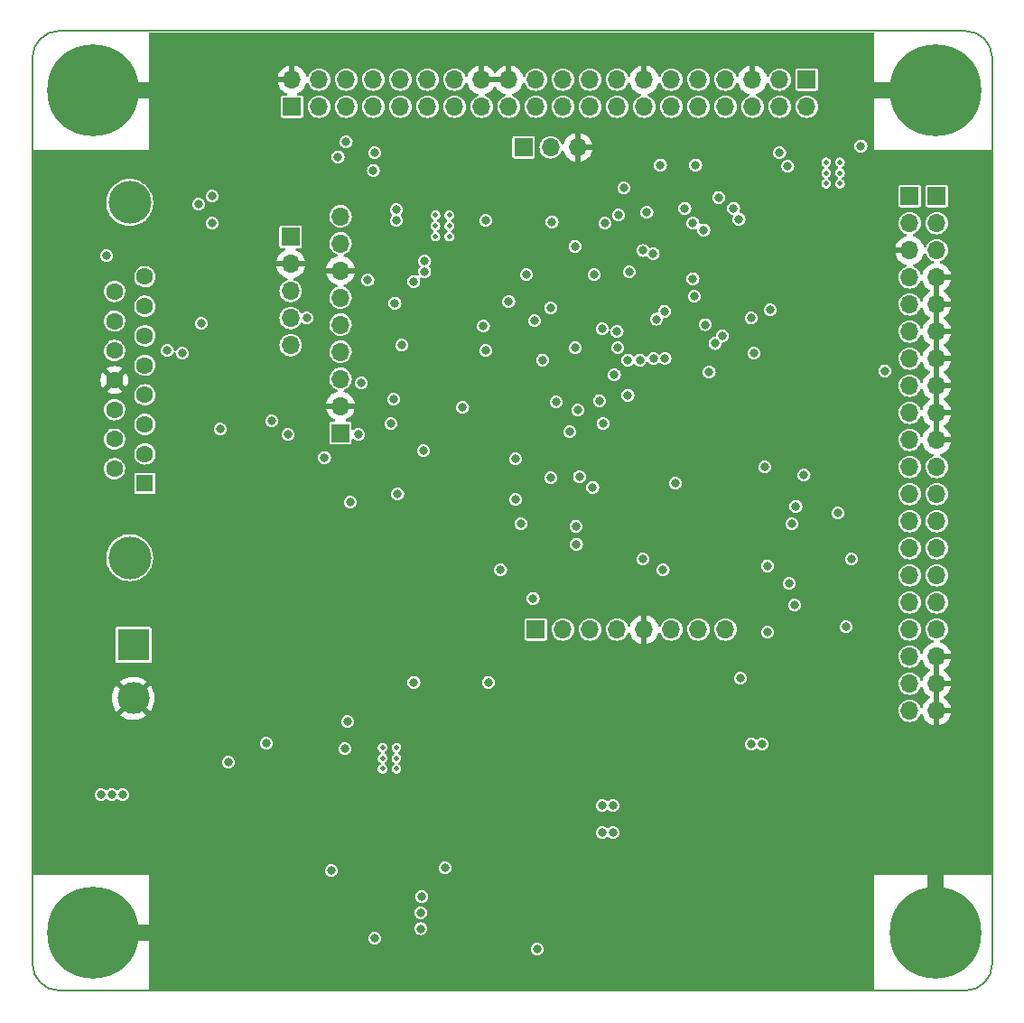
<source format=gbr>
%TF.GenerationSoftware,KiCad,Pcbnew,(6.0.7)*%
%TF.CreationDate,2023-01-27T10:25:26-08:00*%
%TF.ProjectId,FlightComputer,466c6967-6874-4436-9f6d-70757465722e,rev?*%
%TF.SameCoordinates,Original*%
%TF.FileFunction,Copper,L2,Inr*%
%TF.FilePolarity,Positive*%
%FSLAX46Y46*%
G04 Gerber Fmt 4.6, Leading zero omitted, Abs format (unit mm)*
G04 Created by KiCad (PCBNEW (6.0.7)) date 2023-01-27 10:25:26*
%MOMM*%
%LPD*%
G01*
G04 APERTURE LIST*
%TA.AperFunction,Profile*%
%ADD10C,0.200000*%
%TD*%
%TA.AperFunction,ComponentPad*%
%ADD11C,0.500000*%
%TD*%
%TA.AperFunction,ComponentPad*%
%ADD12C,0.900000*%
%TD*%
%TA.AperFunction,ComponentPad*%
%ADD13C,8.600000*%
%TD*%
%TA.AperFunction,ComponentPad*%
%ADD14R,1.700000X1.700000*%
%TD*%
%TA.AperFunction,ComponentPad*%
%ADD15O,1.700000X1.700000*%
%TD*%
%TA.AperFunction,ComponentPad*%
%ADD16C,4.000000*%
%TD*%
%TA.AperFunction,ComponentPad*%
%ADD17R,1.600000X1.600000*%
%TD*%
%TA.AperFunction,ComponentPad*%
%ADD18C,1.600000*%
%TD*%
%TA.AperFunction,ComponentPad*%
%ADD19R,3.000000X3.000000*%
%TD*%
%TA.AperFunction,ComponentPad*%
%ADD20C,3.000000*%
%TD*%
%TA.AperFunction,ViaPad*%
%ADD21C,0.800000*%
%TD*%
%TA.AperFunction,Conductor*%
%ADD22C,1.500000*%
%TD*%
G04 APERTURE END LIST*
D10*
X227330000Y-148166000D02*
X142410000Y-148166000D01*
X229870000Y-60706000D02*
X229870000Y-145626000D01*
X229870000Y-60706000D02*
G75*
G03*
X227330000Y-58166000I-2540000J0D01*
G01*
X139870000Y-145626000D02*
X139870000Y-60706000D01*
X227330000Y-148166000D02*
G75*
G03*
X229870000Y-145626000I0J2540000D01*
G01*
X139870000Y-145626000D02*
G75*
G03*
X142410000Y-148166000I2540000J0D01*
G01*
X142410000Y-58166000D02*
X227330000Y-58166000D01*
X142410000Y-58166000D02*
G75*
G03*
X139870000Y-60706000I0J-2540000D01*
G01*
D11*
%TO.N,N/C*%
%TO.C,IC4*%
X174005000Y-127365000D03*
X172705000Y-126365000D03*
X174005000Y-126365000D03*
X172705000Y-127365000D03*
X172705000Y-125365000D03*
X174005000Y-125365000D03*
%TD*%
%TO.N,N/C*%
%TO.C,IC3*%
X215599000Y-71489000D03*
X215599000Y-72489000D03*
X214299000Y-71489000D03*
X215599000Y-70489000D03*
X214299000Y-72489000D03*
X214299000Y-70489000D03*
%TD*%
D12*
%TO.N,GND*%
%TO.C,H4*%
X145542000Y-139523000D03*
X145542000Y-145973000D03*
X147822419Y-140467581D03*
D13*
X145542000Y-142748000D03*
D12*
X143261581Y-145028419D03*
X142317000Y-142748000D03*
X143261581Y-140467581D03*
X147822419Y-145028419D03*
X148767000Y-142748000D03*
%TD*%
D14*
%TO.N,PE0*%
%TO.C,J8*%
X164211000Y-65278000D03*
D15*
%TO.N,PE1*%
X166751000Y-65278000D03*
%TO.N,PE2*%
X169291000Y-65278000D03*
%TO.N,PE3*%
X171831000Y-65278000D03*
%TO.N,PE4*%
X174371000Y-65278000D03*
%TO.N,PE5*%
X176911000Y-65278000D03*
%TO.N,PE6*%
X179451000Y-65278000D03*
%TO.N,ADC3_IN1*%
X181991000Y-65278000D03*
%TO.N,ADC3_IN2*%
X184531000Y-65278000D03*
%TO.N,ADC3_IN3*%
X187071000Y-65278000D03*
%TO.N,DAC_OUT1*%
X189611000Y-65278000D03*
%TO.N,PE7*%
X192151000Y-65278000D03*
%TO.N,PE8*%
X194691000Y-65278000D03*
%TO.N,unconnected-(J8-Pad14)*%
X197231000Y-65278000D03*
%TO.N,PE10*%
X199771000Y-65278000D03*
%TO.N,PE11*%
X202311000Y-65278000D03*
%TO.N,PE12*%
X204851000Y-65278000D03*
%TO.N,PE13*%
X207391000Y-65278000D03*
%TO.N,PE14*%
X209931000Y-65278000D03*
%TO.N,PE15*%
X212471000Y-65278000D03*
%TD*%
D12*
%TO.N,GND*%
%TO.C,H2*%
X222255581Y-61473581D03*
X224536000Y-60529000D03*
X226816419Y-66034419D03*
X227761000Y-63754000D03*
X222255581Y-66034419D03*
X224536000Y-66979000D03*
D13*
X224536000Y-63754000D03*
D12*
X221311000Y-63754000D03*
X226816419Y-61473581D03*
%TD*%
D14*
%TO.N,+3.3V*%
%TO.C,J4*%
X164084000Y-77475000D03*
D15*
%TO.N,GND*%
X164084000Y-80015000D03*
%TO.N,I2C1_SDA*%
X164084000Y-82555000D03*
%TO.N,I2C1_SCL*%
X164084000Y-85095000D03*
%TO.N,unconnected-(J4-Pad5)*%
X164084000Y-87635000D03*
%TD*%
D14*
%TO.N,I2C1_SCL*%
%TO.C,J11*%
X212471000Y-62738000D03*
D15*
%TO.N,I2C1_SDA*%
X209931000Y-62738000D03*
%TO.N,GND*%
X207391000Y-62738000D03*
%TO.N,unconnected-(J11-Pad4)*%
X204851000Y-62738000D03*
%TO.N,unconnected-(J11-Pad5)*%
X202311000Y-62738000D03*
%TO.N,unconnected-(J11-Pad6)*%
X199771000Y-62738000D03*
%TO.N,GND*%
X197231000Y-62738000D03*
%TO.N,I2C2_SCL*%
X194691000Y-62738000D03*
%TO.N,I2C2_SDA*%
X192151000Y-62738000D03*
%TO.N,unconnected-(J11-Pad10)*%
X189611000Y-62738000D03*
%TO.N,unconnected-(J11-Pad11)*%
X187071000Y-62738000D03*
%TO.N,GND*%
X184531000Y-62738000D03*
X181991000Y-62738000D03*
%TO.N,unconnected-(J11-Pad14)*%
X179451000Y-62738000D03*
%TO.N,unconnected-(J11-Pad15)*%
X176911000Y-62738000D03*
%TO.N,ADC3_IN10*%
X174371000Y-62738000D03*
%TO.N,ADC3_IN11*%
X171831000Y-62738000D03*
%TO.N,ADC3_IN12*%
X169291000Y-62738000D03*
%TO.N,ADC3_IN13*%
X166751000Y-62738000D03*
%TO.N,GND*%
X164211000Y-62738000D03*
%TD*%
D14*
%TO.N,+3.3V*%
%TO.C,J6*%
X168758000Y-95875000D03*
D15*
%TO.N,GND*%
X168758000Y-93335000D03*
%TO.N,SPI1_SCK*%
X168758000Y-90795000D03*
%TO.N,SPI1_MOSI*%
X168758000Y-88255000D03*
%TO.N,SPI1_MISO*%
X168758000Y-85715000D03*
%TO.N,CS2*%
X168758000Y-83175000D03*
%TO.N,GND*%
X168758000Y-80635000D03*
%TO.N,unconnected-(J6-Pad8)*%
X168758000Y-78095000D03*
%TO.N,unconnected-(J6-Pad9)*%
X168758000Y-75555000D03*
%TD*%
D11*
%TO.N,N/C*%
%TO.C,IC2*%
X178958000Y-76454000D03*
X177658000Y-77454000D03*
X177658000Y-76454000D03*
X178958000Y-77454000D03*
X177658000Y-75454000D03*
X178958000Y-75454000D03*
%TD*%
D14*
%TO.N,+3.3V*%
%TO.C,J12*%
X185928000Y-69088000D03*
D15*
%TO.N,Net-(J12-Pad2)*%
X188468000Y-69088000D03*
%TO.N,GND*%
X191008000Y-69088000D03*
%TD*%
D13*
%TO.N,GND*%
%TO.C,H3*%
X224536000Y-142748000D03*
D12*
X221311000Y-142748000D03*
X227761000Y-142748000D03*
X222255581Y-145028419D03*
X226816419Y-145028419D03*
X224536000Y-139523000D03*
X224536000Y-145973000D03*
X222255581Y-140467581D03*
X226816419Y-140467581D03*
%TD*%
%TO.N,GND*%
%TO.C,H1*%
X142317000Y-63754000D03*
X143261581Y-61473581D03*
X145542000Y-60529000D03*
X145542000Y-66979000D03*
D13*
X145542000Y-63754000D03*
D12*
X148767000Y-63754000D03*
X143261581Y-66034419D03*
X147822419Y-61473581D03*
X147822419Y-66034419D03*
%TD*%
D14*
%TO.N,CS1*%
%TO.C,J7*%
X187071000Y-114300000D03*
D15*
%TO.N,SPI1_MOSI*%
X189611000Y-114300000D03*
%TO.N,SPI1_MISO*%
X192151000Y-114300000D03*
%TO.N,SPI1_SCK*%
X194691000Y-114300000D03*
%TO.N,GND*%
X197231000Y-114300000D03*
%TO.N,+3.3V*%
X199771000Y-114300000D03*
%TO.N,I2C1_SDA*%
X202311000Y-114300000D03*
%TO.N,I2C1_SCL*%
X204851000Y-114300000D03*
%TD*%
D16*
%TO.N,N/C*%
%TO.C,J5*%
X148995331Y-107562000D03*
X148995331Y-74262000D03*
D17*
%TO.N,RFM_UART_TX*%
X150415331Y-100607000D03*
D18*
%TO.N,RFM_UART_RX*%
X150415331Y-97837000D03*
%TO.N,RFM_TX_EMPTY*%
X150415331Y-95067000D03*
%TO.N,RFM_RX_EMPTY*%
X150415331Y-92297000D03*
%TO.N,CC2500_UART_TX*%
X150415331Y-89527000D03*
%TO.N,CC2500_UART_RX*%
X150415331Y-86757000D03*
%TO.N,CC2500_TX_EMPTY*%
X150415331Y-83987000D03*
%TO.N,CC2500_RX_EMPTY*%
X150415331Y-81217000D03*
%TO.N,+5V*%
X147575331Y-99222000D03*
%TO.N,RFM_TX_OVERFLOW*%
X147575331Y-96452000D03*
%TO.N,RFM_RX_OVERFLOW*%
X147575331Y-93682000D03*
%TO.N,GND*%
X147575331Y-90912000D03*
%TO.N,CC2500_TX_OVERFLOW*%
X147575331Y-88142000D03*
%TO.N,CC2500_RX_OVERFLOW*%
X147575331Y-85372000D03*
%TO.N,+3.3V*%
X147575331Y-82602000D03*
%TD*%
D19*
%TO.N,VIN*%
%TO.C,J1*%
X149332500Y-115752500D03*
D20*
%TO.N,GND*%
X149332500Y-120752500D03*
%TD*%
D14*
%TO.N,PC8*%
%TO.C,J10*%
X224663000Y-73660000D03*
D15*
%TO.N,PC9*%
X224663000Y-76200000D03*
%TO.N,PC15*%
X224663000Y-78740000D03*
%TO.N,GND*%
X224663000Y-81280000D03*
X224663000Y-83820000D03*
X224663000Y-86360000D03*
X224663000Y-88900000D03*
X224663000Y-91440000D03*
X224663000Y-93980000D03*
X224663000Y-96520000D03*
%TO.N,+3.3V*%
X224663000Y-99060000D03*
X224663000Y-101600000D03*
X224663000Y-104140000D03*
%TO.N,+5V*%
X224663000Y-106680000D03*
X224663000Y-109220000D03*
%TO.N,VIN*%
X224663000Y-111760000D03*
X224663000Y-114300000D03*
%TO.N,GND*%
X224663000Y-116840000D03*
X224663000Y-119380000D03*
X224663000Y-121920000D03*
%TD*%
D14*
%TO.N,unconnected-(J9-Pad1)*%
%TO.C,J9*%
X222123000Y-73660000D03*
D15*
%TO.N,unconnected-(J9-Pad2)*%
X222123000Y-76200000D03*
%TO.N,GND*%
X222123000Y-78740000D03*
%TO.N,PD3*%
X222123000Y-81280000D03*
%TO.N,PD4*%
X222123000Y-83820000D03*
%TO.N,UART2_TX*%
X222123000Y-86360000D03*
%TO.N,UART2_RX*%
X222123000Y-88900000D03*
%TO.N,PD7*%
X222123000Y-91440000D03*
%TO.N,PD15*%
X222123000Y-93980000D03*
%TO.N,PD14*%
X222123000Y-96520000D03*
%TO.N,PD13*%
X222123000Y-99060000D03*
%TO.N,PD12*%
X222123000Y-101600000D03*
%TO.N,PD11*%
X222123000Y-104140000D03*
%TO.N,PD10*%
X222123000Y-106680000D03*
%TO.N,SPI2_MOSI*%
X222123000Y-109220000D03*
%TO.N,SPI2_MISO*%
X222123000Y-111760000D03*
%TO.N,SPI2_SCK*%
X222123000Y-114300000D03*
%TO.N,unconnected-(J9-Pad18)*%
X222123000Y-116840000D03*
%TO.N,unconnected-(J9-Pad19)*%
X222123000Y-119380000D03*
%TO.N,unconnected-(J9-Pad20)*%
X222123000Y-121920000D03*
%TD*%
D21*
%TO.N,SPI1_SCK*%
X170708500Y-91186000D03*
X190246000Y-95758000D03*
X190839477Y-104606477D03*
%TO.N,SPI1_MISO*%
X185166000Y-102108000D03*
X185674000Y-104381500D03*
%TO.N,CS2*%
X169672000Y-102362000D03*
X174117000Y-101600000D03*
%TO.N,+5V*%
X158242000Y-126746000D03*
X146304000Y-129794000D03*
X161798000Y-124968000D03*
X148336000Y-129794000D03*
X147320000Y-129794000D03*
%TO.N,EN1*%
X167894000Y-136906000D03*
X187198000Y-144272000D03*
X171958000Y-143256000D03*
%TO.N,EN2*%
X176374951Y-139347049D03*
X178562000Y-136652000D03*
%TO.N,GND*%
X218186000Y-74168000D03*
X178562000Y-141732000D03*
X174315000Y-135565000D03*
X165608000Y-138684000D03*
X172537000Y-135565000D03*
X174244000Y-134112000D03*
X172523500Y-137471500D03*
X180340000Y-85852000D03*
X175514000Y-94488000D03*
X179832000Y-98044000D03*
X174244000Y-137414000D03*
X200152000Y-102362000D03*
X170434000Y-80518000D03*
X179070000Y-85471000D03*
X208407000Y-143002000D03*
X180086000Y-88138000D03*
X214376000Y-143002000D03*
X174244000Y-78486000D03*
X186182000Y-100838000D03*
X172466000Y-134112000D03*
X166497000Y-118491000D03*
X186055000Y-78232000D03*
X157734000Y-139192000D03*
X170434000Y-93726000D03*
X205486000Y-83566000D03*
X212852000Y-142855498D03*
X205625500Y-101809692D03*
X171958000Y-128778000D03*
X180086000Y-94996000D03*
X216154000Y-116586000D03*
X214376000Y-129794000D03*
%TO.N,I2C2_SDA*%
X202057000Y-70739000D03*
X199188500Y-88884628D03*
%TO.N,I2C2_SCL*%
X198120000Y-88900000D03*
X198755000Y-70739000D03*
%TO.N,I2C1_SDA*%
X215392000Y-103378000D03*
X169418000Y-122936000D03*
X173990000Y-74946497D03*
X209931000Y-69596000D03*
X195326000Y-72898000D03*
%TO.N,I2C1_SCL*%
X210693000Y-70866000D03*
X216662000Y-107696000D03*
X171323000Y-81534000D03*
X197485000Y-75184000D03*
X165608000Y-85090000D03*
X173990000Y-75946000D03*
X169164000Y-125476000D03*
%TO.N,CS1*%
X208534000Y-99060000D03*
X207518000Y-88392000D03*
X199009000Y-108712000D03*
%TO.N,USB_D+*%
X204570685Y-86767315D03*
X208273600Y-125045100D03*
%TO.N,USB_D-*%
X203861315Y-87476685D03*
X207270400Y-125045100D03*
%TO.N,NEN1*%
X176276000Y-142354500D03*
X186817000Y-111379000D03*
X182626000Y-119253000D03*
X194762925Y-87885990D03*
%TO.N,NEN2*%
X176276000Y-140855500D03*
X175641000Y-119253000D03*
X183769000Y-108712000D03*
X194691000Y-86360000D03*
%TO.N,+3.3V*%
X182165000Y-85852000D03*
X186182000Y-81026000D03*
X188468000Y-100076000D03*
X176530000Y-97536000D03*
X201930000Y-83058000D03*
X193294000Y-133350000D03*
X193548000Y-76200000D03*
X197104000Y-107696000D03*
X217551000Y-68961000D03*
X194310000Y-133350000D03*
X194310000Y-130810000D03*
X182372000Y-88138000D03*
X193294000Y-130810000D03*
X170434000Y-96012000D03*
X200152000Y-100584000D03*
X216154000Y-114046000D03*
X182372000Y-75946000D03*
%TO.N,PE2*%
X176657000Y-79756000D03*
X169291000Y-68580000D03*
%TO.N,PE3*%
X176657000Y-80755503D03*
X171958000Y-69596000D03*
%TO.N,PE4*%
X175641000Y-81661000D03*
X171843500Y-71247000D03*
%TO.N,RFM_RX_OVERFLOW*%
X184531000Y-83565500D03*
X156718000Y-76200000D03*
X186944000Y-85344000D03*
%TO.N,RFM_TX_OVERFLOW*%
X146812000Y-79248000D03*
%TO.N,NRST*%
X187706000Y-89027000D03*
X190766500Y-87884000D03*
X195707000Y-92329000D03*
X206248000Y-118872000D03*
%TO.N,ADC3_IN13*%
X173863000Y-83693000D03*
X168529000Y-69977000D03*
X174498000Y-87630000D03*
X180213000Y-93472000D03*
%TO.N,DAC_OUT1*%
X188976000Y-92964000D03*
X188595000Y-76073000D03*
%TO.N,CC2500_RX_EMPTY*%
X191163117Y-99980677D03*
X153924000Y-88392000D03*
%TO.N,CC2500_TX_EMPTY*%
X152527000Y-88138000D03*
X192405000Y-100965000D03*
%TO.N,PE7*%
X190754000Y-78359000D03*
X191008000Y-93726000D03*
%TO.N,PE8*%
X193368317Y-94983500D03*
X194818000Y-75438000D03*
%TO.N,PE10*%
X201041000Y-74803000D03*
X193294000Y-86106000D03*
X204216000Y-73787000D03*
%TO.N,PE11*%
X195707000Y-89027000D03*
X201803000Y-76200000D03*
X205613000Y-74803000D03*
%TO.N,PE12*%
X196850000Y-89027000D03*
X202819000Y-76835000D03*
X206121000Y-75819000D03*
%TO.N,PE13*%
X211074000Y-104394000D03*
%TO.N,PE14*%
X211455000Y-102743000D03*
%TO.N,PE15*%
X212217000Y-99822000D03*
%TO.N,PC9*%
X219799500Y-90043000D03*
%TO.N,SYS_JTMS-SWDIO*%
X202946000Y-85711787D03*
X211328000Y-112014000D03*
%TO.N,SYS_JTCK-SWCLK*%
X201803000Y-81407000D03*
X210820000Y-109982000D03*
%TO.N,CC2500_UART_TX*%
X155702000Y-85598000D03*
X198080775Y-79057554D03*
%TO.N,CC2500_UART_RX*%
X197125977Y-78761977D03*
%TO.N,RFM_UART_TX*%
X195834000Y-80772000D03*
X157480000Y-95504000D03*
%TO.N,RFM_UART_RX*%
X192532000Y-81026000D03*
X162306000Y-94742000D03*
%TO.N,UART2_TX*%
X209042000Y-84328000D03*
X199136000Y-84455000D03*
%TO.N,UART2_RX*%
X198374000Y-85204500D03*
X207264000Y-85090000D03*
%TO.N,PD7*%
X194437000Y-90424000D03*
X203327000Y-90173500D03*
%TO.N,SYS_JTDO-TRACESWO*%
X193040000Y-92837000D03*
X190881000Y-106299000D03*
X208788000Y-114554000D03*
X208788000Y-108331000D03*
%TO.N,RFM_TX_EMPTY*%
X185166000Y-98298000D03*
X163830000Y-96012000D03*
%TO.N,RFM_RX_EMPTY*%
X167259000Y-98171000D03*
X173736000Y-92710000D03*
X188468000Y-84148500D03*
X173482000Y-94996000D03*
%TO.N,CC2500_RX_OVERFLOW*%
X156718000Y-73660000D03*
%TO.N,CC2500_TX_OVERFLOW*%
X155448000Y-74422000D03*
%TD*%
D22*
%TO.N,GND*%
X145542000Y-142748000D02*
X152654000Y-142748000D01*
X145542000Y-63754000D02*
X153670000Y-63754000D01*
X224536000Y-63754000D02*
X217297000Y-63754000D01*
X224536000Y-142748000D02*
X224536000Y-134493000D01*
%TD*%
%TA.AperFunction,Conductor*%
%TO.N,GND*%
G36*
X218763121Y-58313002D02*
G01*
X218809614Y-58366658D01*
X218821000Y-58419000D01*
X218821000Y-69293000D01*
X229695000Y-69293000D01*
X229763121Y-69313002D01*
X229809614Y-69366658D01*
X229821000Y-69419000D01*
X229821000Y-137167000D01*
X229800998Y-137235121D01*
X229747342Y-137281614D01*
X229695000Y-137293000D01*
X218821000Y-137293000D01*
X218821000Y-148039000D01*
X218800998Y-148107121D01*
X218747342Y-148153614D01*
X218695000Y-148165000D01*
X150947000Y-148165000D01*
X150878879Y-148144998D01*
X150832386Y-148091342D01*
X150821000Y-148039000D01*
X150821000Y-144272000D01*
X186592318Y-144272000D01*
X186612956Y-144428762D01*
X186673464Y-144574841D01*
X186769718Y-144700282D01*
X186895159Y-144796536D01*
X187041238Y-144857044D01*
X187198000Y-144877682D01*
X187206188Y-144876604D01*
X187346574Y-144858122D01*
X187354762Y-144857044D01*
X187500841Y-144796536D01*
X187626282Y-144700282D01*
X187722536Y-144574841D01*
X187783044Y-144428762D01*
X187803682Y-144272000D01*
X187783044Y-144115238D01*
X187722536Y-143969159D01*
X187626282Y-143843718D01*
X187500841Y-143747464D01*
X187354762Y-143686956D01*
X187198000Y-143666318D01*
X187041238Y-143686956D01*
X186895159Y-143747464D01*
X186769718Y-143843718D01*
X186673464Y-143969159D01*
X186612956Y-144115238D01*
X186592318Y-144272000D01*
X150821000Y-144272000D01*
X150821000Y-143256000D01*
X171352318Y-143256000D01*
X171372956Y-143412762D01*
X171433464Y-143558841D01*
X171529718Y-143684282D01*
X171655159Y-143780536D01*
X171801238Y-143841044D01*
X171958000Y-143861682D01*
X171966188Y-143860604D01*
X172106574Y-143842122D01*
X172114762Y-143841044D01*
X172260841Y-143780536D01*
X172386282Y-143684282D01*
X172482536Y-143558841D01*
X172543044Y-143412762D01*
X172563682Y-143256000D01*
X172543044Y-143099238D01*
X172482536Y-142953159D01*
X172386282Y-142827718D01*
X172260841Y-142731464D01*
X172114762Y-142670956D01*
X171958000Y-142650318D01*
X171801238Y-142670956D01*
X171655159Y-142731464D01*
X171529718Y-142827718D01*
X171433464Y-142953159D01*
X171372956Y-143099238D01*
X171352318Y-143256000D01*
X150821000Y-143256000D01*
X150821000Y-142354500D01*
X175670318Y-142354500D01*
X175690956Y-142511262D01*
X175751464Y-142657341D01*
X175847718Y-142782782D01*
X175973159Y-142879036D01*
X176119238Y-142939544D01*
X176276000Y-142960182D01*
X176284188Y-142959104D01*
X176424574Y-142940622D01*
X176432762Y-142939544D01*
X176578841Y-142879036D01*
X176704282Y-142782782D01*
X176800536Y-142657341D01*
X176861044Y-142511262D01*
X176881682Y-142354500D01*
X176861044Y-142197738D01*
X176800536Y-142051659D01*
X176704282Y-141926218D01*
X176578841Y-141829964D01*
X176432762Y-141769456D01*
X176276000Y-141748818D01*
X176119238Y-141769456D01*
X175973159Y-141829964D01*
X175847718Y-141926218D01*
X175751464Y-142051659D01*
X175690956Y-142197738D01*
X175670318Y-142354500D01*
X150821000Y-142354500D01*
X150821000Y-140855500D01*
X175670318Y-140855500D01*
X175690956Y-141012262D01*
X175751464Y-141158341D01*
X175847718Y-141283782D01*
X175973159Y-141380036D01*
X176119238Y-141440544D01*
X176276000Y-141461182D01*
X176284188Y-141460104D01*
X176424574Y-141441622D01*
X176432762Y-141440544D01*
X176578841Y-141380036D01*
X176704282Y-141283782D01*
X176800536Y-141158341D01*
X176861044Y-141012262D01*
X176881682Y-140855500D01*
X176861044Y-140698738D01*
X176800536Y-140552659D01*
X176704282Y-140427218D01*
X176578841Y-140330964D01*
X176432762Y-140270456D01*
X176276000Y-140249818D01*
X176119238Y-140270456D01*
X175973159Y-140330964D01*
X175847718Y-140427218D01*
X175751464Y-140552659D01*
X175690956Y-140698738D01*
X175670318Y-140855500D01*
X150821000Y-140855500D01*
X150821000Y-139347049D01*
X175769269Y-139347049D01*
X175789907Y-139503811D01*
X175850415Y-139649890D01*
X175946669Y-139775331D01*
X176072110Y-139871585D01*
X176218189Y-139932093D01*
X176374951Y-139952731D01*
X176383139Y-139951653D01*
X176523525Y-139933171D01*
X176531713Y-139932093D01*
X176677792Y-139871585D01*
X176803233Y-139775331D01*
X176899487Y-139649890D01*
X176959995Y-139503811D01*
X176980633Y-139347049D01*
X176959995Y-139190287D01*
X176899487Y-139044208D01*
X176803233Y-138918767D01*
X176677792Y-138822513D01*
X176531713Y-138762005D01*
X176374951Y-138741367D01*
X176218189Y-138762005D01*
X176072110Y-138822513D01*
X175946669Y-138918767D01*
X175850415Y-139044208D01*
X175789907Y-139190287D01*
X175769269Y-139347049D01*
X150821000Y-139347049D01*
X150821000Y-137293000D01*
X139997000Y-137293000D01*
X139928879Y-137272998D01*
X139882386Y-137219342D01*
X139871000Y-137167000D01*
X139871000Y-136906000D01*
X167288318Y-136906000D01*
X167308956Y-137062762D01*
X167369464Y-137208841D01*
X167465718Y-137334282D01*
X167591159Y-137430536D01*
X167737238Y-137491044D01*
X167894000Y-137511682D01*
X167902188Y-137510604D01*
X168042574Y-137492122D01*
X168050762Y-137491044D01*
X168196841Y-137430536D01*
X168322282Y-137334282D01*
X168418536Y-137208841D01*
X168479044Y-137062762D01*
X168499682Y-136906000D01*
X168479044Y-136749238D01*
X168438767Y-136652000D01*
X177956318Y-136652000D01*
X177976956Y-136808762D01*
X178037464Y-136954841D01*
X178133718Y-137080282D01*
X178259159Y-137176536D01*
X178405238Y-137237044D01*
X178562000Y-137257682D01*
X178570188Y-137256604D01*
X178710574Y-137238122D01*
X178718762Y-137237044D01*
X178864841Y-137176536D01*
X178990282Y-137080282D01*
X179086536Y-136954841D01*
X179147044Y-136808762D01*
X179167682Y-136652000D01*
X179147044Y-136495238D01*
X179086536Y-136349159D01*
X178990282Y-136223718D01*
X178864841Y-136127464D01*
X178718762Y-136066956D01*
X178562000Y-136046318D01*
X178405238Y-136066956D01*
X178259159Y-136127464D01*
X178133718Y-136223718D01*
X178037464Y-136349159D01*
X177976956Y-136495238D01*
X177956318Y-136652000D01*
X168438767Y-136652000D01*
X168418536Y-136603159D01*
X168322282Y-136477718D01*
X168196841Y-136381464D01*
X168050762Y-136320956D01*
X167894000Y-136300318D01*
X167737238Y-136320956D01*
X167591159Y-136381464D01*
X167465718Y-136477718D01*
X167369464Y-136603159D01*
X167308956Y-136749238D01*
X167288318Y-136906000D01*
X139871000Y-136906000D01*
X139871000Y-133350000D01*
X192688318Y-133350000D01*
X192708956Y-133506762D01*
X192769464Y-133652841D01*
X192865718Y-133778282D01*
X192991159Y-133874536D01*
X193137238Y-133935044D01*
X193294000Y-133955682D01*
X193302188Y-133954604D01*
X193442574Y-133936122D01*
X193450762Y-133935044D01*
X193596841Y-133874536D01*
X193722282Y-133778282D01*
X193723760Y-133780208D01*
X193775217Y-133752110D01*
X193846032Y-133757175D01*
X193880779Y-133779506D01*
X193881718Y-133778282D01*
X194007159Y-133874536D01*
X194153238Y-133935044D01*
X194310000Y-133955682D01*
X194318188Y-133954604D01*
X194458574Y-133936122D01*
X194466762Y-133935044D01*
X194612841Y-133874536D01*
X194738282Y-133778282D01*
X194834536Y-133652841D01*
X194895044Y-133506762D01*
X194915682Y-133350000D01*
X194895044Y-133193238D01*
X194834536Y-133047159D01*
X194738282Y-132921718D01*
X194612841Y-132825464D01*
X194466762Y-132764956D01*
X194310000Y-132744318D01*
X194153238Y-132764956D01*
X194007159Y-132825464D01*
X193881718Y-132921718D01*
X193880240Y-132919792D01*
X193828783Y-132947890D01*
X193757968Y-132942825D01*
X193723221Y-132920494D01*
X193722282Y-132921718D01*
X193603392Y-132830491D01*
X193596841Y-132825464D01*
X193450762Y-132764956D01*
X193294000Y-132744318D01*
X193137238Y-132764956D01*
X192991159Y-132825464D01*
X192865718Y-132921718D01*
X192769464Y-133047159D01*
X192708956Y-133193238D01*
X192688318Y-133350000D01*
X139871000Y-133350000D01*
X139871000Y-130810000D01*
X192688318Y-130810000D01*
X192708956Y-130966762D01*
X192769464Y-131112841D01*
X192865718Y-131238282D01*
X192991159Y-131334536D01*
X193137238Y-131395044D01*
X193294000Y-131415682D01*
X193302188Y-131414604D01*
X193442574Y-131396122D01*
X193450762Y-131395044D01*
X193596841Y-131334536D01*
X193722282Y-131238282D01*
X193723760Y-131240208D01*
X193775217Y-131212110D01*
X193846032Y-131217175D01*
X193880779Y-131239506D01*
X193881718Y-131238282D01*
X194007159Y-131334536D01*
X194153238Y-131395044D01*
X194310000Y-131415682D01*
X194318188Y-131414604D01*
X194458574Y-131396122D01*
X194466762Y-131395044D01*
X194612841Y-131334536D01*
X194738282Y-131238282D01*
X194834536Y-131112841D01*
X194895044Y-130966762D01*
X194915682Y-130810000D01*
X194895044Y-130653238D01*
X194834536Y-130507159D01*
X194738282Y-130381718D01*
X194612841Y-130285464D01*
X194466762Y-130224956D01*
X194310000Y-130204318D01*
X194153238Y-130224956D01*
X194007159Y-130285464D01*
X193881718Y-130381718D01*
X193880240Y-130379792D01*
X193828783Y-130407890D01*
X193757968Y-130402825D01*
X193723221Y-130380494D01*
X193722282Y-130381718D01*
X193714679Y-130375884D01*
X193596841Y-130285464D01*
X193450762Y-130224956D01*
X193294000Y-130204318D01*
X193137238Y-130224956D01*
X192991159Y-130285464D01*
X192865718Y-130381718D01*
X192769464Y-130507159D01*
X192708956Y-130653238D01*
X192688318Y-130810000D01*
X139871000Y-130810000D01*
X139871000Y-129794000D01*
X145698318Y-129794000D01*
X145718956Y-129950762D01*
X145779464Y-130096841D01*
X145875718Y-130222282D01*
X146001159Y-130318536D01*
X146147238Y-130379044D01*
X146304000Y-130399682D01*
X146312188Y-130398604D01*
X146452574Y-130380122D01*
X146460762Y-130379044D01*
X146606841Y-130318536D01*
X146732282Y-130222282D01*
X146733760Y-130224208D01*
X146785217Y-130196110D01*
X146856032Y-130201175D01*
X146890779Y-130223506D01*
X146891718Y-130222282D01*
X147017159Y-130318536D01*
X147163238Y-130379044D01*
X147320000Y-130399682D01*
X147328188Y-130398604D01*
X147468574Y-130380122D01*
X147476762Y-130379044D01*
X147622841Y-130318536D01*
X147748282Y-130222282D01*
X147749760Y-130224208D01*
X147801217Y-130196110D01*
X147872032Y-130201175D01*
X147906779Y-130223506D01*
X147907718Y-130222282D01*
X148033159Y-130318536D01*
X148179238Y-130379044D01*
X148336000Y-130399682D01*
X148344188Y-130398604D01*
X148484574Y-130380122D01*
X148492762Y-130379044D01*
X148638841Y-130318536D01*
X148764282Y-130222282D01*
X148860536Y-130096841D01*
X148921044Y-129950762D01*
X148941682Y-129794000D01*
X148921044Y-129637238D01*
X148860536Y-129491159D01*
X148764282Y-129365718D01*
X148638841Y-129269464D01*
X148492762Y-129208956D01*
X148336000Y-129188318D01*
X148179238Y-129208956D01*
X148033159Y-129269464D01*
X147907718Y-129365718D01*
X147906240Y-129363792D01*
X147854783Y-129391890D01*
X147783968Y-129386825D01*
X147749221Y-129364494D01*
X147748282Y-129365718D01*
X147629392Y-129274491D01*
X147622841Y-129269464D01*
X147476762Y-129208956D01*
X147320000Y-129188318D01*
X147163238Y-129208956D01*
X147017159Y-129269464D01*
X146891718Y-129365718D01*
X146890240Y-129363792D01*
X146838783Y-129391890D01*
X146767968Y-129386825D01*
X146733221Y-129364494D01*
X146732282Y-129365718D01*
X146613392Y-129274491D01*
X146606841Y-129269464D01*
X146460762Y-129208956D01*
X146304000Y-129188318D01*
X146147238Y-129208956D01*
X146001159Y-129269464D01*
X145875718Y-129365718D01*
X145779464Y-129491159D01*
X145718956Y-129637238D01*
X145698318Y-129794000D01*
X139871000Y-129794000D01*
X139871000Y-127359440D01*
X172249901Y-127359440D01*
X172251065Y-127368342D01*
X172251065Y-127368345D01*
X172265468Y-127478489D01*
X172265469Y-127478493D01*
X172266633Y-127487394D01*
X172318605Y-127605510D01*
X172401639Y-127704291D01*
X172509060Y-127775796D01*
X172632233Y-127814278D01*
X172641203Y-127814442D01*
X172641207Y-127814443D01*
X172699942Y-127815519D01*
X172761255Y-127816643D01*
X172823505Y-127799671D01*
X172877092Y-127785062D01*
X172877093Y-127785062D01*
X172885755Y-127782700D01*
X172893405Y-127778003D01*
X172893407Y-127778002D01*
X172988072Y-127719878D01*
X172988075Y-127719875D01*
X172995724Y-127715179D01*
X173001750Y-127708522D01*
X173076300Y-127626161D01*
X173076303Y-127626157D01*
X173082322Y-127619507D01*
X173138588Y-127503375D01*
X173159997Y-127376120D01*
X173160133Y-127365000D01*
X173159337Y-127359440D01*
X173549901Y-127359440D01*
X173551065Y-127368342D01*
X173551065Y-127368345D01*
X173565468Y-127478489D01*
X173565469Y-127478493D01*
X173566633Y-127487394D01*
X173618605Y-127605510D01*
X173701639Y-127704291D01*
X173809060Y-127775796D01*
X173932233Y-127814278D01*
X173941203Y-127814442D01*
X173941207Y-127814443D01*
X173999942Y-127815519D01*
X174061255Y-127816643D01*
X174123505Y-127799671D01*
X174177092Y-127785062D01*
X174177093Y-127785062D01*
X174185755Y-127782700D01*
X174193405Y-127778003D01*
X174193407Y-127778002D01*
X174288072Y-127719878D01*
X174288075Y-127719875D01*
X174295724Y-127715179D01*
X174301750Y-127708522D01*
X174376300Y-127626161D01*
X174376303Y-127626157D01*
X174382322Y-127619507D01*
X174438588Y-127503375D01*
X174459997Y-127376120D01*
X174460133Y-127365000D01*
X174441839Y-127237259D01*
X174388428Y-127119788D01*
X174332941Y-127055392D01*
X174310051Y-127028826D01*
X174310049Y-127028824D01*
X174304193Y-127022028D01*
X174226999Y-126971994D01*
X174224537Y-126970398D01*
X174178252Y-126916562D01*
X174168421Y-126846250D01*
X174198164Y-126781784D01*
X174227139Y-126757290D01*
X174232191Y-126754188D01*
X174295724Y-126715179D01*
X174301750Y-126708522D01*
X174376300Y-126626161D01*
X174376303Y-126626157D01*
X174382322Y-126619507D01*
X174438588Y-126503375D01*
X174459997Y-126376120D01*
X174460133Y-126365000D01*
X174441839Y-126237259D01*
X174435724Y-126223809D01*
X174392145Y-126127962D01*
X174392143Y-126127959D01*
X174388428Y-126119788D01*
X174337811Y-126061044D01*
X174310051Y-126028826D01*
X174310049Y-126028824D01*
X174304193Y-126022028D01*
X174275910Y-126003696D01*
X174224537Y-125970398D01*
X174178252Y-125916562D01*
X174168421Y-125846250D01*
X174198164Y-125781784D01*
X174227139Y-125757290D01*
X174295724Y-125715179D01*
X174301750Y-125708522D01*
X174376300Y-125626161D01*
X174376303Y-125626157D01*
X174382322Y-125619507D01*
X174438588Y-125503375D01*
X174441258Y-125487509D01*
X174459190Y-125380917D01*
X174459997Y-125376120D01*
X174460133Y-125365000D01*
X174447587Y-125277392D01*
X174443112Y-125246145D01*
X174443111Y-125246142D01*
X174441839Y-125237259D01*
X174416164Y-125180789D01*
X174392145Y-125127962D01*
X174392143Y-125127959D01*
X174388428Y-125119788D01*
X174331969Y-125054264D01*
X174324073Y-125045100D01*
X206664718Y-125045100D01*
X206685356Y-125201862D01*
X206745864Y-125347941D01*
X206842118Y-125473382D01*
X206848664Y-125478405D01*
X206856201Y-125484188D01*
X206967559Y-125569636D01*
X207113638Y-125630144D01*
X207270400Y-125650782D01*
X207278588Y-125649704D01*
X207418974Y-125631222D01*
X207427162Y-125630144D01*
X207573241Y-125569636D01*
X207695296Y-125475980D01*
X207761516Y-125450380D01*
X207831065Y-125464645D01*
X207848703Y-125475979D01*
X207970759Y-125569636D01*
X208116838Y-125630144D01*
X208273600Y-125650782D01*
X208281788Y-125649704D01*
X208422174Y-125631222D01*
X208430362Y-125630144D01*
X208576441Y-125569636D01*
X208687799Y-125484188D01*
X208695336Y-125478405D01*
X208701882Y-125473382D01*
X208798136Y-125347941D01*
X208858644Y-125201862D01*
X208879282Y-125045100D01*
X208858644Y-124888338D01*
X208798136Y-124742259D01*
X208701882Y-124616818D01*
X208576441Y-124520564D01*
X208430362Y-124460056D01*
X208273600Y-124439418D01*
X208116838Y-124460056D01*
X207970759Y-124520564D01*
X207964208Y-124525591D01*
X207848704Y-124614220D01*
X207782484Y-124639820D01*
X207712935Y-124625555D01*
X207695296Y-124614220D01*
X207579792Y-124525591D01*
X207573241Y-124520564D01*
X207427162Y-124460056D01*
X207270400Y-124439418D01*
X207113638Y-124460056D01*
X206967559Y-124520564D01*
X206842118Y-124616818D01*
X206745864Y-124742259D01*
X206685356Y-124888338D01*
X206664718Y-125045100D01*
X174324073Y-125045100D01*
X174310051Y-125028826D01*
X174310049Y-125028824D01*
X174304193Y-125022028D01*
X174195906Y-124951841D01*
X174187311Y-124949271D01*
X174187310Y-124949270D01*
X174080874Y-124917438D01*
X174080872Y-124917438D01*
X174072273Y-124914866D01*
X174063298Y-124914811D01*
X174063297Y-124914811D01*
X174008641Y-124914477D01*
X173943231Y-124914078D01*
X173931475Y-124917438D01*
X173827786Y-124947072D01*
X173827784Y-124947073D01*
X173819155Y-124949539D01*
X173710019Y-125018399D01*
X173624596Y-125115122D01*
X173620782Y-125123245D01*
X173620781Y-125123247D01*
X173616488Y-125132391D01*
X173569754Y-125231932D01*
X173568374Y-125240798D01*
X173551282Y-125350567D01*
X173551282Y-125350571D01*
X173549901Y-125359440D01*
X173551065Y-125368342D01*
X173551065Y-125368345D01*
X173565468Y-125478489D01*
X173565469Y-125478493D01*
X173566633Y-125487394D01*
X173618605Y-125605510D01*
X173624382Y-125612383D01*
X173624383Y-125612384D01*
X173655754Y-125649704D01*
X173701639Y-125704291D01*
X173786149Y-125760545D01*
X173831771Y-125814942D01*
X173840743Y-125885369D01*
X173810214Y-125949467D01*
X173783566Y-125971994D01*
X173710019Y-126018399D01*
X173624596Y-126115122D01*
X173620782Y-126123245D01*
X173620781Y-126123247D01*
X173612260Y-126141396D01*
X173569754Y-126231932D01*
X173568374Y-126240798D01*
X173551282Y-126350567D01*
X173551282Y-126350571D01*
X173549901Y-126359440D01*
X173551065Y-126368342D01*
X173551065Y-126368345D01*
X173565468Y-126478489D01*
X173565469Y-126478493D01*
X173566633Y-126487394D01*
X173618605Y-126605510D01*
X173701639Y-126704291D01*
X173786149Y-126760545D01*
X173831771Y-126814942D01*
X173840743Y-126885369D01*
X173810214Y-126949467D01*
X173783566Y-126971994D01*
X173710019Y-127018399D01*
X173624596Y-127115122D01*
X173620782Y-127123245D01*
X173620781Y-127123247D01*
X173599894Y-127167736D01*
X173569754Y-127231932D01*
X173563251Y-127273696D01*
X173551282Y-127350567D01*
X173551282Y-127350571D01*
X173549901Y-127359440D01*
X173159337Y-127359440D01*
X173141839Y-127237259D01*
X173088428Y-127119788D01*
X173032941Y-127055392D01*
X173010051Y-127028826D01*
X173010049Y-127028824D01*
X173004193Y-127022028D01*
X172926999Y-126971994D01*
X172924537Y-126970398D01*
X172878252Y-126916562D01*
X172868421Y-126846250D01*
X172898164Y-126781784D01*
X172927139Y-126757290D01*
X172932191Y-126754188D01*
X172995724Y-126715179D01*
X173001750Y-126708522D01*
X173076300Y-126626161D01*
X173076303Y-126626157D01*
X173082322Y-126619507D01*
X173138588Y-126503375D01*
X173159997Y-126376120D01*
X173160133Y-126365000D01*
X173141839Y-126237259D01*
X173135724Y-126223809D01*
X173092145Y-126127962D01*
X173092143Y-126127959D01*
X173088428Y-126119788D01*
X173037811Y-126061044D01*
X173010051Y-126028826D01*
X173010049Y-126028824D01*
X173004193Y-126022028D01*
X172975910Y-126003696D01*
X172924537Y-125970398D01*
X172878252Y-125916562D01*
X172868421Y-125846250D01*
X172898164Y-125781784D01*
X172927139Y-125757290D01*
X172995724Y-125715179D01*
X173001750Y-125708522D01*
X173076300Y-125626161D01*
X173076303Y-125626157D01*
X173082322Y-125619507D01*
X173138588Y-125503375D01*
X173141258Y-125487509D01*
X173159190Y-125380917D01*
X173159997Y-125376120D01*
X173160133Y-125365000D01*
X173147587Y-125277392D01*
X173143112Y-125246145D01*
X173143111Y-125246142D01*
X173141839Y-125237259D01*
X173116164Y-125180789D01*
X173092145Y-125127962D01*
X173092143Y-125127959D01*
X173088428Y-125119788D01*
X173031969Y-125054264D01*
X173010051Y-125028826D01*
X173010049Y-125028824D01*
X173004193Y-125022028D01*
X172895906Y-124951841D01*
X172887311Y-124949271D01*
X172887310Y-124949270D01*
X172780874Y-124917438D01*
X172780872Y-124917438D01*
X172772273Y-124914866D01*
X172763298Y-124914811D01*
X172763297Y-124914811D01*
X172708641Y-124914477D01*
X172643231Y-124914078D01*
X172631475Y-124917438D01*
X172527786Y-124947072D01*
X172527784Y-124947073D01*
X172519155Y-124949539D01*
X172410019Y-125018399D01*
X172324596Y-125115122D01*
X172320782Y-125123245D01*
X172320781Y-125123247D01*
X172316488Y-125132391D01*
X172269754Y-125231932D01*
X172268374Y-125240798D01*
X172251282Y-125350567D01*
X172251282Y-125350571D01*
X172249901Y-125359440D01*
X172251065Y-125368342D01*
X172251065Y-125368345D01*
X172265468Y-125478489D01*
X172265469Y-125478493D01*
X172266633Y-125487394D01*
X172318605Y-125605510D01*
X172324382Y-125612383D01*
X172324383Y-125612384D01*
X172355754Y-125649704D01*
X172401639Y-125704291D01*
X172486149Y-125760545D01*
X172531771Y-125814942D01*
X172540743Y-125885369D01*
X172510214Y-125949467D01*
X172483566Y-125971994D01*
X172410019Y-126018399D01*
X172324596Y-126115122D01*
X172320782Y-126123245D01*
X172320781Y-126123247D01*
X172312260Y-126141396D01*
X172269754Y-126231932D01*
X172268374Y-126240798D01*
X172251282Y-126350567D01*
X172251282Y-126350571D01*
X172249901Y-126359440D01*
X172251065Y-126368342D01*
X172251065Y-126368345D01*
X172265468Y-126478489D01*
X172265469Y-126478493D01*
X172266633Y-126487394D01*
X172318605Y-126605510D01*
X172401639Y-126704291D01*
X172486149Y-126760545D01*
X172531771Y-126814942D01*
X172540743Y-126885369D01*
X172510214Y-126949467D01*
X172483566Y-126971994D01*
X172410019Y-127018399D01*
X172324596Y-127115122D01*
X172320782Y-127123245D01*
X172320781Y-127123247D01*
X172299894Y-127167736D01*
X172269754Y-127231932D01*
X172263251Y-127273696D01*
X172251282Y-127350567D01*
X172251282Y-127350571D01*
X172249901Y-127359440D01*
X139871000Y-127359440D01*
X139871000Y-126746000D01*
X157636318Y-126746000D01*
X157656956Y-126902762D01*
X157717464Y-127048841D01*
X157813718Y-127174282D01*
X157939159Y-127270536D01*
X158085238Y-127331044D01*
X158242000Y-127351682D01*
X158250188Y-127350604D01*
X158390574Y-127332122D01*
X158398762Y-127331044D01*
X158544841Y-127270536D01*
X158670282Y-127174282D01*
X158766536Y-127048841D01*
X158827044Y-126902762D01*
X158847682Y-126746000D01*
X158827044Y-126589238D01*
X158766536Y-126443159D01*
X158670282Y-126317718D01*
X158544841Y-126221464D01*
X158398762Y-126160956D01*
X158242000Y-126140318D01*
X158085238Y-126160956D01*
X157939159Y-126221464D01*
X157813718Y-126317718D01*
X157717464Y-126443159D01*
X157656956Y-126589238D01*
X157636318Y-126746000D01*
X139871000Y-126746000D01*
X139871000Y-124968000D01*
X161192318Y-124968000D01*
X161212956Y-125124762D01*
X161273464Y-125270841D01*
X161369718Y-125396282D01*
X161495159Y-125492536D01*
X161641238Y-125553044D01*
X161798000Y-125573682D01*
X161806188Y-125572604D01*
X161828733Y-125569636D01*
X161954762Y-125553044D01*
X162100841Y-125492536D01*
X162122391Y-125476000D01*
X168558318Y-125476000D01*
X168578956Y-125632762D01*
X168639464Y-125778841D01*
X168735718Y-125904282D01*
X168861159Y-126000536D01*
X169007238Y-126061044D01*
X169164000Y-126081682D01*
X169172188Y-126080604D01*
X169312574Y-126062122D01*
X169320762Y-126061044D01*
X169466841Y-126000536D01*
X169592282Y-125904282D01*
X169688536Y-125778841D01*
X169749044Y-125632762D01*
X169769682Y-125476000D01*
X169749044Y-125319238D01*
X169688536Y-125173159D01*
X169592282Y-125047718D01*
X169466841Y-124951464D01*
X169320762Y-124890956D01*
X169164000Y-124870318D01*
X169007238Y-124890956D01*
X168861159Y-124951464D01*
X168735718Y-125047718D01*
X168639464Y-125173159D01*
X168578956Y-125319238D01*
X168558318Y-125476000D01*
X162122391Y-125476000D01*
X162226282Y-125396282D01*
X162322536Y-125270841D01*
X162383044Y-125124762D01*
X162403682Y-124968000D01*
X162383044Y-124811238D01*
X162322536Y-124665159D01*
X162226282Y-124539718D01*
X162100841Y-124443464D01*
X161954762Y-124382956D01*
X161798000Y-124362318D01*
X161641238Y-124382956D01*
X161495159Y-124443464D01*
X161369718Y-124539718D01*
X161273464Y-124665159D01*
X161212956Y-124811238D01*
X161192318Y-124968000D01*
X139871000Y-124968000D01*
X139871000Y-122936000D01*
X168812318Y-122936000D01*
X168832956Y-123092762D01*
X168893464Y-123238841D01*
X168989718Y-123364282D01*
X169115159Y-123460536D01*
X169261238Y-123521044D01*
X169418000Y-123541682D01*
X169426188Y-123540604D01*
X169566574Y-123522122D01*
X169574762Y-123521044D01*
X169720841Y-123460536D01*
X169846282Y-123364282D01*
X169942536Y-123238841D01*
X170003044Y-123092762D01*
X170023682Y-122936000D01*
X170007625Y-122814033D01*
X170004122Y-122787426D01*
X170003044Y-122779238D01*
X169942536Y-122633159D01*
X169846282Y-122507718D01*
X169720841Y-122411464D01*
X169574762Y-122350956D01*
X169418000Y-122330318D01*
X169261238Y-122350956D01*
X169115159Y-122411464D01*
X168989718Y-122507718D01*
X168893464Y-122633159D01*
X168832956Y-122779238D01*
X168831878Y-122787426D01*
X168828375Y-122814033D01*
X168812318Y-122936000D01*
X139871000Y-122936000D01*
X139871000Y-122342154D01*
X148108118Y-122342154D01*
X148115173Y-122352127D01*
X148146179Y-122378051D01*
X148153098Y-122383079D01*
X148377772Y-122524015D01*
X148385307Y-122528056D01*
X148627020Y-122637194D01*
X148635051Y-122640180D01*
X148889332Y-122715502D01*
X148897684Y-122717369D01*
X149159840Y-122757484D01*
X149168374Y-122758200D01*
X149433545Y-122762367D01*
X149442096Y-122761918D01*
X149705383Y-122730057D01*
X149713784Y-122728455D01*
X149970324Y-122661153D01*
X149978426Y-122658426D01*
X150223449Y-122556934D01*
X150231117Y-122553128D01*
X150460098Y-122419322D01*
X150467179Y-122414509D01*
X150547155Y-122351801D01*
X150555625Y-122339942D01*
X150549108Y-122328318D01*
X149345312Y-121124522D01*
X149331368Y-121116908D01*
X149329535Y-121117039D01*
X149322920Y-121121290D01*
X148115410Y-122328800D01*
X148108118Y-122342154D01*
X139871000Y-122342154D01*
X139871000Y-120735704D01*
X147320165Y-120735704D01*
X147335432Y-121000469D01*
X147336505Y-121008970D01*
X147387565Y-121269222D01*
X147389776Y-121277474D01*
X147475684Y-121528394D01*
X147478999Y-121536279D01*
X147598164Y-121773213D01*
X147602520Y-121780579D01*
X147731847Y-121968750D01*
X147742101Y-121977094D01*
X147755842Y-121969948D01*
X148960478Y-120765312D01*
X148966856Y-120753632D01*
X149696908Y-120753632D01*
X149697039Y-120755465D01*
X149701290Y-120762080D01*
X150908230Y-121969020D01*
X150920439Y-121975687D01*
X150931939Y-121966997D01*
X150977288Y-121905262D01*
X221067520Y-121905262D01*
X221084759Y-122110553D01*
X221086458Y-122116478D01*
X221132395Y-122276678D01*
X221141544Y-122308586D01*
X221144359Y-122314063D01*
X221144360Y-122314066D01*
X221232897Y-122486341D01*
X221235712Y-122491818D01*
X221363677Y-122653270D01*
X221368370Y-122657264D01*
X221368371Y-122657265D01*
X221486970Y-122758200D01*
X221520564Y-122786791D01*
X221525942Y-122789797D01*
X221525944Y-122789798D01*
X221556387Y-122806812D01*
X221700398Y-122887297D01*
X221795238Y-122918113D01*
X221890471Y-122949056D01*
X221890475Y-122949057D01*
X221896329Y-122950959D01*
X222100894Y-122975351D01*
X222107029Y-122974879D01*
X222107031Y-122974879D01*
X222163039Y-122970569D01*
X222306300Y-122959546D01*
X222312230Y-122957890D01*
X222312232Y-122957890D01*
X222498797Y-122905800D01*
X222498796Y-122905800D01*
X222504725Y-122904145D01*
X222510214Y-122901372D01*
X222510220Y-122901370D01*
X222683116Y-122814033D01*
X222688610Y-122811258D01*
X222704345Y-122798965D01*
X222794281Y-122728699D01*
X222850951Y-122684424D01*
X222888616Y-122640789D01*
X222981540Y-122533134D01*
X222981540Y-122533133D01*
X222985564Y-122528472D01*
X223000208Y-122502695D01*
X223024056Y-122460714D01*
X223087323Y-122349344D01*
X223096271Y-122322444D01*
X223111496Y-122276678D01*
X223151978Y-122218354D01*
X223217566Y-122191175D01*
X223287437Y-122203770D01*
X223339406Y-122252141D01*
X223353971Y-122288751D01*
X223361564Y-122322444D01*
X223364645Y-122332275D01*
X223444770Y-122529603D01*
X223449413Y-122538794D01*
X223560694Y-122720388D01*
X223566777Y-122728699D01*
X223706213Y-122889667D01*
X223713580Y-122896883D01*
X223877434Y-123032916D01*
X223885881Y-123038831D01*
X224069756Y-123146279D01*
X224079042Y-123150729D01*
X224278001Y-123226703D01*
X224287899Y-123229579D01*
X224391250Y-123250606D01*
X224405299Y-123249410D01*
X224409000Y-123239065D01*
X224409000Y-123238517D01*
X224917000Y-123238517D01*
X224921064Y-123252359D01*
X224934478Y-123254393D01*
X224941184Y-123253534D01*
X224951262Y-123251392D01*
X225155255Y-123190191D01*
X225164842Y-123186433D01*
X225356095Y-123092739D01*
X225364945Y-123087464D01*
X225538328Y-122963792D01*
X225546200Y-122957139D01*
X225697052Y-122806812D01*
X225703730Y-122798965D01*
X225828003Y-122626020D01*
X225833313Y-122617183D01*
X225927670Y-122426267D01*
X225931469Y-122416672D01*
X225993377Y-122212910D01*
X225995555Y-122202837D01*
X225996986Y-122191962D01*
X225994775Y-122177778D01*
X225981617Y-122174000D01*
X224935115Y-122174000D01*
X224919876Y-122178475D01*
X224918671Y-122179865D01*
X224917000Y-122187548D01*
X224917000Y-123238517D01*
X224409000Y-123238517D01*
X224409000Y-121647885D01*
X224917000Y-121647885D01*
X224921475Y-121663124D01*
X224922865Y-121664329D01*
X224930548Y-121666000D01*
X225981344Y-121666000D01*
X225994875Y-121662027D01*
X225996180Y-121652947D01*
X225954214Y-121485875D01*
X225950894Y-121476124D01*
X225865972Y-121280814D01*
X225861105Y-121271739D01*
X225745426Y-121092926D01*
X225739136Y-121084757D01*
X225595806Y-120927240D01*
X225588273Y-120920215D01*
X225421139Y-120788222D01*
X225412552Y-120782517D01*
X225375116Y-120761851D01*
X225325146Y-120711419D01*
X225310374Y-120641976D01*
X225335490Y-120575571D01*
X225362842Y-120548964D01*
X225538327Y-120423792D01*
X225546200Y-120417139D01*
X225697052Y-120266812D01*
X225703730Y-120258965D01*
X225828003Y-120086020D01*
X225833313Y-120077183D01*
X225927670Y-119886267D01*
X225931469Y-119876672D01*
X225993377Y-119672910D01*
X225995555Y-119662837D01*
X225996986Y-119651962D01*
X225994775Y-119637778D01*
X225981617Y-119634000D01*
X224935115Y-119634000D01*
X224919876Y-119638475D01*
X224918671Y-119639865D01*
X224917000Y-119647548D01*
X224917000Y-121647885D01*
X224409000Y-121647885D01*
X224409000Y-119107885D01*
X224917000Y-119107885D01*
X224921475Y-119123124D01*
X224922865Y-119124329D01*
X224930548Y-119126000D01*
X225981344Y-119126000D01*
X225994875Y-119122027D01*
X225996180Y-119112947D01*
X225954214Y-118945875D01*
X225950894Y-118936124D01*
X225865972Y-118740814D01*
X225861105Y-118731739D01*
X225745426Y-118552926D01*
X225739136Y-118544757D01*
X225595806Y-118387240D01*
X225588273Y-118380215D01*
X225421139Y-118248222D01*
X225412552Y-118242517D01*
X225375116Y-118221851D01*
X225325146Y-118171419D01*
X225310374Y-118101976D01*
X225335490Y-118035571D01*
X225362842Y-118008964D01*
X225538327Y-117883792D01*
X225546200Y-117877139D01*
X225697052Y-117726812D01*
X225703730Y-117718965D01*
X225828003Y-117546020D01*
X225833313Y-117537183D01*
X225927670Y-117346267D01*
X225931469Y-117336672D01*
X225993377Y-117132910D01*
X225995555Y-117122837D01*
X225996986Y-117111962D01*
X225994775Y-117097778D01*
X225981617Y-117094000D01*
X224935115Y-117094000D01*
X224919876Y-117098475D01*
X224918671Y-117099865D01*
X224917000Y-117107548D01*
X224917000Y-119107885D01*
X224409000Y-119107885D01*
X224409000Y-116712000D01*
X224429002Y-116643879D01*
X224482658Y-116597386D01*
X224535000Y-116586000D01*
X225981344Y-116586000D01*
X225994875Y-116582027D01*
X225996180Y-116572947D01*
X225954214Y-116405875D01*
X225950894Y-116396124D01*
X225865972Y-116200814D01*
X225861105Y-116191739D01*
X225745426Y-116012926D01*
X225739136Y-116004757D01*
X225595806Y-115847240D01*
X225588273Y-115840215D01*
X225421139Y-115708222D01*
X225412552Y-115702517D01*
X225226117Y-115599599D01*
X225216705Y-115595369D01*
X225025031Y-115527493D01*
X224967495Y-115485899D01*
X224941579Y-115419801D01*
X224955513Y-115350185D01*
X225004872Y-115299154D01*
X225033206Y-115287362D01*
X225038790Y-115285803D01*
X225038799Y-115285800D01*
X225044725Y-115284145D01*
X225050214Y-115281372D01*
X225050220Y-115281370D01*
X225223116Y-115194033D01*
X225228610Y-115191258D01*
X225244345Y-115178965D01*
X225372888Y-115078536D01*
X225390951Y-115064424D01*
X225448992Y-114997183D01*
X225521540Y-114913134D01*
X225521540Y-114913133D01*
X225525564Y-114908472D01*
X225546387Y-114871818D01*
X225564056Y-114840714D01*
X225627323Y-114729344D01*
X225692351Y-114533863D01*
X225718171Y-114329474D01*
X225718583Y-114300000D01*
X225698480Y-114094970D01*
X225638935Y-113897749D01*
X225542218Y-113715849D01*
X225458087Y-113612695D01*
X225415906Y-113560975D01*
X225415903Y-113560972D01*
X225412011Y-113556200D01*
X225376099Y-113526491D01*
X225258025Y-113428811D01*
X225258021Y-113428809D01*
X225253275Y-113424882D01*
X225072055Y-113326897D01*
X224875254Y-113265977D01*
X224869129Y-113265333D01*
X224869128Y-113265333D01*
X224676498Y-113245087D01*
X224676496Y-113245087D01*
X224670369Y-113244443D01*
X224583529Y-113252346D01*
X224471342Y-113262555D01*
X224471339Y-113262556D01*
X224465203Y-113263114D01*
X224267572Y-113321280D01*
X224085002Y-113416726D01*
X224080201Y-113420586D01*
X224080198Y-113420588D01*
X223948481Y-113526491D01*
X223924447Y-113545815D01*
X223792024Y-113703630D01*
X223789056Y-113709028D01*
X223789053Y-113709033D01*
X223766098Y-113750789D01*
X223692776Y-113884162D01*
X223630484Y-114080532D01*
X223629798Y-114086649D01*
X223629797Y-114086653D01*
X223613410Y-114232752D01*
X223607520Y-114285262D01*
X223608036Y-114291406D01*
X223623393Y-114474282D01*
X223624759Y-114490553D01*
X223626458Y-114496478D01*
X223672395Y-114656678D01*
X223681544Y-114688586D01*
X223684359Y-114694063D01*
X223684360Y-114694066D01*
X223772897Y-114866341D01*
X223775712Y-114871818D01*
X223903677Y-115033270D01*
X223908370Y-115037264D01*
X223908371Y-115037265D01*
X223982541Y-115100388D01*
X224060564Y-115166791D01*
X224065942Y-115169797D01*
X224065944Y-115169798D01*
X224096387Y-115186812D01*
X224240398Y-115267297D01*
X224305437Y-115288429D01*
X224364042Y-115328502D01*
X224391680Y-115393898D01*
X224379574Y-115463855D01*
X224331568Y-115516162D01*
X224305646Y-115528027D01*
X224139868Y-115582212D01*
X224130359Y-115586209D01*
X223941463Y-115684542D01*
X223932738Y-115690036D01*
X223762433Y-115817905D01*
X223754726Y-115824748D01*
X223607590Y-115978717D01*
X223601104Y-115986727D01*
X223481098Y-116162649D01*
X223476000Y-116171623D01*
X223386338Y-116364783D01*
X223382775Y-116374470D01*
X223354012Y-116478185D01*
X223316533Y-116538483D01*
X223252405Y-116568946D01*
X223181986Y-116559903D01*
X223127636Y-116514224D01*
X223111973Y-116480933D01*
X223111143Y-116478185D01*
X223098935Y-116437749D01*
X223002218Y-116255849D01*
X222926206Y-116162649D01*
X222875906Y-116100975D01*
X222875903Y-116100972D01*
X222872011Y-116096200D01*
X222854786Y-116081950D01*
X222718025Y-115968811D01*
X222718021Y-115968809D01*
X222713275Y-115964882D01*
X222532055Y-115866897D01*
X222335254Y-115805977D01*
X222329129Y-115805333D01*
X222329128Y-115805333D01*
X222136498Y-115785087D01*
X222136496Y-115785087D01*
X222130369Y-115784443D01*
X222043529Y-115792346D01*
X221931342Y-115802555D01*
X221931339Y-115802556D01*
X221925203Y-115803114D01*
X221727572Y-115861280D01*
X221545002Y-115956726D01*
X221540201Y-115960586D01*
X221540198Y-115960588D01*
X221507688Y-115986727D01*
X221384447Y-116085815D01*
X221252024Y-116243630D01*
X221249056Y-116249028D01*
X221249053Y-116249033D01*
X221242315Y-116261290D01*
X221152776Y-116424162D01*
X221090484Y-116620532D01*
X221089798Y-116626649D01*
X221089797Y-116626653D01*
X221087865Y-116643879D01*
X221067520Y-116825262D01*
X221084759Y-117030553D01*
X221086458Y-117036478D01*
X221132395Y-117196678D01*
X221141544Y-117228586D01*
X221144359Y-117234063D01*
X221144360Y-117234066D01*
X221222823Y-117386739D01*
X221235712Y-117411818D01*
X221363677Y-117573270D01*
X221368370Y-117577264D01*
X221368371Y-117577265D01*
X221442541Y-117640388D01*
X221520564Y-117706791D01*
X221525942Y-117709797D01*
X221525944Y-117709798D01*
X221556387Y-117726812D01*
X221700398Y-117807297D01*
X221795238Y-117838113D01*
X221890471Y-117869056D01*
X221890475Y-117869057D01*
X221896329Y-117870959D01*
X222100894Y-117895351D01*
X222107029Y-117894879D01*
X222107031Y-117894879D01*
X222163039Y-117890569D01*
X222306300Y-117879546D01*
X222312230Y-117877890D01*
X222312232Y-117877890D01*
X222498797Y-117825800D01*
X222498796Y-117825800D01*
X222504725Y-117824145D01*
X222510214Y-117821372D01*
X222510220Y-117821370D01*
X222683116Y-117734033D01*
X222688610Y-117731258D01*
X222704345Y-117718965D01*
X222846101Y-117608213D01*
X222850951Y-117604424D01*
X222908992Y-117537183D01*
X222981540Y-117453134D01*
X222981540Y-117453133D01*
X222985564Y-117448472D01*
X223006387Y-117411818D01*
X223024056Y-117380714D01*
X223087323Y-117269344D01*
X223096271Y-117242444D01*
X223111496Y-117196678D01*
X223151978Y-117138354D01*
X223217566Y-117111175D01*
X223287437Y-117123770D01*
X223339406Y-117172141D01*
X223353971Y-117208751D01*
X223361564Y-117242444D01*
X223364645Y-117252275D01*
X223444770Y-117449603D01*
X223449413Y-117458794D01*
X223560694Y-117640388D01*
X223566777Y-117648699D01*
X223706213Y-117809667D01*
X223713580Y-117816883D01*
X223877434Y-117952916D01*
X223885881Y-117958831D01*
X223955479Y-117999501D01*
X224004203Y-118051140D01*
X224017274Y-118120923D01*
X223990543Y-118186694D01*
X223950087Y-118220053D01*
X223941462Y-118224542D01*
X223932738Y-118230036D01*
X223762433Y-118357905D01*
X223754726Y-118364748D01*
X223607590Y-118518717D01*
X223601104Y-118526727D01*
X223481098Y-118702649D01*
X223476000Y-118711623D01*
X223386338Y-118904783D01*
X223382775Y-118914470D01*
X223354012Y-119018185D01*
X223316533Y-119078483D01*
X223252405Y-119108946D01*
X223181986Y-119099903D01*
X223127636Y-119054224D01*
X223111973Y-119020933D01*
X223111143Y-119018185D01*
X223098935Y-118977749D01*
X223002218Y-118795849D01*
X222897911Y-118667956D01*
X222875906Y-118640975D01*
X222875903Y-118640972D01*
X222872011Y-118636200D01*
X222800196Y-118576789D01*
X222718025Y-118508811D01*
X222718021Y-118508809D01*
X222713275Y-118504882D01*
X222532055Y-118406897D01*
X222335254Y-118345977D01*
X222329129Y-118345333D01*
X222329128Y-118345333D01*
X222136498Y-118325087D01*
X222136496Y-118325087D01*
X222130369Y-118324443D01*
X222043529Y-118332346D01*
X221931342Y-118342555D01*
X221931339Y-118342556D01*
X221925203Y-118343114D01*
X221727572Y-118401280D01*
X221545002Y-118496726D01*
X221540201Y-118500586D01*
X221540198Y-118500588D01*
X221507688Y-118526727D01*
X221384447Y-118625815D01*
X221252024Y-118783630D01*
X221249056Y-118789028D01*
X221249053Y-118789033D01*
X221203442Y-118872000D01*
X221152776Y-118964162D01*
X221090484Y-119160532D01*
X221089798Y-119166649D01*
X221089797Y-119166653D01*
X221074245Y-119305305D01*
X221067520Y-119365262D01*
X221068036Y-119371406D01*
X221084074Y-119562392D01*
X221084759Y-119570553D01*
X221086458Y-119576478D01*
X221132395Y-119736678D01*
X221141544Y-119768586D01*
X221144359Y-119774063D01*
X221144360Y-119774066D01*
X221232897Y-119946341D01*
X221235712Y-119951818D01*
X221363677Y-120113270D01*
X221368370Y-120117264D01*
X221368371Y-120117265D01*
X221442541Y-120180388D01*
X221520564Y-120246791D01*
X221525942Y-120249797D01*
X221525944Y-120249798D01*
X221556387Y-120266812D01*
X221700398Y-120347297D01*
X221795238Y-120378113D01*
X221890471Y-120409056D01*
X221890475Y-120409057D01*
X221896329Y-120410959D01*
X222100894Y-120435351D01*
X222107029Y-120434879D01*
X222107031Y-120434879D01*
X222163039Y-120430569D01*
X222306300Y-120419546D01*
X222312230Y-120417890D01*
X222312232Y-120417890D01*
X222498797Y-120365800D01*
X222498796Y-120365800D01*
X222504725Y-120364145D01*
X222510214Y-120361372D01*
X222510220Y-120361370D01*
X222683116Y-120274033D01*
X222688610Y-120271258D01*
X222704345Y-120258965D01*
X222846101Y-120148213D01*
X222850951Y-120144424D01*
X222908992Y-120077183D01*
X222981540Y-119993134D01*
X222981540Y-119993133D01*
X222985564Y-119988472D01*
X223006387Y-119951818D01*
X223024056Y-119920714D01*
X223087323Y-119809344D01*
X223097904Y-119777536D01*
X223111496Y-119736678D01*
X223151978Y-119678354D01*
X223217566Y-119651175D01*
X223287437Y-119663770D01*
X223339406Y-119712141D01*
X223353971Y-119748751D01*
X223361564Y-119782444D01*
X223364645Y-119792275D01*
X223444770Y-119989603D01*
X223449413Y-119998794D01*
X223560694Y-120180388D01*
X223566777Y-120188699D01*
X223706213Y-120349667D01*
X223713580Y-120356883D01*
X223877434Y-120492916D01*
X223885881Y-120498831D01*
X223955479Y-120539501D01*
X224004203Y-120591140D01*
X224017274Y-120660923D01*
X223990543Y-120726694D01*
X223950087Y-120760053D01*
X223941462Y-120764542D01*
X223932738Y-120770036D01*
X223762433Y-120897905D01*
X223754726Y-120904748D01*
X223607590Y-121058717D01*
X223601104Y-121066727D01*
X223481098Y-121242649D01*
X223476000Y-121251623D01*
X223386338Y-121444783D01*
X223382775Y-121454470D01*
X223354012Y-121558185D01*
X223316533Y-121618483D01*
X223252405Y-121648946D01*
X223181986Y-121639903D01*
X223127636Y-121594224D01*
X223111973Y-121560933D01*
X223111143Y-121558185D01*
X223098935Y-121517749D01*
X223002218Y-121335849D01*
X222926206Y-121242649D01*
X222875906Y-121180975D01*
X222875903Y-121180972D01*
X222872011Y-121176200D01*
X222854786Y-121161950D01*
X222718025Y-121048811D01*
X222718021Y-121048809D01*
X222713275Y-121044882D01*
X222532055Y-120946897D01*
X222335254Y-120885977D01*
X222329129Y-120885333D01*
X222329128Y-120885333D01*
X222136498Y-120865087D01*
X222136496Y-120865087D01*
X222130369Y-120864443D01*
X222043529Y-120872346D01*
X221931342Y-120882555D01*
X221931339Y-120882556D01*
X221925203Y-120883114D01*
X221727572Y-120941280D01*
X221545002Y-121036726D01*
X221540201Y-121040586D01*
X221540198Y-121040588D01*
X221507688Y-121066727D01*
X221384447Y-121165815D01*
X221252024Y-121323630D01*
X221249056Y-121329028D01*
X221249053Y-121329033D01*
X221242315Y-121341290D01*
X221152776Y-121504162D01*
X221090484Y-121700532D01*
X221089798Y-121706649D01*
X221089797Y-121706653D01*
X221081505Y-121780579D01*
X221067520Y-121905262D01*
X150977288Y-121905262D01*
X151029331Y-121834413D01*
X151033918Y-121827185D01*
X151160462Y-121594121D01*
X151164030Y-121586327D01*
X151257771Y-121338250D01*
X151260248Y-121330044D01*
X151319454Y-121071538D01*
X151320794Y-121063077D01*
X151344531Y-120797116D01*
X151344777Y-120792177D01*
X151345166Y-120754985D01*
X151345023Y-120750019D01*
X151326862Y-120483623D01*
X151325701Y-120475149D01*
X151271919Y-120215444D01*
X151269620Y-120207209D01*
X151181088Y-119957205D01*
X151177691Y-119949354D01*
X151056050Y-119713678D01*
X151051622Y-119706366D01*
X150932531Y-119536917D01*
X150922009Y-119528537D01*
X150908621Y-119535589D01*
X149704522Y-120739688D01*
X149696908Y-120753632D01*
X148966856Y-120753632D01*
X148968092Y-120751368D01*
X148967961Y-120749535D01*
X148963710Y-120742920D01*
X147756314Y-119535524D01*
X147744304Y-119528966D01*
X147732564Y-119537934D01*
X147624435Y-119688411D01*
X147619918Y-119695696D01*
X147495825Y-119930067D01*
X147492339Y-119937895D01*
X147401200Y-120186946D01*
X147398811Y-120195170D01*
X147342312Y-120454295D01*
X147341063Y-120462750D01*
X147320254Y-120727153D01*
X147320165Y-120735704D01*
X139871000Y-120735704D01*
X139871000Y-119165000D01*
X148109084Y-119165000D01*
X148115480Y-119176270D01*
X149319688Y-120380478D01*
X149333632Y-120388092D01*
X149335465Y-120387961D01*
X149342080Y-120383710D01*
X150472790Y-119253000D01*
X175035318Y-119253000D01*
X175055956Y-119409762D01*
X175116464Y-119555841D01*
X175212718Y-119681282D01*
X175338159Y-119777536D01*
X175484238Y-119838044D01*
X175641000Y-119858682D01*
X175649188Y-119857604D01*
X175789574Y-119839122D01*
X175797762Y-119838044D01*
X175943841Y-119777536D01*
X176069282Y-119681282D01*
X176165536Y-119555841D01*
X176226044Y-119409762D01*
X176246682Y-119253000D01*
X182020318Y-119253000D01*
X182040956Y-119409762D01*
X182101464Y-119555841D01*
X182197718Y-119681282D01*
X182323159Y-119777536D01*
X182469238Y-119838044D01*
X182626000Y-119858682D01*
X182634188Y-119857604D01*
X182774574Y-119839122D01*
X182782762Y-119838044D01*
X182928841Y-119777536D01*
X183054282Y-119681282D01*
X183150536Y-119555841D01*
X183211044Y-119409762D01*
X183231682Y-119253000D01*
X183211044Y-119096238D01*
X183150536Y-118950159D01*
X183090563Y-118872000D01*
X205642318Y-118872000D01*
X205643396Y-118880188D01*
X205661564Y-119018185D01*
X205662956Y-119028762D01*
X205723464Y-119174841D01*
X205819718Y-119300282D01*
X205945159Y-119396536D01*
X206091238Y-119457044D01*
X206248000Y-119477682D01*
X206256188Y-119476604D01*
X206396574Y-119458122D01*
X206404762Y-119457044D01*
X206550841Y-119396536D01*
X206676282Y-119300282D01*
X206772536Y-119174841D01*
X206833044Y-119028762D01*
X206834437Y-119018185D01*
X206852604Y-118880188D01*
X206853682Y-118872000D01*
X206833044Y-118715238D01*
X206772536Y-118569159D01*
X206676282Y-118443718D01*
X206550841Y-118347464D01*
X206404762Y-118286956D01*
X206248000Y-118266318D01*
X206091238Y-118286956D01*
X205945159Y-118347464D01*
X205819718Y-118443718D01*
X205723464Y-118569159D01*
X205662956Y-118715238D01*
X205642318Y-118872000D01*
X183090563Y-118872000D01*
X183054282Y-118824718D01*
X182928841Y-118728464D01*
X182782762Y-118667956D01*
X182626000Y-118647318D01*
X182469238Y-118667956D01*
X182323159Y-118728464D01*
X182197718Y-118824718D01*
X182101464Y-118950159D01*
X182040956Y-119096238D01*
X182020318Y-119253000D01*
X176246682Y-119253000D01*
X176226044Y-119096238D01*
X176165536Y-118950159D01*
X176069282Y-118824718D01*
X175943841Y-118728464D01*
X175797762Y-118667956D01*
X175641000Y-118647318D01*
X175484238Y-118667956D01*
X175338159Y-118728464D01*
X175212718Y-118824718D01*
X175116464Y-118950159D01*
X175055956Y-119096238D01*
X175035318Y-119253000D01*
X150472790Y-119253000D01*
X150549104Y-119176686D01*
X150556295Y-119163517D01*
X150548973Y-119153280D01*
X150501733Y-119114615D01*
X150494761Y-119109660D01*
X150268622Y-118971082D01*
X150261052Y-118967124D01*
X150018204Y-118860522D01*
X150010144Y-118857620D01*
X149755092Y-118784967D01*
X149746714Y-118783185D01*
X149484156Y-118745818D01*
X149475611Y-118745191D01*
X149210408Y-118743802D01*
X149201874Y-118744339D01*
X148938933Y-118778956D01*
X148930535Y-118780649D01*
X148674738Y-118850627D01*
X148666643Y-118853446D01*
X148422699Y-118957497D01*
X148415077Y-118961381D01*
X148187513Y-119097575D01*
X148180481Y-119102462D01*
X148117553Y-119152877D01*
X148109084Y-119165000D01*
X139871000Y-119165000D01*
X139871000Y-117272248D01*
X147632000Y-117272248D01*
X147643633Y-117330731D01*
X147687948Y-117397052D01*
X147754269Y-117441367D01*
X147766438Y-117443788D01*
X147766439Y-117443788D01*
X147789988Y-117448472D01*
X147812752Y-117453000D01*
X150852248Y-117453000D01*
X150875012Y-117448472D01*
X150898561Y-117443788D01*
X150898562Y-117443788D01*
X150910731Y-117441367D01*
X150977052Y-117397052D01*
X151021367Y-117330731D01*
X151033000Y-117272248D01*
X151033000Y-115169748D01*
X186020500Y-115169748D01*
X186021707Y-115175816D01*
X186025331Y-115194033D01*
X186032133Y-115228231D01*
X186076448Y-115294552D01*
X186142769Y-115338867D01*
X186154938Y-115341288D01*
X186154939Y-115341288D01*
X186195184Y-115349293D01*
X186201252Y-115350500D01*
X187940748Y-115350500D01*
X187946816Y-115349293D01*
X187987061Y-115341288D01*
X187987062Y-115341288D01*
X187999231Y-115338867D01*
X188065552Y-115294552D01*
X188109867Y-115228231D01*
X188116670Y-115194033D01*
X188120293Y-115175816D01*
X188121500Y-115169748D01*
X188121500Y-114285262D01*
X188555520Y-114285262D01*
X188556036Y-114291406D01*
X188571393Y-114474282D01*
X188572759Y-114490553D01*
X188574458Y-114496478D01*
X188620395Y-114656678D01*
X188629544Y-114688586D01*
X188632359Y-114694063D01*
X188632360Y-114694066D01*
X188720897Y-114866341D01*
X188723712Y-114871818D01*
X188851677Y-115033270D01*
X188856370Y-115037264D01*
X188856371Y-115037265D01*
X188930541Y-115100388D01*
X189008564Y-115166791D01*
X189013942Y-115169797D01*
X189013944Y-115169798D01*
X189044387Y-115186812D01*
X189188398Y-115267297D01*
X189272280Y-115294552D01*
X189378471Y-115329056D01*
X189378475Y-115329057D01*
X189384329Y-115330959D01*
X189588894Y-115355351D01*
X189595029Y-115354879D01*
X189595031Y-115354879D01*
X189651939Y-115350500D01*
X189794300Y-115339546D01*
X189800230Y-115337890D01*
X189800232Y-115337890D01*
X189930770Y-115301443D01*
X189992725Y-115284145D01*
X189998214Y-115281372D01*
X189998220Y-115281370D01*
X190171116Y-115194033D01*
X190176610Y-115191258D01*
X190192345Y-115178965D01*
X190320888Y-115078536D01*
X190338951Y-115064424D01*
X190396992Y-114997183D01*
X190469540Y-114913134D01*
X190469540Y-114913133D01*
X190473564Y-114908472D01*
X190494387Y-114871818D01*
X190512056Y-114840714D01*
X190575323Y-114729344D01*
X190640351Y-114533863D01*
X190666171Y-114329474D01*
X190666583Y-114300000D01*
X190665138Y-114285262D01*
X191095520Y-114285262D01*
X191096036Y-114291406D01*
X191111393Y-114474282D01*
X191112759Y-114490553D01*
X191114458Y-114496478D01*
X191160395Y-114656678D01*
X191169544Y-114688586D01*
X191172359Y-114694063D01*
X191172360Y-114694066D01*
X191260897Y-114866341D01*
X191263712Y-114871818D01*
X191391677Y-115033270D01*
X191396370Y-115037264D01*
X191396371Y-115037265D01*
X191470541Y-115100388D01*
X191548564Y-115166791D01*
X191553942Y-115169797D01*
X191553944Y-115169798D01*
X191584387Y-115186812D01*
X191728398Y-115267297D01*
X191812280Y-115294552D01*
X191918471Y-115329056D01*
X191918475Y-115329057D01*
X191924329Y-115330959D01*
X192128894Y-115355351D01*
X192135029Y-115354879D01*
X192135031Y-115354879D01*
X192191939Y-115350500D01*
X192334300Y-115339546D01*
X192340230Y-115337890D01*
X192340232Y-115337890D01*
X192470770Y-115301443D01*
X192532725Y-115284145D01*
X192538214Y-115281372D01*
X192538220Y-115281370D01*
X192711116Y-115194033D01*
X192716610Y-115191258D01*
X192732345Y-115178965D01*
X192860888Y-115078536D01*
X192878951Y-115064424D01*
X192936992Y-114997183D01*
X193009540Y-114913134D01*
X193009540Y-114913133D01*
X193013564Y-114908472D01*
X193034387Y-114871818D01*
X193052056Y-114840714D01*
X193115323Y-114729344D01*
X193180351Y-114533863D01*
X193206171Y-114329474D01*
X193206583Y-114300000D01*
X193205138Y-114285262D01*
X193635520Y-114285262D01*
X193636036Y-114291406D01*
X193651393Y-114474282D01*
X193652759Y-114490553D01*
X193654458Y-114496478D01*
X193700395Y-114656678D01*
X193709544Y-114688586D01*
X193712359Y-114694063D01*
X193712360Y-114694066D01*
X193800897Y-114866341D01*
X193803712Y-114871818D01*
X193931677Y-115033270D01*
X193936370Y-115037264D01*
X193936371Y-115037265D01*
X194010541Y-115100388D01*
X194088564Y-115166791D01*
X194093942Y-115169797D01*
X194093944Y-115169798D01*
X194124387Y-115186812D01*
X194268398Y-115267297D01*
X194352280Y-115294552D01*
X194458471Y-115329056D01*
X194458475Y-115329057D01*
X194464329Y-115330959D01*
X194668894Y-115355351D01*
X194675029Y-115354879D01*
X194675031Y-115354879D01*
X194731939Y-115350500D01*
X194874300Y-115339546D01*
X194880230Y-115337890D01*
X194880232Y-115337890D01*
X195010770Y-115301443D01*
X195072725Y-115284145D01*
X195078214Y-115281372D01*
X195078220Y-115281370D01*
X195251116Y-115194033D01*
X195256610Y-115191258D01*
X195272345Y-115178965D01*
X195400888Y-115078536D01*
X195418951Y-115064424D01*
X195476992Y-114997183D01*
X195549540Y-114913134D01*
X195549540Y-114913133D01*
X195553564Y-114908472D01*
X195574387Y-114871818D01*
X195592056Y-114840714D01*
X195655323Y-114729344D01*
X195664271Y-114702444D01*
X195679496Y-114656678D01*
X195719978Y-114598354D01*
X195785566Y-114571175D01*
X195855437Y-114583770D01*
X195907406Y-114632141D01*
X195921971Y-114668751D01*
X195929564Y-114702444D01*
X195932645Y-114712275D01*
X196012770Y-114909603D01*
X196017413Y-114918794D01*
X196128694Y-115100388D01*
X196134777Y-115108699D01*
X196274213Y-115269667D01*
X196281580Y-115276883D01*
X196445434Y-115412916D01*
X196453881Y-115418831D01*
X196637756Y-115526279D01*
X196647042Y-115530729D01*
X196846001Y-115606703D01*
X196855899Y-115609579D01*
X196959250Y-115630606D01*
X196973299Y-115629410D01*
X196977000Y-115619065D01*
X196977000Y-115618517D01*
X197485000Y-115618517D01*
X197489064Y-115632359D01*
X197502478Y-115634393D01*
X197509184Y-115633534D01*
X197519262Y-115631392D01*
X197723255Y-115570191D01*
X197732842Y-115566433D01*
X197924095Y-115472739D01*
X197932945Y-115467464D01*
X198106328Y-115343792D01*
X198114200Y-115337139D01*
X198265052Y-115186812D01*
X198271730Y-115178965D01*
X198396003Y-115006020D01*
X198401313Y-114997183D01*
X198495670Y-114806267D01*
X198499469Y-114796672D01*
X198540593Y-114661319D01*
X198579534Y-114601955D01*
X198644388Y-114573068D01*
X198714564Y-114583830D01*
X198767782Y-114630823D01*
X198782270Y-114663217D01*
X198789544Y-114688586D01*
X198792359Y-114694063D01*
X198792360Y-114694066D01*
X198880897Y-114866341D01*
X198883712Y-114871818D01*
X199011677Y-115033270D01*
X199016370Y-115037264D01*
X199016371Y-115037265D01*
X199090541Y-115100388D01*
X199168564Y-115166791D01*
X199173942Y-115169797D01*
X199173944Y-115169798D01*
X199204387Y-115186812D01*
X199348398Y-115267297D01*
X199432280Y-115294552D01*
X199538471Y-115329056D01*
X199538475Y-115329057D01*
X199544329Y-115330959D01*
X199748894Y-115355351D01*
X199755029Y-115354879D01*
X199755031Y-115354879D01*
X199811939Y-115350500D01*
X199954300Y-115339546D01*
X199960230Y-115337890D01*
X199960232Y-115337890D01*
X200090770Y-115301443D01*
X200152725Y-115284145D01*
X200158214Y-115281372D01*
X200158220Y-115281370D01*
X200331116Y-115194033D01*
X200336610Y-115191258D01*
X200352345Y-115178965D01*
X200480888Y-115078536D01*
X200498951Y-115064424D01*
X200556992Y-114997183D01*
X200629540Y-114913134D01*
X200629540Y-114913133D01*
X200633564Y-114908472D01*
X200654387Y-114871818D01*
X200672056Y-114840714D01*
X200735323Y-114729344D01*
X200800351Y-114533863D01*
X200826171Y-114329474D01*
X200826583Y-114300000D01*
X200825138Y-114285262D01*
X201255520Y-114285262D01*
X201256036Y-114291406D01*
X201271393Y-114474282D01*
X201272759Y-114490553D01*
X201274458Y-114496478D01*
X201320395Y-114656678D01*
X201329544Y-114688586D01*
X201332359Y-114694063D01*
X201332360Y-114694066D01*
X201420897Y-114866341D01*
X201423712Y-114871818D01*
X201551677Y-115033270D01*
X201556370Y-115037264D01*
X201556371Y-115037265D01*
X201630541Y-115100388D01*
X201708564Y-115166791D01*
X201713942Y-115169797D01*
X201713944Y-115169798D01*
X201744387Y-115186812D01*
X201888398Y-115267297D01*
X201972280Y-115294552D01*
X202078471Y-115329056D01*
X202078475Y-115329057D01*
X202084329Y-115330959D01*
X202288894Y-115355351D01*
X202295029Y-115354879D01*
X202295031Y-115354879D01*
X202351939Y-115350500D01*
X202494300Y-115339546D01*
X202500230Y-115337890D01*
X202500232Y-115337890D01*
X202630770Y-115301443D01*
X202692725Y-115284145D01*
X202698214Y-115281372D01*
X202698220Y-115281370D01*
X202871116Y-115194033D01*
X202876610Y-115191258D01*
X202892345Y-115178965D01*
X203020888Y-115078536D01*
X203038951Y-115064424D01*
X203096992Y-114997183D01*
X203169540Y-114913134D01*
X203169540Y-114913133D01*
X203173564Y-114908472D01*
X203194387Y-114871818D01*
X203212056Y-114840714D01*
X203275323Y-114729344D01*
X203340351Y-114533863D01*
X203366171Y-114329474D01*
X203366583Y-114300000D01*
X203365138Y-114285262D01*
X203795520Y-114285262D01*
X203796036Y-114291406D01*
X203811393Y-114474282D01*
X203812759Y-114490553D01*
X203814458Y-114496478D01*
X203860395Y-114656678D01*
X203869544Y-114688586D01*
X203872359Y-114694063D01*
X203872360Y-114694066D01*
X203960897Y-114866341D01*
X203963712Y-114871818D01*
X204091677Y-115033270D01*
X204096370Y-115037264D01*
X204096371Y-115037265D01*
X204170541Y-115100388D01*
X204248564Y-115166791D01*
X204253942Y-115169797D01*
X204253944Y-115169798D01*
X204284387Y-115186812D01*
X204428398Y-115267297D01*
X204512280Y-115294552D01*
X204618471Y-115329056D01*
X204618475Y-115329057D01*
X204624329Y-115330959D01*
X204828894Y-115355351D01*
X204835029Y-115354879D01*
X204835031Y-115354879D01*
X204891939Y-115350500D01*
X205034300Y-115339546D01*
X205040230Y-115337890D01*
X205040232Y-115337890D01*
X205170770Y-115301443D01*
X205232725Y-115284145D01*
X205238214Y-115281372D01*
X205238220Y-115281370D01*
X205411116Y-115194033D01*
X205416610Y-115191258D01*
X205432345Y-115178965D01*
X205560888Y-115078536D01*
X205578951Y-115064424D01*
X205636992Y-114997183D01*
X205709540Y-114913134D01*
X205709540Y-114913133D01*
X205713564Y-114908472D01*
X205734387Y-114871818D01*
X205752056Y-114840714D01*
X205815323Y-114729344D01*
X205873652Y-114554000D01*
X208182318Y-114554000D01*
X208202956Y-114710762D01*
X208263464Y-114856841D01*
X208359718Y-114982282D01*
X208485159Y-115078536D01*
X208631238Y-115139044D01*
X208788000Y-115159682D01*
X208796188Y-115158604D01*
X208936574Y-115140122D01*
X208944762Y-115139044D01*
X209090841Y-115078536D01*
X209216282Y-114982282D01*
X209312536Y-114856841D01*
X209373044Y-114710762D01*
X209393682Y-114554000D01*
X209373044Y-114397238D01*
X209312536Y-114251159D01*
X209216282Y-114125718D01*
X209112391Y-114046000D01*
X215548318Y-114046000D01*
X215568956Y-114202762D01*
X215629464Y-114348841D01*
X215725718Y-114474282D01*
X215851159Y-114570536D01*
X215997238Y-114631044D01*
X216005426Y-114632122D01*
X216075619Y-114641363D01*
X216154000Y-114651682D01*
X216162188Y-114650604D01*
X216302574Y-114632122D01*
X216310762Y-114631044D01*
X216456841Y-114570536D01*
X216582282Y-114474282D01*
X216678536Y-114348841D01*
X216704871Y-114285262D01*
X221067520Y-114285262D01*
X221068036Y-114291406D01*
X221083393Y-114474282D01*
X221084759Y-114490553D01*
X221086458Y-114496478D01*
X221132395Y-114656678D01*
X221141544Y-114688586D01*
X221144359Y-114694063D01*
X221144360Y-114694066D01*
X221232897Y-114866341D01*
X221235712Y-114871818D01*
X221363677Y-115033270D01*
X221368370Y-115037264D01*
X221368371Y-115037265D01*
X221442541Y-115100388D01*
X221520564Y-115166791D01*
X221525942Y-115169797D01*
X221525944Y-115169798D01*
X221556387Y-115186812D01*
X221700398Y-115267297D01*
X221784280Y-115294552D01*
X221890471Y-115329056D01*
X221890475Y-115329057D01*
X221896329Y-115330959D01*
X222100894Y-115355351D01*
X222107029Y-115354879D01*
X222107031Y-115354879D01*
X222163939Y-115350500D01*
X222306300Y-115339546D01*
X222312230Y-115337890D01*
X222312232Y-115337890D01*
X222442770Y-115301443D01*
X222504725Y-115284145D01*
X222510214Y-115281372D01*
X222510220Y-115281370D01*
X222683116Y-115194033D01*
X222688610Y-115191258D01*
X222704345Y-115178965D01*
X222832888Y-115078536D01*
X222850951Y-115064424D01*
X222908992Y-114997183D01*
X222981540Y-114913134D01*
X222981540Y-114913133D01*
X222985564Y-114908472D01*
X223006387Y-114871818D01*
X223024056Y-114840714D01*
X223087323Y-114729344D01*
X223152351Y-114533863D01*
X223178171Y-114329474D01*
X223178583Y-114300000D01*
X223158480Y-114094970D01*
X223098935Y-113897749D01*
X223002218Y-113715849D01*
X222918087Y-113612695D01*
X222875906Y-113560975D01*
X222875903Y-113560972D01*
X222872011Y-113556200D01*
X222836099Y-113526491D01*
X222718025Y-113428811D01*
X222718021Y-113428809D01*
X222713275Y-113424882D01*
X222532055Y-113326897D01*
X222335254Y-113265977D01*
X222329129Y-113265333D01*
X222329128Y-113265333D01*
X222136498Y-113245087D01*
X222136496Y-113245087D01*
X222130369Y-113244443D01*
X222043529Y-113252346D01*
X221931342Y-113262555D01*
X221931339Y-113262556D01*
X221925203Y-113263114D01*
X221727572Y-113321280D01*
X221545002Y-113416726D01*
X221540201Y-113420586D01*
X221540198Y-113420588D01*
X221408481Y-113526491D01*
X221384447Y-113545815D01*
X221252024Y-113703630D01*
X221249056Y-113709028D01*
X221249053Y-113709033D01*
X221226098Y-113750789D01*
X221152776Y-113884162D01*
X221090484Y-114080532D01*
X221089798Y-114086649D01*
X221089797Y-114086653D01*
X221073410Y-114232752D01*
X221067520Y-114285262D01*
X216704871Y-114285262D01*
X216739044Y-114202762D01*
X216759682Y-114046000D01*
X216740941Y-113903645D01*
X216740122Y-113897426D01*
X216739044Y-113889238D01*
X216678536Y-113743159D01*
X216582282Y-113617718D01*
X216456841Y-113521464D01*
X216310762Y-113460956D01*
X216154000Y-113440318D01*
X215997238Y-113460956D01*
X215851159Y-113521464D01*
X215725718Y-113617718D01*
X215629464Y-113743159D01*
X215568956Y-113889238D01*
X215567878Y-113897426D01*
X215567059Y-113903645D01*
X215548318Y-114046000D01*
X209112391Y-114046000D01*
X209090841Y-114029464D01*
X208944762Y-113968956D01*
X208788000Y-113948318D01*
X208631238Y-113968956D01*
X208485159Y-114029464D01*
X208359718Y-114125718D01*
X208263464Y-114251159D01*
X208202956Y-114397238D01*
X208182318Y-114554000D01*
X205873652Y-114554000D01*
X205880351Y-114533863D01*
X205906171Y-114329474D01*
X205906583Y-114300000D01*
X205886480Y-114094970D01*
X205826935Y-113897749D01*
X205730218Y-113715849D01*
X205646087Y-113612695D01*
X205603906Y-113560975D01*
X205603903Y-113560972D01*
X205600011Y-113556200D01*
X205564099Y-113526491D01*
X205446025Y-113428811D01*
X205446021Y-113428809D01*
X205441275Y-113424882D01*
X205260055Y-113326897D01*
X205063254Y-113265977D01*
X205057129Y-113265333D01*
X205057128Y-113265333D01*
X204864498Y-113245087D01*
X204864496Y-113245087D01*
X204858369Y-113244443D01*
X204771529Y-113252346D01*
X204659342Y-113262555D01*
X204659339Y-113262556D01*
X204653203Y-113263114D01*
X204455572Y-113321280D01*
X204273002Y-113416726D01*
X204268201Y-113420586D01*
X204268198Y-113420588D01*
X204136481Y-113526491D01*
X204112447Y-113545815D01*
X203980024Y-113703630D01*
X203977056Y-113709028D01*
X203977053Y-113709033D01*
X203954098Y-113750789D01*
X203880776Y-113884162D01*
X203818484Y-114080532D01*
X203817798Y-114086649D01*
X203817797Y-114086653D01*
X203801410Y-114232752D01*
X203795520Y-114285262D01*
X203365138Y-114285262D01*
X203346480Y-114094970D01*
X203286935Y-113897749D01*
X203190218Y-113715849D01*
X203106087Y-113612695D01*
X203063906Y-113560975D01*
X203063903Y-113560972D01*
X203060011Y-113556200D01*
X203024099Y-113526491D01*
X202906025Y-113428811D01*
X202906021Y-113428809D01*
X202901275Y-113424882D01*
X202720055Y-113326897D01*
X202523254Y-113265977D01*
X202517129Y-113265333D01*
X202517128Y-113265333D01*
X202324498Y-113245087D01*
X202324496Y-113245087D01*
X202318369Y-113244443D01*
X202231529Y-113252346D01*
X202119342Y-113262555D01*
X202119339Y-113262556D01*
X202113203Y-113263114D01*
X201915572Y-113321280D01*
X201733002Y-113416726D01*
X201728201Y-113420586D01*
X201728198Y-113420588D01*
X201596481Y-113526491D01*
X201572447Y-113545815D01*
X201440024Y-113703630D01*
X201437056Y-113709028D01*
X201437053Y-113709033D01*
X201414098Y-113750789D01*
X201340776Y-113884162D01*
X201278484Y-114080532D01*
X201277798Y-114086649D01*
X201277797Y-114086653D01*
X201261410Y-114232752D01*
X201255520Y-114285262D01*
X200825138Y-114285262D01*
X200806480Y-114094970D01*
X200746935Y-113897749D01*
X200650218Y-113715849D01*
X200566087Y-113612695D01*
X200523906Y-113560975D01*
X200523903Y-113560972D01*
X200520011Y-113556200D01*
X200484099Y-113526491D01*
X200366025Y-113428811D01*
X200366021Y-113428809D01*
X200361275Y-113424882D01*
X200180055Y-113326897D01*
X199983254Y-113265977D01*
X199977129Y-113265333D01*
X199977128Y-113265333D01*
X199784498Y-113245087D01*
X199784496Y-113245087D01*
X199778369Y-113244443D01*
X199691529Y-113252346D01*
X199579342Y-113262555D01*
X199579339Y-113262556D01*
X199573203Y-113263114D01*
X199375572Y-113321280D01*
X199193002Y-113416726D01*
X199188201Y-113420586D01*
X199188198Y-113420588D01*
X199056481Y-113526491D01*
X199032447Y-113545815D01*
X198900024Y-113703630D01*
X198897056Y-113709028D01*
X198897053Y-113709033D01*
X198874098Y-113750789D01*
X198800776Y-113884162D01*
X198796569Y-113897426D01*
X198782068Y-113943138D01*
X198742405Y-114002022D01*
X198677202Y-114030114D01*
X198607163Y-114018497D01*
X198554523Y-113970857D01*
X198539762Y-113935735D01*
X198522214Y-113865875D01*
X198518894Y-113856124D01*
X198433972Y-113660814D01*
X198429105Y-113651739D01*
X198313426Y-113472926D01*
X198307136Y-113464757D01*
X198163806Y-113307240D01*
X198156273Y-113300215D01*
X197989139Y-113168222D01*
X197980552Y-113162517D01*
X197794117Y-113059599D01*
X197784705Y-113055369D01*
X197583959Y-112984280D01*
X197573988Y-112981646D01*
X197502837Y-112968972D01*
X197489540Y-112970432D01*
X197485000Y-112984989D01*
X197485000Y-115618517D01*
X196977000Y-115618517D01*
X196977000Y-112983102D01*
X196973082Y-112969758D01*
X196958806Y-112967771D01*
X196920324Y-112973660D01*
X196910288Y-112976051D01*
X196707868Y-113042212D01*
X196698359Y-113046209D01*
X196509463Y-113144542D01*
X196500738Y-113150036D01*
X196330433Y-113277905D01*
X196322726Y-113284748D01*
X196175590Y-113438717D01*
X196169104Y-113446727D01*
X196049098Y-113622649D01*
X196044000Y-113631623D01*
X195954338Y-113824783D01*
X195950775Y-113834470D01*
X195922012Y-113938185D01*
X195884533Y-113998483D01*
X195820405Y-114028946D01*
X195749986Y-114019903D01*
X195695636Y-113974224D01*
X195679973Y-113940933D01*
X195679143Y-113938185D01*
X195666935Y-113897749D01*
X195570218Y-113715849D01*
X195486087Y-113612695D01*
X195443906Y-113560975D01*
X195443903Y-113560972D01*
X195440011Y-113556200D01*
X195404099Y-113526491D01*
X195286025Y-113428811D01*
X195286021Y-113428809D01*
X195281275Y-113424882D01*
X195100055Y-113326897D01*
X194903254Y-113265977D01*
X194897129Y-113265333D01*
X194897128Y-113265333D01*
X194704498Y-113245087D01*
X194704496Y-113245087D01*
X194698369Y-113244443D01*
X194611529Y-113252346D01*
X194499342Y-113262555D01*
X194499339Y-113262556D01*
X194493203Y-113263114D01*
X194295572Y-113321280D01*
X194113002Y-113416726D01*
X194108201Y-113420586D01*
X194108198Y-113420588D01*
X193976481Y-113526491D01*
X193952447Y-113545815D01*
X193820024Y-113703630D01*
X193817056Y-113709028D01*
X193817053Y-113709033D01*
X193794098Y-113750789D01*
X193720776Y-113884162D01*
X193658484Y-114080532D01*
X193657798Y-114086649D01*
X193657797Y-114086653D01*
X193641410Y-114232752D01*
X193635520Y-114285262D01*
X193205138Y-114285262D01*
X193186480Y-114094970D01*
X193126935Y-113897749D01*
X193030218Y-113715849D01*
X192946087Y-113612695D01*
X192903906Y-113560975D01*
X192903903Y-113560972D01*
X192900011Y-113556200D01*
X192864099Y-113526491D01*
X192746025Y-113428811D01*
X192746021Y-113428809D01*
X192741275Y-113424882D01*
X192560055Y-113326897D01*
X192363254Y-113265977D01*
X192357129Y-113265333D01*
X192357128Y-113265333D01*
X192164498Y-113245087D01*
X192164496Y-113245087D01*
X192158369Y-113244443D01*
X192071529Y-113252346D01*
X191959342Y-113262555D01*
X191959339Y-113262556D01*
X191953203Y-113263114D01*
X191755572Y-113321280D01*
X191573002Y-113416726D01*
X191568201Y-113420586D01*
X191568198Y-113420588D01*
X191436481Y-113526491D01*
X191412447Y-113545815D01*
X191280024Y-113703630D01*
X191277056Y-113709028D01*
X191277053Y-113709033D01*
X191254098Y-113750789D01*
X191180776Y-113884162D01*
X191118484Y-114080532D01*
X191117798Y-114086649D01*
X191117797Y-114086653D01*
X191101410Y-114232752D01*
X191095520Y-114285262D01*
X190665138Y-114285262D01*
X190646480Y-114094970D01*
X190586935Y-113897749D01*
X190490218Y-113715849D01*
X190406087Y-113612695D01*
X190363906Y-113560975D01*
X190363903Y-113560972D01*
X190360011Y-113556200D01*
X190324099Y-113526491D01*
X190206025Y-113428811D01*
X190206021Y-113428809D01*
X190201275Y-113424882D01*
X190020055Y-113326897D01*
X189823254Y-113265977D01*
X189817129Y-113265333D01*
X189817128Y-113265333D01*
X189624498Y-113245087D01*
X189624496Y-113245087D01*
X189618369Y-113244443D01*
X189531529Y-113252346D01*
X189419342Y-113262555D01*
X189419339Y-113262556D01*
X189413203Y-113263114D01*
X189215572Y-113321280D01*
X189033002Y-113416726D01*
X189028201Y-113420586D01*
X189028198Y-113420588D01*
X188896481Y-113526491D01*
X188872447Y-113545815D01*
X188740024Y-113703630D01*
X188737056Y-113709028D01*
X188737053Y-113709033D01*
X188714098Y-113750789D01*
X188640776Y-113884162D01*
X188578484Y-114080532D01*
X188577798Y-114086649D01*
X188577797Y-114086653D01*
X188561410Y-114232752D01*
X188555520Y-114285262D01*
X188121500Y-114285262D01*
X188121500Y-113430252D01*
X188109867Y-113371769D01*
X188065552Y-113305448D01*
X187999231Y-113261133D01*
X187987062Y-113258712D01*
X187987061Y-113258712D01*
X187946816Y-113250707D01*
X187940748Y-113249500D01*
X186201252Y-113249500D01*
X186195184Y-113250707D01*
X186154939Y-113258712D01*
X186154938Y-113258712D01*
X186142769Y-113261133D01*
X186076448Y-113305448D01*
X186032133Y-113371769D01*
X186020500Y-113430252D01*
X186020500Y-115169748D01*
X151033000Y-115169748D01*
X151033000Y-114232752D01*
X151021367Y-114174269D01*
X150977052Y-114107948D01*
X150910731Y-114063633D01*
X150898562Y-114061212D01*
X150898561Y-114061212D01*
X150858316Y-114053207D01*
X150852248Y-114052000D01*
X147812752Y-114052000D01*
X147806684Y-114053207D01*
X147766439Y-114061212D01*
X147766438Y-114061212D01*
X147754269Y-114063633D01*
X147687948Y-114107948D01*
X147643633Y-114174269D01*
X147632000Y-114232752D01*
X147632000Y-117272248D01*
X139871000Y-117272248D01*
X139871000Y-112014000D01*
X210722318Y-112014000D01*
X210742956Y-112170762D01*
X210803464Y-112316841D01*
X210899718Y-112442282D01*
X211025159Y-112538536D01*
X211171238Y-112599044D01*
X211328000Y-112619682D01*
X211336188Y-112618604D01*
X211476574Y-112600122D01*
X211484762Y-112599044D01*
X211630841Y-112538536D01*
X211756282Y-112442282D01*
X211852536Y-112316841D01*
X211913044Y-112170762D01*
X211933682Y-112014000D01*
X211913044Y-111857238D01*
X211866662Y-111745262D01*
X221067520Y-111745262D01*
X221068036Y-111751406D01*
X221077611Y-111865426D01*
X221084759Y-111950553D01*
X221141544Y-112148586D01*
X221144359Y-112154063D01*
X221144360Y-112154066D01*
X221232897Y-112326341D01*
X221235712Y-112331818D01*
X221363677Y-112493270D01*
X221520564Y-112626791D01*
X221700398Y-112727297D01*
X221795238Y-112758113D01*
X221890471Y-112789056D01*
X221890475Y-112789057D01*
X221896329Y-112790959D01*
X222100894Y-112815351D01*
X222107029Y-112814879D01*
X222107031Y-112814879D01*
X222163039Y-112810569D01*
X222306300Y-112799546D01*
X222312230Y-112797890D01*
X222312232Y-112797890D01*
X222498797Y-112745800D01*
X222498796Y-112745800D01*
X222504725Y-112744145D01*
X222510214Y-112741372D01*
X222510220Y-112741370D01*
X222683116Y-112654033D01*
X222688610Y-112651258D01*
X222730406Y-112618604D01*
X222832888Y-112538536D01*
X222850951Y-112524424D01*
X222921854Y-112442282D01*
X222981540Y-112373134D01*
X222981540Y-112373133D01*
X222985564Y-112368472D01*
X223006387Y-112331818D01*
X223084276Y-112194707D01*
X223087323Y-112189344D01*
X223152351Y-111993863D01*
X223178171Y-111789474D01*
X223178583Y-111760000D01*
X223177138Y-111745262D01*
X223607520Y-111745262D01*
X223608036Y-111751406D01*
X223617611Y-111865426D01*
X223624759Y-111950553D01*
X223681544Y-112148586D01*
X223684359Y-112154063D01*
X223684360Y-112154066D01*
X223772897Y-112326341D01*
X223775712Y-112331818D01*
X223903677Y-112493270D01*
X224060564Y-112626791D01*
X224240398Y-112727297D01*
X224335238Y-112758113D01*
X224430471Y-112789056D01*
X224430475Y-112789057D01*
X224436329Y-112790959D01*
X224640894Y-112815351D01*
X224647029Y-112814879D01*
X224647031Y-112814879D01*
X224703039Y-112810569D01*
X224846300Y-112799546D01*
X224852230Y-112797890D01*
X224852232Y-112797890D01*
X225038797Y-112745800D01*
X225038796Y-112745800D01*
X225044725Y-112744145D01*
X225050214Y-112741372D01*
X225050220Y-112741370D01*
X225223116Y-112654033D01*
X225228610Y-112651258D01*
X225270406Y-112618604D01*
X225372888Y-112538536D01*
X225390951Y-112524424D01*
X225461854Y-112442282D01*
X225521540Y-112373134D01*
X225521540Y-112373133D01*
X225525564Y-112368472D01*
X225546387Y-112331818D01*
X225624276Y-112194707D01*
X225627323Y-112189344D01*
X225692351Y-111993863D01*
X225718171Y-111789474D01*
X225718583Y-111760000D01*
X225698480Y-111554970D01*
X225638935Y-111357749D01*
X225542218Y-111175849D01*
X225455570Y-111069608D01*
X225415906Y-111020975D01*
X225415903Y-111020972D01*
X225412011Y-111016200D01*
X225332857Y-110950718D01*
X225258025Y-110888811D01*
X225258021Y-110888809D01*
X225253275Y-110884882D01*
X225072055Y-110786897D01*
X224875254Y-110725977D01*
X224869129Y-110725333D01*
X224869128Y-110725333D01*
X224676498Y-110705087D01*
X224676496Y-110705087D01*
X224670369Y-110704443D01*
X224583529Y-110712346D01*
X224471342Y-110722555D01*
X224471339Y-110722556D01*
X224465203Y-110723114D01*
X224267572Y-110781280D01*
X224085002Y-110876726D01*
X224080201Y-110880586D01*
X224080198Y-110880588D01*
X223929254Y-111001950D01*
X223924447Y-111005815D01*
X223792024Y-111163630D01*
X223789056Y-111169028D01*
X223789053Y-111169033D01*
X223695743Y-111338765D01*
X223692776Y-111344162D01*
X223690913Y-111350035D01*
X223634595Y-111527574D01*
X223630484Y-111540532D01*
X223629798Y-111546649D01*
X223629797Y-111546653D01*
X223614634Y-111681841D01*
X223607520Y-111745262D01*
X223177138Y-111745262D01*
X223158480Y-111554970D01*
X223098935Y-111357749D01*
X223002218Y-111175849D01*
X222915570Y-111069608D01*
X222875906Y-111020975D01*
X222875903Y-111020972D01*
X222872011Y-111016200D01*
X222792857Y-110950718D01*
X222718025Y-110888811D01*
X222718021Y-110888809D01*
X222713275Y-110884882D01*
X222532055Y-110786897D01*
X222335254Y-110725977D01*
X222329129Y-110725333D01*
X222329128Y-110725333D01*
X222136498Y-110705087D01*
X222136496Y-110705087D01*
X222130369Y-110704443D01*
X222043529Y-110712346D01*
X221931342Y-110722555D01*
X221931339Y-110722556D01*
X221925203Y-110723114D01*
X221727572Y-110781280D01*
X221545002Y-110876726D01*
X221540201Y-110880586D01*
X221540198Y-110880588D01*
X221389254Y-111001950D01*
X221384447Y-111005815D01*
X221252024Y-111163630D01*
X221249056Y-111169028D01*
X221249053Y-111169033D01*
X221155743Y-111338765D01*
X221152776Y-111344162D01*
X221150913Y-111350035D01*
X221094595Y-111527574D01*
X221090484Y-111540532D01*
X221089798Y-111546649D01*
X221089797Y-111546653D01*
X221074634Y-111681841D01*
X221067520Y-111745262D01*
X211866662Y-111745262D01*
X211852536Y-111711159D01*
X211756282Y-111585718D01*
X211630841Y-111489464D01*
X211484762Y-111428956D01*
X211328000Y-111408318D01*
X211171238Y-111428956D01*
X211025159Y-111489464D01*
X210899718Y-111585718D01*
X210803464Y-111711159D01*
X210742956Y-111857238D01*
X210722318Y-112014000D01*
X139871000Y-112014000D01*
X139871000Y-111379000D01*
X186211318Y-111379000D01*
X186231956Y-111535762D01*
X186292464Y-111681841D01*
X186388718Y-111807282D01*
X186514159Y-111903536D01*
X186660238Y-111964044D01*
X186817000Y-111984682D01*
X186825188Y-111983604D01*
X186965574Y-111965122D01*
X186973762Y-111964044D01*
X187119841Y-111903536D01*
X187245282Y-111807282D01*
X187341536Y-111681841D01*
X187402044Y-111535762D01*
X187422682Y-111379000D01*
X187402044Y-111222238D01*
X187341536Y-111076159D01*
X187245282Y-110950718D01*
X187119841Y-110854464D01*
X186973762Y-110793956D01*
X186817000Y-110773318D01*
X186660238Y-110793956D01*
X186514159Y-110854464D01*
X186388718Y-110950718D01*
X186292464Y-111076159D01*
X186231956Y-111222238D01*
X186211318Y-111379000D01*
X139871000Y-111379000D01*
X139871000Y-109982000D01*
X210214318Y-109982000D01*
X210234956Y-110138762D01*
X210295464Y-110284841D01*
X210391718Y-110410282D01*
X210517159Y-110506536D01*
X210663238Y-110567044D01*
X210820000Y-110587682D01*
X210828188Y-110586604D01*
X210968574Y-110568122D01*
X210976762Y-110567044D01*
X211122841Y-110506536D01*
X211248282Y-110410282D01*
X211344536Y-110284841D01*
X211405044Y-110138762D01*
X211425682Y-109982000D01*
X211405044Y-109825238D01*
X211344536Y-109679159D01*
X211248282Y-109553718D01*
X211122841Y-109457464D01*
X210976762Y-109396956D01*
X210820000Y-109376318D01*
X210663238Y-109396956D01*
X210517159Y-109457464D01*
X210391718Y-109553718D01*
X210295464Y-109679159D01*
X210234956Y-109825238D01*
X210214318Y-109982000D01*
X139871000Y-109982000D01*
X139871000Y-107562000D01*
X146790109Y-107562000D01*
X146790379Y-107566119D01*
X146806462Y-107811491D01*
X146808975Y-107849839D01*
X146809779Y-107853879D01*
X146809779Y-107853882D01*
X146859992Y-108106318D01*
X146865250Y-108132753D01*
X146866576Y-108136659D01*
X146866577Y-108136663D01*
X146935801Y-108340588D01*
X146957972Y-108405902D01*
X146959793Y-108409595D01*
X146959794Y-108409597D01*
X147073610Y-108640392D01*
X147085553Y-108664611D01*
X147087847Y-108668044D01*
X147227060Y-108876391D01*
X147245811Y-108904454D01*
X147248525Y-108907548D01*
X147248529Y-108907554D01*
X147348363Y-109021392D01*
X147436004Y-109121327D01*
X147439093Y-109124036D01*
X147649777Y-109308802D01*
X147649783Y-109308806D01*
X147652877Y-109311520D01*
X147656303Y-109313809D01*
X147656308Y-109313813D01*
X147780741Y-109396956D01*
X147892720Y-109471778D01*
X147896419Y-109473602D01*
X147896424Y-109473605D01*
X148048692Y-109548695D01*
X148151429Y-109599359D01*
X148155327Y-109600682D01*
X148155329Y-109600683D01*
X148420668Y-109690754D01*
X148420672Y-109690755D01*
X148424578Y-109692081D01*
X148428622Y-109692885D01*
X148428628Y-109692887D01*
X148703449Y-109747552D01*
X148703452Y-109747552D01*
X148707492Y-109748356D01*
X148711603Y-109748625D01*
X148711607Y-109748626D01*
X148991212Y-109766952D01*
X148995331Y-109767222D01*
X148999450Y-109766952D01*
X149279055Y-109748626D01*
X149279059Y-109748625D01*
X149283170Y-109748356D01*
X149287210Y-109747552D01*
X149287213Y-109747552D01*
X149562034Y-109692887D01*
X149562040Y-109692885D01*
X149566084Y-109692081D01*
X149569990Y-109690755D01*
X149569994Y-109690754D01*
X149835333Y-109600683D01*
X149835335Y-109600682D01*
X149839233Y-109599359D01*
X149941970Y-109548695D01*
X150094238Y-109473605D01*
X150094243Y-109473602D01*
X150097942Y-109471778D01*
X150209921Y-109396956D01*
X150334354Y-109313813D01*
X150334359Y-109313809D01*
X150337785Y-109311520D01*
X150340879Y-109308806D01*
X150340885Y-109308802D01*
X150551569Y-109124036D01*
X150554658Y-109121327D01*
X150642299Y-109021392D01*
X150742133Y-108907554D01*
X150742137Y-108907548D01*
X150744851Y-108904454D01*
X150763603Y-108876391D01*
X150873445Y-108712000D01*
X183163318Y-108712000D01*
X183183956Y-108868762D01*
X183244464Y-109014841D01*
X183340718Y-109140282D01*
X183466159Y-109236536D01*
X183612238Y-109297044D01*
X183769000Y-109317682D01*
X183777188Y-109316604D01*
X183917574Y-109298122D01*
X183925762Y-109297044D01*
X184071841Y-109236536D01*
X184197282Y-109140282D01*
X184293536Y-109014841D01*
X184354044Y-108868762D01*
X184374682Y-108712000D01*
X198403318Y-108712000D01*
X198423956Y-108868762D01*
X198484464Y-109014841D01*
X198580718Y-109140282D01*
X198706159Y-109236536D01*
X198852238Y-109297044D01*
X199009000Y-109317682D01*
X199017188Y-109316604D01*
X199157574Y-109298122D01*
X199165762Y-109297044D01*
X199311841Y-109236536D01*
X199352598Y-109205262D01*
X221067520Y-109205262D01*
X221068036Y-109211406D01*
X221083883Y-109400116D01*
X221084759Y-109410553D01*
X221086458Y-109416478D01*
X221138376Y-109597537D01*
X221141544Y-109608586D01*
X221144359Y-109614063D01*
X221144360Y-109614066D01*
X221223071Y-109767222D01*
X221235712Y-109791818D01*
X221363677Y-109953270D01*
X221368370Y-109957264D01*
X221368371Y-109957265D01*
X221407056Y-109990188D01*
X221520564Y-110086791D01*
X221700398Y-110187297D01*
X221795238Y-110218113D01*
X221890471Y-110249056D01*
X221890475Y-110249057D01*
X221896329Y-110250959D01*
X222100894Y-110275351D01*
X222107029Y-110274879D01*
X222107031Y-110274879D01*
X222163039Y-110270569D01*
X222306300Y-110259546D01*
X222312230Y-110257890D01*
X222312232Y-110257890D01*
X222498797Y-110205800D01*
X222498796Y-110205800D01*
X222504725Y-110204145D01*
X222510214Y-110201372D01*
X222510220Y-110201370D01*
X222683116Y-110114033D01*
X222688610Y-110111258D01*
X222850951Y-109984424D01*
X222985564Y-109828472D01*
X223006387Y-109791818D01*
X223066051Y-109686789D01*
X223087323Y-109649344D01*
X223152351Y-109453863D01*
X223178171Y-109249474D01*
X223178583Y-109220000D01*
X223177138Y-109205262D01*
X223607520Y-109205262D01*
X223608036Y-109211406D01*
X223623883Y-109400116D01*
X223624759Y-109410553D01*
X223626458Y-109416478D01*
X223678376Y-109597537D01*
X223681544Y-109608586D01*
X223684359Y-109614063D01*
X223684360Y-109614066D01*
X223763071Y-109767222D01*
X223775712Y-109791818D01*
X223903677Y-109953270D01*
X223908370Y-109957264D01*
X223908371Y-109957265D01*
X223947056Y-109990188D01*
X224060564Y-110086791D01*
X224240398Y-110187297D01*
X224335238Y-110218113D01*
X224430471Y-110249056D01*
X224430475Y-110249057D01*
X224436329Y-110250959D01*
X224640894Y-110275351D01*
X224647029Y-110274879D01*
X224647031Y-110274879D01*
X224703039Y-110270569D01*
X224846300Y-110259546D01*
X224852230Y-110257890D01*
X224852232Y-110257890D01*
X225038797Y-110205800D01*
X225038796Y-110205800D01*
X225044725Y-110204145D01*
X225050214Y-110201372D01*
X225050220Y-110201370D01*
X225223116Y-110114033D01*
X225228610Y-110111258D01*
X225390951Y-109984424D01*
X225525564Y-109828472D01*
X225546387Y-109791818D01*
X225606051Y-109686789D01*
X225627323Y-109649344D01*
X225692351Y-109453863D01*
X225718171Y-109249474D01*
X225718583Y-109220000D01*
X225698480Y-109014970D01*
X225638935Y-108817749D01*
X225542218Y-108635849D01*
X225421441Y-108487762D01*
X225415906Y-108480975D01*
X225415903Y-108480972D01*
X225412011Y-108476200D01*
X225331502Y-108409597D01*
X225258025Y-108348811D01*
X225258021Y-108348809D01*
X225253275Y-108344882D01*
X225072055Y-108246897D01*
X224875254Y-108185977D01*
X224869129Y-108185333D01*
X224869128Y-108185333D01*
X224676498Y-108165087D01*
X224676496Y-108165087D01*
X224670369Y-108164443D01*
X224583529Y-108172346D01*
X224471342Y-108182555D01*
X224471339Y-108182556D01*
X224465203Y-108183114D01*
X224267572Y-108241280D01*
X224085002Y-108336726D01*
X224080201Y-108340586D01*
X224080198Y-108340588D01*
X224003061Y-108402608D01*
X223924447Y-108465815D01*
X223792024Y-108623630D01*
X223789056Y-108629028D01*
X223789053Y-108629033D01*
X223695743Y-108798765D01*
X223692776Y-108804162D01*
X223630484Y-109000532D01*
X223629798Y-109006649D01*
X223629797Y-109006653D01*
X223614245Y-109145305D01*
X223607520Y-109205262D01*
X223177138Y-109205262D01*
X223158480Y-109014970D01*
X223098935Y-108817749D01*
X223002218Y-108635849D01*
X222881441Y-108487762D01*
X222875906Y-108480975D01*
X222875903Y-108480972D01*
X222872011Y-108476200D01*
X222791502Y-108409597D01*
X222718025Y-108348811D01*
X222718021Y-108348809D01*
X222713275Y-108344882D01*
X222532055Y-108246897D01*
X222335254Y-108185977D01*
X222329129Y-108185333D01*
X222329128Y-108185333D01*
X222136498Y-108165087D01*
X222136496Y-108165087D01*
X222130369Y-108164443D01*
X222043529Y-108172346D01*
X221931342Y-108182555D01*
X221931339Y-108182556D01*
X221925203Y-108183114D01*
X221727572Y-108241280D01*
X221545002Y-108336726D01*
X221540201Y-108340586D01*
X221540198Y-108340588D01*
X221463061Y-108402608D01*
X221384447Y-108465815D01*
X221252024Y-108623630D01*
X221249056Y-108629028D01*
X221249053Y-108629033D01*
X221155743Y-108798765D01*
X221152776Y-108804162D01*
X221090484Y-109000532D01*
X221089798Y-109006649D01*
X221089797Y-109006653D01*
X221074245Y-109145305D01*
X221067520Y-109205262D01*
X199352598Y-109205262D01*
X199437282Y-109140282D01*
X199533536Y-109014841D01*
X199594044Y-108868762D01*
X199614682Y-108712000D01*
X199594044Y-108555238D01*
X199533536Y-108409159D01*
X199473563Y-108331000D01*
X208182318Y-108331000D01*
X208202956Y-108487762D01*
X208263464Y-108633841D01*
X208359718Y-108759282D01*
X208485159Y-108855536D01*
X208631238Y-108916044D01*
X208788000Y-108936682D01*
X208796188Y-108935604D01*
X208936574Y-108917122D01*
X208944762Y-108916044D01*
X209090841Y-108855536D01*
X209216282Y-108759282D01*
X209312536Y-108633841D01*
X209373044Y-108487762D01*
X209393682Y-108331000D01*
X209374505Y-108185333D01*
X209374122Y-108182426D01*
X209373044Y-108174238D01*
X209312536Y-108028159D01*
X209216282Y-107902718D01*
X209090841Y-107806464D01*
X208944762Y-107745956D01*
X208788000Y-107725318D01*
X208631238Y-107745956D01*
X208485159Y-107806464D01*
X208359718Y-107902718D01*
X208263464Y-108028159D01*
X208202956Y-108174238D01*
X208201878Y-108182426D01*
X208201495Y-108185333D01*
X208182318Y-108331000D01*
X199473563Y-108331000D01*
X199437282Y-108283718D01*
X199311841Y-108187464D01*
X199165762Y-108126956D01*
X199009000Y-108106318D01*
X198852238Y-108126956D01*
X198706159Y-108187464D01*
X198580718Y-108283718D01*
X198484464Y-108409159D01*
X198423956Y-108555238D01*
X198403318Y-108712000D01*
X184374682Y-108712000D01*
X184354044Y-108555238D01*
X184293536Y-108409159D01*
X184197282Y-108283718D01*
X184071841Y-108187464D01*
X183925762Y-108126956D01*
X183769000Y-108106318D01*
X183612238Y-108126956D01*
X183466159Y-108187464D01*
X183340718Y-108283718D01*
X183244464Y-108409159D01*
X183183956Y-108555238D01*
X183163318Y-108712000D01*
X150873445Y-108712000D01*
X150902815Y-108668044D01*
X150905109Y-108664611D01*
X150917053Y-108640392D01*
X151030868Y-108409597D01*
X151030869Y-108409595D01*
X151032690Y-108405902D01*
X151054861Y-108340588D01*
X151124085Y-108136663D01*
X151124086Y-108136659D01*
X151125412Y-108132753D01*
X151130671Y-108106318D01*
X151180883Y-107853882D01*
X151180883Y-107853879D01*
X151181687Y-107849839D01*
X151184201Y-107811491D01*
X151191770Y-107696000D01*
X196498318Y-107696000D01*
X196518956Y-107852762D01*
X196579464Y-107998841D01*
X196675718Y-108124282D01*
X196801159Y-108220536D01*
X196947238Y-108281044D01*
X197104000Y-108301682D01*
X197112188Y-108300604D01*
X197252574Y-108282122D01*
X197260762Y-108281044D01*
X197406841Y-108220536D01*
X197532282Y-108124282D01*
X197628536Y-107998841D01*
X197689044Y-107852762D01*
X197709682Y-107696000D01*
X216056318Y-107696000D01*
X216076956Y-107852762D01*
X216137464Y-107998841D01*
X216233718Y-108124282D01*
X216359159Y-108220536D01*
X216505238Y-108281044D01*
X216662000Y-108301682D01*
X216670188Y-108300604D01*
X216810574Y-108282122D01*
X216818762Y-108281044D01*
X216964841Y-108220536D01*
X217090282Y-108124282D01*
X217186536Y-107998841D01*
X217247044Y-107852762D01*
X217267682Y-107696000D01*
X217251625Y-107574033D01*
X217248122Y-107547426D01*
X217247044Y-107539238D01*
X217186536Y-107393159D01*
X217090282Y-107267718D01*
X216964841Y-107171464D01*
X216818762Y-107110956D01*
X216662000Y-107090318D01*
X216505238Y-107110956D01*
X216359159Y-107171464D01*
X216233718Y-107267718D01*
X216137464Y-107393159D01*
X216076956Y-107539238D01*
X216075878Y-107547426D01*
X216072375Y-107574033D01*
X216056318Y-107696000D01*
X197709682Y-107696000D01*
X197693625Y-107574033D01*
X197690122Y-107547426D01*
X197689044Y-107539238D01*
X197628536Y-107393159D01*
X197532282Y-107267718D01*
X197406841Y-107171464D01*
X197260762Y-107110956D01*
X197104000Y-107090318D01*
X196947238Y-107110956D01*
X196801159Y-107171464D01*
X196675718Y-107267718D01*
X196579464Y-107393159D01*
X196518956Y-107539238D01*
X196517878Y-107547426D01*
X196514375Y-107574033D01*
X196498318Y-107696000D01*
X151191770Y-107696000D01*
X151200283Y-107566119D01*
X151200553Y-107562000D01*
X151181687Y-107274161D01*
X151180883Y-107270118D01*
X151126218Y-106995297D01*
X151126216Y-106995291D01*
X151125412Y-106991247D01*
X151097067Y-106907744D01*
X151034014Y-106721998D01*
X151034013Y-106721996D01*
X151032690Y-106718098D01*
X150978589Y-106608392D01*
X150906936Y-106463093D01*
X150906933Y-106463088D01*
X150905109Y-106459389D01*
X150803412Y-106307188D01*
X150797941Y-106299000D01*
X190275318Y-106299000D01*
X190295956Y-106455762D01*
X190356464Y-106601841D01*
X190452718Y-106727282D01*
X190578159Y-106823536D01*
X190724238Y-106884044D01*
X190881000Y-106904682D01*
X190889188Y-106903604D01*
X191029574Y-106885122D01*
X191037762Y-106884044D01*
X191183841Y-106823536D01*
X191309282Y-106727282D01*
X191356871Y-106665262D01*
X221067520Y-106665262D01*
X221084759Y-106870553D01*
X221141544Y-107068586D01*
X221144359Y-107074063D01*
X221144360Y-107074066D01*
X221162765Y-107109878D01*
X221235712Y-107251818D01*
X221363677Y-107413270D01*
X221520564Y-107546791D01*
X221700398Y-107647297D01*
X221795238Y-107678113D01*
X221890471Y-107709056D01*
X221890475Y-107709057D01*
X221896329Y-107710959D01*
X222100894Y-107735351D01*
X222107029Y-107734879D01*
X222107031Y-107734879D01*
X222163039Y-107730569D01*
X222306300Y-107719546D01*
X222312230Y-107717890D01*
X222312232Y-107717890D01*
X222498797Y-107665800D01*
X222498796Y-107665800D01*
X222504725Y-107664145D01*
X222510214Y-107661372D01*
X222510220Y-107661370D01*
X222683116Y-107574033D01*
X222688610Y-107571258D01*
X222850951Y-107444424D01*
X222888616Y-107400789D01*
X222981540Y-107293134D01*
X222981540Y-107293133D01*
X222985564Y-107288472D01*
X223000208Y-107262695D01*
X223084276Y-107114707D01*
X223087323Y-107109344D01*
X223152351Y-106913863D01*
X223178171Y-106709474D01*
X223178583Y-106680000D01*
X223177138Y-106665262D01*
X223607520Y-106665262D01*
X223624759Y-106870553D01*
X223681544Y-107068586D01*
X223684359Y-107074063D01*
X223684360Y-107074066D01*
X223702765Y-107109878D01*
X223775712Y-107251818D01*
X223903677Y-107413270D01*
X224060564Y-107546791D01*
X224240398Y-107647297D01*
X224335238Y-107678113D01*
X224430471Y-107709056D01*
X224430475Y-107709057D01*
X224436329Y-107710959D01*
X224640894Y-107735351D01*
X224647029Y-107734879D01*
X224647031Y-107734879D01*
X224703039Y-107730569D01*
X224846300Y-107719546D01*
X224852230Y-107717890D01*
X224852232Y-107717890D01*
X225038797Y-107665800D01*
X225038796Y-107665800D01*
X225044725Y-107664145D01*
X225050214Y-107661372D01*
X225050220Y-107661370D01*
X225223116Y-107574033D01*
X225228610Y-107571258D01*
X225390951Y-107444424D01*
X225428616Y-107400789D01*
X225521540Y-107293134D01*
X225521540Y-107293133D01*
X225525564Y-107288472D01*
X225540208Y-107262695D01*
X225624276Y-107114707D01*
X225627323Y-107109344D01*
X225692351Y-106913863D01*
X225718171Y-106709474D01*
X225718583Y-106680000D01*
X225698480Y-106474970D01*
X225638935Y-106277749D01*
X225542218Y-106095849D01*
X225455570Y-105989608D01*
X225415906Y-105940975D01*
X225415903Y-105940972D01*
X225412011Y-105936200D01*
X225332857Y-105870718D01*
X225258025Y-105808811D01*
X225258021Y-105808809D01*
X225253275Y-105804882D01*
X225072055Y-105706897D01*
X224875254Y-105645977D01*
X224869129Y-105645333D01*
X224869128Y-105645333D01*
X224676498Y-105625087D01*
X224676496Y-105625087D01*
X224670369Y-105624443D01*
X224583529Y-105632346D01*
X224471342Y-105642555D01*
X224471339Y-105642556D01*
X224465203Y-105643114D01*
X224267572Y-105701280D01*
X224085002Y-105796726D01*
X224080201Y-105800586D01*
X224080198Y-105800588D01*
X223929254Y-105921950D01*
X223924447Y-105925815D01*
X223792024Y-106083630D01*
X223789056Y-106089028D01*
X223789053Y-106089033D01*
X223695743Y-106258765D01*
X223692776Y-106264162D01*
X223690913Y-106270035D01*
X223634595Y-106447574D01*
X223630484Y-106460532D01*
X223629798Y-106466649D01*
X223629797Y-106466653D01*
X223614634Y-106601841D01*
X223607520Y-106665262D01*
X223177138Y-106665262D01*
X223158480Y-106474970D01*
X223098935Y-106277749D01*
X223002218Y-106095849D01*
X222915570Y-105989608D01*
X222875906Y-105940975D01*
X222875903Y-105940972D01*
X222872011Y-105936200D01*
X222792857Y-105870718D01*
X222718025Y-105808811D01*
X222718021Y-105808809D01*
X222713275Y-105804882D01*
X222532055Y-105706897D01*
X222335254Y-105645977D01*
X222329129Y-105645333D01*
X222329128Y-105645333D01*
X222136498Y-105625087D01*
X222136496Y-105625087D01*
X222130369Y-105624443D01*
X222043529Y-105632346D01*
X221931342Y-105642555D01*
X221931339Y-105642556D01*
X221925203Y-105643114D01*
X221727572Y-105701280D01*
X221545002Y-105796726D01*
X221540201Y-105800586D01*
X221540198Y-105800588D01*
X221389254Y-105921950D01*
X221384447Y-105925815D01*
X221252024Y-106083630D01*
X221249056Y-106089028D01*
X221249053Y-106089033D01*
X221155743Y-106258765D01*
X221152776Y-106264162D01*
X221150913Y-106270035D01*
X221094595Y-106447574D01*
X221090484Y-106460532D01*
X221089798Y-106466649D01*
X221089797Y-106466653D01*
X221074634Y-106601841D01*
X221067520Y-106665262D01*
X191356871Y-106665262D01*
X191405536Y-106601841D01*
X191466044Y-106455762D01*
X191486682Y-106299000D01*
X191466044Y-106142238D01*
X191405536Y-105996159D01*
X191309282Y-105870718D01*
X191183841Y-105774464D01*
X191037762Y-105713956D01*
X190881000Y-105693318D01*
X190724238Y-105713956D01*
X190578159Y-105774464D01*
X190452718Y-105870718D01*
X190356464Y-105996159D01*
X190295956Y-106142238D01*
X190275318Y-106299000D01*
X150797941Y-106299000D01*
X150747144Y-106222977D01*
X150747140Y-106222972D01*
X150744851Y-106219546D01*
X150742137Y-106216452D01*
X150742133Y-106216446D01*
X150557367Y-106005762D01*
X150554658Y-106002673D01*
X150484305Y-105940975D01*
X150340885Y-105815198D01*
X150340879Y-105815194D01*
X150337785Y-105812480D01*
X150334359Y-105810191D01*
X150334354Y-105810187D01*
X150101375Y-105654516D01*
X150097942Y-105652222D01*
X150094243Y-105650398D01*
X150094238Y-105650395D01*
X149842928Y-105526463D01*
X149842926Y-105526462D01*
X149839233Y-105524641D01*
X149835333Y-105523317D01*
X149569994Y-105433246D01*
X149569990Y-105433245D01*
X149566084Y-105431919D01*
X149562040Y-105431115D01*
X149562034Y-105431113D01*
X149287213Y-105376448D01*
X149287210Y-105376448D01*
X149283170Y-105375644D01*
X149279059Y-105375375D01*
X149279055Y-105375374D01*
X148999450Y-105357048D01*
X148995331Y-105356778D01*
X148991212Y-105357048D01*
X148711607Y-105375374D01*
X148711603Y-105375375D01*
X148707492Y-105375644D01*
X148703452Y-105376448D01*
X148703449Y-105376448D01*
X148428628Y-105431113D01*
X148428622Y-105431115D01*
X148424578Y-105431919D01*
X148420672Y-105433245D01*
X148420668Y-105433246D01*
X148155329Y-105523317D01*
X148151429Y-105524641D01*
X148147736Y-105526462D01*
X148147734Y-105526463D01*
X147896424Y-105650395D01*
X147896419Y-105650398D01*
X147892720Y-105652222D01*
X147889287Y-105654516D01*
X147656308Y-105810187D01*
X147656303Y-105810191D01*
X147652877Y-105812480D01*
X147649783Y-105815194D01*
X147649777Y-105815198D01*
X147506357Y-105940975D01*
X147436004Y-106002673D01*
X147433295Y-106005762D01*
X147248529Y-106216446D01*
X147248525Y-106216452D01*
X147245811Y-106219546D01*
X147243522Y-106222972D01*
X147243518Y-106222977D01*
X147187250Y-106307188D01*
X147085553Y-106459389D01*
X147083729Y-106463088D01*
X147083726Y-106463093D01*
X147012073Y-106608392D01*
X146957972Y-106718098D01*
X146956649Y-106721996D01*
X146956648Y-106721998D01*
X146893596Y-106907744D01*
X146865250Y-106991247D01*
X146864446Y-106995291D01*
X146864444Y-106995297D01*
X146809779Y-107270118D01*
X146808975Y-107274161D01*
X146790109Y-107562000D01*
X139871000Y-107562000D01*
X139871000Y-104381500D01*
X185068318Y-104381500D01*
X185088956Y-104538262D01*
X185149464Y-104684341D01*
X185245718Y-104809782D01*
X185371159Y-104906036D01*
X185517238Y-104966544D01*
X185674000Y-104987182D01*
X185682188Y-104986104D01*
X185822574Y-104967622D01*
X185830762Y-104966544D01*
X185976841Y-104906036D01*
X186102282Y-104809782D01*
X186198536Y-104684341D01*
X186230788Y-104606477D01*
X190233795Y-104606477D01*
X190234873Y-104614665D01*
X190251784Y-104743114D01*
X190254433Y-104763239D01*
X190314941Y-104909318D01*
X190411195Y-105034759D01*
X190536636Y-105131013D01*
X190682715Y-105191521D01*
X190690903Y-105192599D01*
X190711807Y-105195351D01*
X190839477Y-105212159D01*
X190847665Y-105211081D01*
X190988051Y-105192599D01*
X190996239Y-105191521D01*
X191142318Y-105131013D01*
X191267759Y-105034759D01*
X191364013Y-104909318D01*
X191424521Y-104763239D01*
X191427171Y-104743114D01*
X191444081Y-104614665D01*
X191445159Y-104606477D01*
X191424521Y-104449715D01*
X191401443Y-104394000D01*
X210468318Y-104394000D01*
X210488956Y-104550762D01*
X210549464Y-104696841D01*
X210589082Y-104748472D01*
X210631104Y-104803236D01*
X210645718Y-104822282D01*
X210771159Y-104918536D01*
X210917238Y-104979044D01*
X211074000Y-104999682D01*
X211082188Y-104998604D01*
X211222574Y-104980122D01*
X211230762Y-104979044D01*
X211376841Y-104918536D01*
X211502282Y-104822282D01*
X211516897Y-104803236D01*
X211558918Y-104748472D01*
X211598536Y-104696841D01*
X211659044Y-104550762D01*
X211679682Y-104394000D01*
X211659044Y-104237238D01*
X211612662Y-104125262D01*
X221067520Y-104125262D01*
X221068036Y-104131406D01*
X221082499Y-104303636D01*
X221084759Y-104330553D01*
X221086458Y-104336478D01*
X221116741Y-104442086D01*
X221141544Y-104528586D01*
X221144359Y-104534063D01*
X221144360Y-104534066D01*
X221232897Y-104706341D01*
X221235712Y-104711818D01*
X221363677Y-104873270D01*
X221520564Y-105006791D01*
X221700398Y-105107297D01*
X221757917Y-105125986D01*
X221890471Y-105169056D01*
X221890475Y-105169057D01*
X221896329Y-105170959D01*
X222100894Y-105195351D01*
X222107029Y-105194879D01*
X222107031Y-105194879D01*
X222163039Y-105190569D01*
X222306300Y-105179546D01*
X222312230Y-105177890D01*
X222312232Y-105177890D01*
X222436104Y-105143304D01*
X222504725Y-105124145D01*
X222510214Y-105121372D01*
X222510220Y-105121370D01*
X222683116Y-105034033D01*
X222688610Y-105031258D01*
X222730406Y-104998604D01*
X222836302Y-104915869D01*
X222850951Y-104904424D01*
X222921854Y-104822282D01*
X222981540Y-104753134D01*
X222981540Y-104753133D01*
X222985564Y-104748472D01*
X223006387Y-104711818D01*
X223084276Y-104574707D01*
X223087323Y-104569344D01*
X223152351Y-104373863D01*
X223178171Y-104169474D01*
X223178583Y-104140000D01*
X223177138Y-104125262D01*
X223607520Y-104125262D01*
X223608036Y-104131406D01*
X223622499Y-104303636D01*
X223624759Y-104330553D01*
X223626458Y-104336478D01*
X223656741Y-104442086D01*
X223681544Y-104528586D01*
X223684359Y-104534063D01*
X223684360Y-104534066D01*
X223772897Y-104706341D01*
X223775712Y-104711818D01*
X223903677Y-104873270D01*
X224060564Y-105006791D01*
X224240398Y-105107297D01*
X224297917Y-105125986D01*
X224430471Y-105169056D01*
X224430475Y-105169057D01*
X224436329Y-105170959D01*
X224640894Y-105195351D01*
X224647029Y-105194879D01*
X224647031Y-105194879D01*
X224703039Y-105190569D01*
X224846300Y-105179546D01*
X224852230Y-105177890D01*
X224852232Y-105177890D01*
X224976104Y-105143304D01*
X225044725Y-105124145D01*
X225050214Y-105121372D01*
X225050220Y-105121370D01*
X225223116Y-105034033D01*
X225228610Y-105031258D01*
X225270406Y-104998604D01*
X225376302Y-104915869D01*
X225390951Y-104904424D01*
X225461854Y-104822282D01*
X225521540Y-104753134D01*
X225521540Y-104753133D01*
X225525564Y-104748472D01*
X225546387Y-104711818D01*
X225624276Y-104574707D01*
X225627323Y-104569344D01*
X225692351Y-104373863D01*
X225718171Y-104169474D01*
X225718583Y-104140000D01*
X225698480Y-103934970D01*
X225638935Y-103737749D01*
X225542218Y-103555849D01*
X225468859Y-103465902D01*
X225415906Y-103400975D01*
X225415903Y-103400972D01*
X225412011Y-103396200D01*
X225390011Y-103378000D01*
X225258025Y-103268811D01*
X225258021Y-103268809D01*
X225253275Y-103264882D01*
X225072055Y-103166897D01*
X224875254Y-103105977D01*
X224869129Y-103105333D01*
X224869128Y-103105333D01*
X224676498Y-103085087D01*
X224676496Y-103085087D01*
X224670369Y-103084443D01*
X224583529Y-103092346D01*
X224471342Y-103102555D01*
X224471339Y-103102556D01*
X224465203Y-103103114D01*
X224267572Y-103161280D01*
X224085002Y-103256726D01*
X224080201Y-103260586D01*
X224080198Y-103260588D01*
X224000230Y-103324884D01*
X223924447Y-103385815D01*
X223792024Y-103543630D01*
X223789056Y-103549028D01*
X223789053Y-103549033D01*
X223782315Y-103561290D01*
X223692776Y-103724162D01*
X223630484Y-103920532D01*
X223629798Y-103926649D01*
X223629797Y-103926653D01*
X223621481Y-104000795D01*
X223607520Y-104125262D01*
X223177138Y-104125262D01*
X223158480Y-103934970D01*
X223098935Y-103737749D01*
X223002218Y-103555849D01*
X222928859Y-103465902D01*
X222875906Y-103400975D01*
X222875903Y-103400972D01*
X222872011Y-103396200D01*
X222850011Y-103378000D01*
X222718025Y-103268811D01*
X222718021Y-103268809D01*
X222713275Y-103264882D01*
X222532055Y-103166897D01*
X222335254Y-103105977D01*
X222329129Y-103105333D01*
X222329128Y-103105333D01*
X222136498Y-103085087D01*
X222136496Y-103085087D01*
X222130369Y-103084443D01*
X222043529Y-103092346D01*
X221931342Y-103102555D01*
X221931339Y-103102556D01*
X221925203Y-103103114D01*
X221727572Y-103161280D01*
X221545002Y-103256726D01*
X221540201Y-103260586D01*
X221540198Y-103260588D01*
X221460230Y-103324884D01*
X221384447Y-103385815D01*
X221252024Y-103543630D01*
X221249056Y-103549028D01*
X221249053Y-103549033D01*
X221242315Y-103561290D01*
X221152776Y-103724162D01*
X221090484Y-103920532D01*
X221089798Y-103926649D01*
X221089797Y-103926653D01*
X221081481Y-104000795D01*
X221067520Y-104125262D01*
X211612662Y-104125262D01*
X211598536Y-104091159D01*
X211502282Y-103965718D01*
X211376841Y-103869464D01*
X211230762Y-103808956D01*
X211074000Y-103788318D01*
X210917238Y-103808956D01*
X210771159Y-103869464D01*
X210645718Y-103965718D01*
X210549464Y-104091159D01*
X210488956Y-104237238D01*
X210468318Y-104394000D01*
X191401443Y-104394000D01*
X191364013Y-104303636D01*
X191267759Y-104178195D01*
X191142318Y-104081941D01*
X190996239Y-104021433D01*
X190839477Y-104000795D01*
X190682715Y-104021433D01*
X190536636Y-104081941D01*
X190411195Y-104178195D01*
X190314941Y-104303636D01*
X190254433Y-104449715D01*
X190233795Y-104606477D01*
X186230788Y-104606477D01*
X186259044Y-104538262D01*
X186279682Y-104381500D01*
X186259044Y-104224738D01*
X186198536Y-104078659D01*
X186124831Y-103982604D01*
X186107305Y-103959764D01*
X186102282Y-103953218D01*
X185976841Y-103856964D01*
X185830762Y-103796456D01*
X185674000Y-103775818D01*
X185517238Y-103796456D01*
X185371159Y-103856964D01*
X185245718Y-103953218D01*
X185240695Y-103959764D01*
X185223169Y-103982604D01*
X185149464Y-104078659D01*
X185088956Y-104224738D01*
X185068318Y-104381500D01*
X139871000Y-104381500D01*
X139871000Y-103378000D01*
X214786318Y-103378000D01*
X214806956Y-103534762D01*
X214867464Y-103680841D01*
X214963718Y-103806282D01*
X215089159Y-103902536D01*
X215235238Y-103963044D01*
X215392000Y-103983682D01*
X215400188Y-103982604D01*
X215540574Y-103964122D01*
X215548762Y-103963044D01*
X215694841Y-103902536D01*
X215820282Y-103806282D01*
X215916536Y-103680841D01*
X215977044Y-103534762D01*
X215997682Y-103378000D01*
X215982404Y-103261951D01*
X215978122Y-103229426D01*
X215977044Y-103221238D01*
X215916536Y-103075159D01*
X215820282Y-102949718D01*
X215694841Y-102853464D01*
X215548762Y-102792956D01*
X215392000Y-102772318D01*
X215235238Y-102792956D01*
X215089159Y-102853464D01*
X214963718Y-102949718D01*
X214867464Y-103075159D01*
X214806956Y-103221238D01*
X214805878Y-103229426D01*
X214801596Y-103261951D01*
X214786318Y-103378000D01*
X139871000Y-103378000D01*
X139871000Y-102362000D01*
X169066318Y-102362000D01*
X169086956Y-102518762D01*
X169147464Y-102664841D01*
X169243718Y-102790282D01*
X169369159Y-102886536D01*
X169515238Y-102947044D01*
X169672000Y-102967682D01*
X169680188Y-102966604D01*
X169820574Y-102948122D01*
X169828762Y-102947044D01*
X169974841Y-102886536D01*
X170100282Y-102790282D01*
X170136563Y-102743000D01*
X210849318Y-102743000D01*
X210869956Y-102899762D01*
X210930464Y-103045841D01*
X211026718Y-103171282D01*
X211152159Y-103267536D01*
X211298238Y-103328044D01*
X211455000Y-103348682D01*
X211463188Y-103347604D01*
X211603574Y-103329122D01*
X211611762Y-103328044D01*
X211757841Y-103267536D01*
X211883282Y-103171282D01*
X211979536Y-103045841D01*
X212040044Y-102899762D01*
X212060682Y-102743000D01*
X212040044Y-102586238D01*
X211979536Y-102440159D01*
X211897517Y-102333270D01*
X211888305Y-102321264D01*
X211883282Y-102314718D01*
X211757841Y-102218464D01*
X211611762Y-102157956D01*
X211455000Y-102137318D01*
X211298238Y-102157956D01*
X211152159Y-102218464D01*
X211026718Y-102314718D01*
X211021695Y-102321264D01*
X211012483Y-102333270D01*
X210930464Y-102440159D01*
X210869956Y-102586238D01*
X210849318Y-102743000D01*
X170136563Y-102743000D01*
X170196536Y-102664841D01*
X170257044Y-102518762D01*
X170277682Y-102362000D01*
X170257044Y-102205238D01*
X170196536Y-102059159D01*
X170100282Y-101933718D01*
X169974841Y-101837464D01*
X169828762Y-101776956D01*
X169672000Y-101756318D01*
X169515238Y-101776956D01*
X169369159Y-101837464D01*
X169243718Y-101933718D01*
X169147464Y-102059159D01*
X169086956Y-102205238D01*
X169066318Y-102362000D01*
X139871000Y-102362000D01*
X139871000Y-101426748D01*
X149414831Y-101426748D01*
X149426464Y-101485231D01*
X149470779Y-101551552D01*
X149537100Y-101595867D01*
X149549269Y-101598288D01*
X149549270Y-101598288D01*
X149575584Y-101603522D01*
X149595583Y-101607500D01*
X151235079Y-101607500D01*
X151255078Y-101603522D01*
X151272785Y-101600000D01*
X173511318Y-101600000D01*
X173531956Y-101756762D01*
X173592464Y-101902841D01*
X173688718Y-102028282D01*
X173814159Y-102124536D01*
X173960238Y-102185044D01*
X174117000Y-102205682D01*
X174125188Y-102204604D01*
X174265574Y-102186122D01*
X174273762Y-102185044D01*
X174419841Y-102124536D01*
X174441391Y-102108000D01*
X184560318Y-102108000D01*
X184580956Y-102264762D01*
X184641464Y-102410841D01*
X184737718Y-102536282D01*
X184863159Y-102632536D01*
X185009238Y-102693044D01*
X185166000Y-102713682D01*
X185174188Y-102712604D01*
X185314574Y-102694122D01*
X185322762Y-102693044D01*
X185468841Y-102632536D01*
X185594282Y-102536282D01*
X185690536Y-102410841D01*
X185751044Y-102264762D01*
X185771682Y-102108000D01*
X185751044Y-101951238D01*
X185690536Y-101805159D01*
X185594282Y-101679718D01*
X185471184Y-101585262D01*
X221067520Y-101585262D01*
X221068036Y-101591406D01*
X221083883Y-101780116D01*
X221084759Y-101790553D01*
X221086458Y-101796478D01*
X221133183Y-101959426D01*
X221141544Y-101988586D01*
X221144359Y-101994063D01*
X221144360Y-101994066D01*
X221228034Y-102156878D01*
X221235712Y-102171818D01*
X221363677Y-102333270D01*
X221368370Y-102337264D01*
X221368371Y-102337265D01*
X221498237Y-102447789D01*
X221520564Y-102466791D01*
X221700398Y-102567297D01*
X221783892Y-102594426D01*
X221890471Y-102629056D01*
X221890475Y-102629057D01*
X221896329Y-102630959D01*
X222100894Y-102655351D01*
X222107029Y-102654879D01*
X222107031Y-102654879D01*
X222163039Y-102650569D01*
X222306300Y-102639546D01*
X222312230Y-102637890D01*
X222312232Y-102637890D01*
X222467902Y-102594426D01*
X222504725Y-102584145D01*
X222510214Y-102581372D01*
X222510220Y-102581370D01*
X222683116Y-102494033D01*
X222688610Y-102491258D01*
X222850951Y-102364424D01*
X222888206Y-102321264D01*
X222981540Y-102213134D01*
X222981540Y-102213133D01*
X222985564Y-102208472D01*
X223006387Y-102171818D01*
X223042640Y-102108000D01*
X223087323Y-102029344D01*
X223152351Y-101833863D01*
X223178171Y-101629474D01*
X223178583Y-101600000D01*
X223177138Y-101585262D01*
X223607520Y-101585262D01*
X223608036Y-101591406D01*
X223623883Y-101780116D01*
X223624759Y-101790553D01*
X223626458Y-101796478D01*
X223673183Y-101959426D01*
X223681544Y-101988586D01*
X223684359Y-101994063D01*
X223684360Y-101994066D01*
X223768034Y-102156878D01*
X223775712Y-102171818D01*
X223903677Y-102333270D01*
X223908370Y-102337264D01*
X223908371Y-102337265D01*
X224038237Y-102447789D01*
X224060564Y-102466791D01*
X224240398Y-102567297D01*
X224323892Y-102594426D01*
X224430471Y-102629056D01*
X224430475Y-102629057D01*
X224436329Y-102630959D01*
X224640894Y-102655351D01*
X224647029Y-102654879D01*
X224647031Y-102654879D01*
X224703039Y-102650569D01*
X224846300Y-102639546D01*
X224852230Y-102637890D01*
X224852232Y-102637890D01*
X225007902Y-102594426D01*
X225044725Y-102584145D01*
X225050214Y-102581372D01*
X225050220Y-102581370D01*
X225223116Y-102494033D01*
X225228610Y-102491258D01*
X225390951Y-102364424D01*
X225428206Y-102321264D01*
X225521540Y-102213134D01*
X225521540Y-102213133D01*
X225525564Y-102208472D01*
X225546387Y-102171818D01*
X225582640Y-102108000D01*
X225627323Y-102029344D01*
X225692351Y-101833863D01*
X225718171Y-101629474D01*
X225718583Y-101600000D01*
X225698480Y-101394970D01*
X225638935Y-101197749D01*
X225542218Y-101015849D01*
X225442344Y-100893392D01*
X225415906Y-100860975D01*
X225415903Y-100860972D01*
X225412011Y-100856200D01*
X225354035Y-100808238D01*
X225258025Y-100728811D01*
X225258021Y-100728809D01*
X225253275Y-100724882D01*
X225072055Y-100626897D01*
X224875254Y-100565977D01*
X224869129Y-100565333D01*
X224869128Y-100565333D01*
X224676498Y-100545087D01*
X224676496Y-100545087D01*
X224670369Y-100544443D01*
X224583529Y-100552346D01*
X224471342Y-100562555D01*
X224471339Y-100562556D01*
X224465203Y-100563114D01*
X224267572Y-100621280D01*
X224085002Y-100716726D01*
X224080201Y-100720586D01*
X224080198Y-100720588D01*
X223929254Y-100841950D01*
X223924447Y-100845815D01*
X223792024Y-101003630D01*
X223789056Y-101009028D01*
X223789053Y-101009033D01*
X223699617Y-101171718D01*
X223692776Y-101184162D01*
X223630484Y-101380532D01*
X223629798Y-101386649D01*
X223629797Y-101386653D01*
X223614509Y-101522956D01*
X223607520Y-101585262D01*
X223177138Y-101585262D01*
X223158480Y-101394970D01*
X223098935Y-101197749D01*
X223002218Y-101015849D01*
X222902344Y-100893392D01*
X222875906Y-100860975D01*
X222875903Y-100860972D01*
X222872011Y-100856200D01*
X222814035Y-100808238D01*
X222718025Y-100728811D01*
X222718021Y-100728809D01*
X222713275Y-100724882D01*
X222532055Y-100626897D01*
X222335254Y-100565977D01*
X222329129Y-100565333D01*
X222329128Y-100565333D01*
X222136498Y-100545087D01*
X222136496Y-100545087D01*
X222130369Y-100544443D01*
X222043529Y-100552346D01*
X221931342Y-100562555D01*
X221931339Y-100562556D01*
X221925203Y-100563114D01*
X221727572Y-100621280D01*
X221545002Y-100716726D01*
X221540201Y-100720586D01*
X221540198Y-100720588D01*
X221389254Y-100841950D01*
X221384447Y-100845815D01*
X221252024Y-101003630D01*
X221249056Y-101009028D01*
X221249053Y-101009033D01*
X221159617Y-101171718D01*
X221152776Y-101184162D01*
X221090484Y-101380532D01*
X221089798Y-101386649D01*
X221089797Y-101386653D01*
X221074509Y-101522956D01*
X221067520Y-101585262D01*
X185471184Y-101585262D01*
X185468841Y-101583464D01*
X185322762Y-101522956D01*
X185166000Y-101502318D01*
X185009238Y-101522956D01*
X184863159Y-101583464D01*
X184737718Y-101679718D01*
X184641464Y-101805159D01*
X184580956Y-101951238D01*
X184560318Y-102108000D01*
X174441391Y-102108000D01*
X174545282Y-102028282D01*
X174641536Y-101902841D01*
X174702044Y-101756762D01*
X174722682Y-101600000D01*
X174702044Y-101443238D01*
X174641536Y-101297159D01*
X174545282Y-101171718D01*
X174419841Y-101075464D01*
X174273762Y-101014956D01*
X174117000Y-100994318D01*
X173960238Y-101014956D01*
X173814159Y-101075464D01*
X173688718Y-101171718D01*
X173592464Y-101297159D01*
X173531956Y-101443238D01*
X173511318Y-101600000D01*
X151272785Y-101600000D01*
X151281392Y-101598288D01*
X151281393Y-101598288D01*
X151293562Y-101595867D01*
X151359883Y-101551552D01*
X151404198Y-101485231D01*
X151415831Y-101426748D01*
X151415831Y-100965000D01*
X191799318Y-100965000D01*
X191819956Y-101121762D01*
X191880464Y-101267841D01*
X191976718Y-101393282D01*
X191983264Y-101398305D01*
X192012269Y-101420561D01*
X192102159Y-101489536D01*
X192248238Y-101550044D01*
X192405000Y-101570682D01*
X192413188Y-101569604D01*
X192553574Y-101551122D01*
X192561762Y-101550044D01*
X192707841Y-101489536D01*
X192797731Y-101420561D01*
X192826736Y-101398305D01*
X192833282Y-101393282D01*
X192929536Y-101267841D01*
X192990044Y-101121762D01*
X193010682Y-100965000D01*
X192990044Y-100808238D01*
X192929536Y-100662159D01*
X192869563Y-100584000D01*
X199546318Y-100584000D01*
X199566956Y-100740762D01*
X199627464Y-100886841D01*
X199723718Y-101012282D01*
X199849159Y-101108536D01*
X199995238Y-101169044D01*
X200152000Y-101189682D01*
X200160188Y-101188604D01*
X200300574Y-101170122D01*
X200308762Y-101169044D01*
X200454841Y-101108536D01*
X200580282Y-101012282D01*
X200676536Y-100886841D01*
X200737044Y-100740762D01*
X200757682Y-100584000D01*
X200737044Y-100427238D01*
X200676536Y-100281159D01*
X200580282Y-100155718D01*
X200564043Y-100143257D01*
X200530099Y-100117211D01*
X200454841Y-100059464D01*
X200308762Y-99998956D01*
X200152000Y-99978318D01*
X199995238Y-99998956D01*
X199849159Y-100059464D01*
X199773901Y-100117211D01*
X199739958Y-100143257D01*
X199723718Y-100155718D01*
X199627464Y-100281159D01*
X199566956Y-100427238D01*
X199546318Y-100584000D01*
X192869563Y-100584000D01*
X192833282Y-100536718D01*
X192707841Y-100440464D01*
X192561762Y-100379956D01*
X192405000Y-100359318D01*
X192248238Y-100379956D01*
X192102159Y-100440464D01*
X191976718Y-100536718D01*
X191880464Y-100662159D01*
X191819956Y-100808238D01*
X191799318Y-100965000D01*
X151415831Y-100965000D01*
X151415831Y-100076000D01*
X187862318Y-100076000D01*
X187882956Y-100232762D01*
X187943464Y-100378841D01*
X188039718Y-100504282D01*
X188165159Y-100600536D01*
X188311238Y-100661044D01*
X188468000Y-100681682D01*
X188476188Y-100680604D01*
X188616574Y-100662122D01*
X188624762Y-100661044D01*
X188770841Y-100600536D01*
X188896282Y-100504282D01*
X188992536Y-100378841D01*
X189053044Y-100232762D01*
X189073682Y-100076000D01*
X189061133Y-99980677D01*
X190557435Y-99980677D01*
X190578073Y-100137439D01*
X190638581Y-100283518D01*
X190734835Y-100408959D01*
X190860276Y-100505213D01*
X191006355Y-100565721D01*
X191163117Y-100586359D01*
X191171305Y-100585281D01*
X191311691Y-100566799D01*
X191319879Y-100565721D01*
X191465958Y-100505213D01*
X191591399Y-100408959D01*
X191687653Y-100283518D01*
X191748161Y-100137439D01*
X191768799Y-99980677D01*
X191748161Y-99823915D01*
X191747368Y-99822000D01*
X211611318Y-99822000D01*
X211612396Y-99830188D01*
X211628674Y-99953829D01*
X211631956Y-99978762D01*
X211692464Y-100124841D01*
X211788718Y-100250282D01*
X211914159Y-100346536D01*
X212060238Y-100407044D01*
X212217000Y-100427682D01*
X212225188Y-100426604D01*
X212365574Y-100408122D01*
X212373762Y-100407044D01*
X212519841Y-100346536D01*
X212645282Y-100250282D01*
X212741536Y-100124841D01*
X212802044Y-99978762D01*
X212805327Y-99953829D01*
X212821604Y-99830188D01*
X212822682Y-99822000D01*
X212802044Y-99665238D01*
X212741536Y-99519159D01*
X212673059Y-99429918D01*
X212650305Y-99400264D01*
X212645282Y-99393718D01*
X212519841Y-99297464D01*
X212373762Y-99236956D01*
X212217000Y-99216318D01*
X212060238Y-99236956D01*
X211914159Y-99297464D01*
X211788718Y-99393718D01*
X211783695Y-99400264D01*
X211760941Y-99429918D01*
X211692464Y-99519159D01*
X211631956Y-99665238D01*
X211611318Y-99822000D01*
X191747368Y-99822000D01*
X191687653Y-99677836D01*
X191591399Y-99552395D01*
X191465958Y-99456141D01*
X191319879Y-99395633D01*
X191163117Y-99374995D01*
X191006355Y-99395633D01*
X190860276Y-99456141D01*
X190734835Y-99552395D01*
X190638581Y-99677836D01*
X190578073Y-99823915D01*
X190557435Y-99980677D01*
X189061133Y-99980677D01*
X189057598Y-99953829D01*
X189054122Y-99927426D01*
X189053044Y-99919238D01*
X188992536Y-99773159D01*
X188896282Y-99647718D01*
X188770841Y-99551464D01*
X188624762Y-99490956D01*
X188468000Y-99470318D01*
X188311238Y-99490956D01*
X188165159Y-99551464D01*
X188039718Y-99647718D01*
X187943464Y-99773159D01*
X187882956Y-99919238D01*
X187881878Y-99927426D01*
X187878402Y-99953829D01*
X187862318Y-100076000D01*
X151415831Y-100076000D01*
X151415831Y-99787252D01*
X151404198Y-99728769D01*
X151359883Y-99662448D01*
X151321268Y-99636646D01*
X151303878Y-99625026D01*
X151293562Y-99618133D01*
X151281393Y-99615712D01*
X151281392Y-99615712D01*
X151241147Y-99607707D01*
X151235079Y-99606500D01*
X149595583Y-99606500D01*
X149589515Y-99607707D01*
X149549270Y-99615712D01*
X149549269Y-99615712D01*
X149537100Y-99618133D01*
X149526784Y-99625026D01*
X149509394Y-99636646D01*
X149470779Y-99662448D01*
X149426464Y-99728769D01*
X149414831Y-99787252D01*
X149414831Y-101426748D01*
X139871000Y-101426748D01*
X139871000Y-99207963D01*
X146570088Y-99207963D01*
X146586506Y-99403483D01*
X146640589Y-99592091D01*
X146643407Y-99597574D01*
X146727454Y-99761113D01*
X146727457Y-99761117D01*
X146730275Y-99766601D01*
X146852149Y-99920369D01*
X146856842Y-99924363D01*
X146856843Y-99924364D01*
X146980027Y-100029201D01*
X147001569Y-100047535D01*
X147006947Y-100050541D01*
X147006949Y-100050542D01*
X147043263Y-100070837D01*
X147172844Y-100143257D01*
X147359449Y-100203889D01*
X147554277Y-100227121D01*
X147560412Y-100226649D01*
X147560414Y-100226649D01*
X147743765Y-100212541D01*
X147743769Y-100212540D01*
X147749907Y-100212068D01*
X147938887Y-100159303D01*
X148114020Y-100070837D01*
X148132622Y-100056304D01*
X148218940Y-99988865D01*
X148268634Y-99950040D01*
X148286107Y-99929798D01*
X148392816Y-99806173D01*
X148392816Y-99806172D01*
X148396840Y-99801511D01*
X148408388Y-99781184D01*
X148462763Y-99685466D01*
X148493756Y-99630909D01*
X148555689Y-99444732D01*
X148580280Y-99250071D01*
X148580672Y-99222000D01*
X148564787Y-99060000D01*
X207928318Y-99060000D01*
X207948956Y-99216762D01*
X208009464Y-99362841D01*
X208105718Y-99488282D01*
X208231159Y-99584536D01*
X208377238Y-99645044D01*
X208534000Y-99665682D01*
X208542188Y-99664604D01*
X208682574Y-99646122D01*
X208690762Y-99645044D01*
X208836841Y-99584536D01*
X208962282Y-99488282D01*
X209058536Y-99362841D01*
X209119044Y-99216762D01*
X209139682Y-99060000D01*
X209137742Y-99045262D01*
X221067520Y-99045262D01*
X221068036Y-99051406D01*
X221083883Y-99240116D01*
X221084759Y-99250553D01*
X221086458Y-99256478D01*
X221126851Y-99397344D01*
X221141544Y-99448586D01*
X221144359Y-99454063D01*
X221144360Y-99454066D01*
X221228679Y-99618133D01*
X221235712Y-99631818D01*
X221363677Y-99793270D01*
X221368370Y-99797264D01*
X221368371Y-99797265D01*
X221407056Y-99830188D01*
X221520564Y-99926791D01*
X221525942Y-99929797D01*
X221525944Y-99929798D01*
X221557563Y-99947469D01*
X221700398Y-100027297D01*
X221762684Y-100047535D01*
X221890471Y-100089056D01*
X221890475Y-100089057D01*
X221896329Y-100090959D01*
X222100894Y-100115351D01*
X222107029Y-100114879D01*
X222107031Y-100114879D01*
X222163039Y-100110569D01*
X222306300Y-100099546D01*
X222312230Y-100097890D01*
X222312232Y-100097890D01*
X222498797Y-100045800D01*
X222498796Y-100045800D01*
X222504725Y-100044145D01*
X222510214Y-100041372D01*
X222510220Y-100041370D01*
X222683116Y-99954033D01*
X222688610Y-99951258D01*
X222734329Y-99915539D01*
X222846101Y-99828213D01*
X222850951Y-99824424D01*
X222857976Y-99816286D01*
X222981540Y-99673134D01*
X222981540Y-99673133D01*
X222985564Y-99668472D01*
X223000208Y-99642695D01*
X223025840Y-99597574D01*
X223087323Y-99489344D01*
X223152351Y-99293863D01*
X223178171Y-99089474D01*
X223178583Y-99060000D01*
X223158480Y-98854970D01*
X223098935Y-98657749D01*
X223002218Y-98475849D01*
X222881441Y-98327762D01*
X222875906Y-98320975D01*
X222875903Y-98320972D01*
X222872011Y-98316200D01*
X222843630Y-98292721D01*
X222718025Y-98188811D01*
X222718021Y-98188809D01*
X222713275Y-98184882D01*
X222532055Y-98086897D01*
X222335254Y-98025977D01*
X222329129Y-98025333D01*
X222329128Y-98025333D01*
X222136498Y-98005087D01*
X222136496Y-98005087D01*
X222130369Y-98004443D01*
X222043549Y-98012344D01*
X221931342Y-98022555D01*
X221931339Y-98022556D01*
X221925203Y-98023114D01*
X221727572Y-98081280D01*
X221545002Y-98176726D01*
X221540201Y-98180586D01*
X221540198Y-98180588D01*
X221466235Y-98240056D01*
X221384447Y-98305815D01*
X221252024Y-98463630D01*
X221249056Y-98469028D01*
X221249053Y-98469033D01*
X221159617Y-98631718D01*
X221152776Y-98644162D01*
X221090484Y-98840532D01*
X221089798Y-98846649D01*
X221089797Y-98846653D01*
X221071141Y-99012978D01*
X221067520Y-99045262D01*
X209137742Y-99045262D01*
X209119044Y-98903238D01*
X209058536Y-98757159D01*
X208962282Y-98631718D01*
X208836841Y-98535464D01*
X208690762Y-98474956D01*
X208534000Y-98454318D01*
X208377238Y-98474956D01*
X208231159Y-98535464D01*
X208105718Y-98631718D01*
X208009464Y-98757159D01*
X207948956Y-98903238D01*
X207928318Y-99060000D01*
X148564787Y-99060000D01*
X148561525Y-99026728D01*
X148559744Y-99020829D01*
X148559743Y-99020824D01*
X148506596Y-98844793D01*
X148504815Y-98838894D01*
X148412701Y-98665653D01*
X148288692Y-98513602D01*
X148137511Y-98388535D01*
X147964916Y-98295213D01*
X147871200Y-98266203D01*
X147783370Y-98239015D01*
X147783367Y-98239014D01*
X147777483Y-98237193D01*
X147771358Y-98236549D01*
X147771357Y-98236549D01*
X147588478Y-98217327D01*
X147588477Y-98217327D01*
X147582350Y-98216683D01*
X147459714Y-98227844D01*
X147393090Y-98233907D01*
X147393089Y-98233907D01*
X147386949Y-98234466D01*
X147381035Y-98236207D01*
X147381033Y-98236207D01*
X147348069Y-98245909D01*
X147198724Y-98289864D01*
X147193259Y-98292721D01*
X147030303Y-98377912D01*
X147030299Y-98377915D01*
X147024843Y-98380767D01*
X147020043Y-98384627D01*
X147020042Y-98384627D01*
X146987050Y-98411153D01*
X146871931Y-98503711D01*
X146745811Y-98654016D01*
X146742847Y-98659408D01*
X146742844Y-98659412D01*
X146664144Y-98802567D01*
X146651287Y-98825954D01*
X146649426Y-98831821D01*
X146649425Y-98831823D01*
X146640137Y-98861103D01*
X146591959Y-99012978D01*
X146570088Y-99207963D01*
X139871000Y-99207963D01*
X139871000Y-97822963D01*
X149410088Y-97822963D01*
X149426506Y-98018483D01*
X149480589Y-98207091D01*
X149483407Y-98212574D01*
X149567454Y-98376113D01*
X149567457Y-98376117D01*
X149570275Y-98381601D01*
X149692149Y-98535369D01*
X149696842Y-98539363D01*
X149696843Y-98539364D01*
X149829555Y-98652310D01*
X149841569Y-98662535D01*
X149846947Y-98665541D01*
X149846949Y-98665542D01*
X149906272Y-98698696D01*
X150012844Y-98758257D01*
X150199449Y-98818889D01*
X150394277Y-98842121D01*
X150400412Y-98841649D01*
X150400414Y-98841649D01*
X150583765Y-98827541D01*
X150583769Y-98827540D01*
X150589907Y-98827068D01*
X150778887Y-98774303D01*
X150954020Y-98685837D01*
X150972878Y-98671104D01*
X151058377Y-98604305D01*
X151108634Y-98565040D01*
X151138415Y-98530539D01*
X151232816Y-98421173D01*
X151232816Y-98421172D01*
X151236840Y-98416511D01*
X151258768Y-98377912D01*
X151296057Y-98312271D01*
X151333756Y-98245909D01*
X151358675Y-98171000D01*
X166653318Y-98171000D01*
X166673956Y-98327762D01*
X166734464Y-98473841D01*
X166830718Y-98599282D01*
X166956159Y-98695536D01*
X167102238Y-98756044D01*
X167259000Y-98776682D01*
X167267188Y-98775604D01*
X167407574Y-98757122D01*
X167415762Y-98756044D01*
X167561841Y-98695536D01*
X167687282Y-98599282D01*
X167783536Y-98473841D01*
X167844044Y-98327762D01*
X167847962Y-98298000D01*
X184560318Y-98298000D01*
X184580956Y-98454762D01*
X184641464Y-98600841D01*
X184737718Y-98726282D01*
X184863159Y-98822536D01*
X185009238Y-98883044D01*
X185166000Y-98903682D01*
X185174188Y-98902604D01*
X185314574Y-98884122D01*
X185322762Y-98883044D01*
X185468841Y-98822536D01*
X185594282Y-98726282D01*
X185690536Y-98600841D01*
X185751044Y-98454762D01*
X185771682Y-98298000D01*
X185756404Y-98181951D01*
X185752122Y-98149426D01*
X185751044Y-98141238D01*
X185690536Y-97995159D01*
X185594282Y-97869718D01*
X185468841Y-97773464D01*
X185322762Y-97712956D01*
X185166000Y-97692318D01*
X185009238Y-97712956D01*
X184863159Y-97773464D01*
X184737718Y-97869718D01*
X184641464Y-97995159D01*
X184580956Y-98141238D01*
X184579878Y-98149426D01*
X184575596Y-98181951D01*
X184560318Y-98298000D01*
X167847962Y-98298000D01*
X167864682Y-98171000D01*
X167845505Y-98025333D01*
X167845122Y-98022426D01*
X167844044Y-98014238D01*
X167783536Y-97868159D01*
X167687282Y-97742718D01*
X167561841Y-97646464D01*
X167415762Y-97585956D01*
X167259000Y-97565318D01*
X167102238Y-97585956D01*
X166956159Y-97646464D01*
X166830718Y-97742718D01*
X166734464Y-97868159D01*
X166673956Y-98014238D01*
X166672878Y-98022426D01*
X166672495Y-98025333D01*
X166653318Y-98171000D01*
X151358675Y-98171000D01*
X151395689Y-98059732D01*
X151420280Y-97865071D01*
X151420672Y-97837000D01*
X151401525Y-97641728D01*
X151399744Y-97635829D01*
X151399743Y-97635824D01*
X151369604Y-97536000D01*
X175924318Y-97536000D01*
X175944956Y-97692762D01*
X176005464Y-97838841D01*
X176101718Y-97964282D01*
X176227159Y-98060536D01*
X176373238Y-98121044D01*
X176530000Y-98141682D01*
X176538188Y-98140604D01*
X176678574Y-98122122D01*
X176686762Y-98121044D01*
X176832841Y-98060536D01*
X176958282Y-97964282D01*
X177054536Y-97838841D01*
X177115044Y-97692762D01*
X177135682Y-97536000D01*
X177119625Y-97414033D01*
X177116122Y-97387426D01*
X177115044Y-97379238D01*
X177054536Y-97233159D01*
X176958282Y-97107718D01*
X176832841Y-97011464D01*
X176686762Y-96950956D01*
X176530000Y-96930318D01*
X176373238Y-96950956D01*
X176227159Y-97011464D01*
X176101718Y-97107718D01*
X176005464Y-97233159D01*
X175944956Y-97379238D01*
X175943878Y-97387426D01*
X175940375Y-97414033D01*
X175924318Y-97536000D01*
X151369604Y-97536000D01*
X151346596Y-97459793D01*
X151344815Y-97453894D01*
X151252701Y-97280653D01*
X151128692Y-97128602D01*
X150977511Y-97003535D01*
X150804916Y-96910213D01*
X150696582Y-96876678D01*
X150623370Y-96854015D01*
X150623367Y-96854014D01*
X150617483Y-96852193D01*
X150611358Y-96851549D01*
X150611357Y-96851549D01*
X150428478Y-96832327D01*
X150428477Y-96832327D01*
X150422350Y-96831683D01*
X150299714Y-96842844D01*
X150233090Y-96848907D01*
X150233089Y-96848907D01*
X150226949Y-96849466D01*
X150221035Y-96851207D01*
X150221033Y-96851207D01*
X150134491Y-96876678D01*
X150038724Y-96904864D01*
X150033259Y-96907721D01*
X149870303Y-96992912D01*
X149870299Y-96992915D01*
X149864843Y-96995767D01*
X149860043Y-96999627D01*
X149860042Y-96999627D01*
X149849250Y-97008304D01*
X149711931Y-97118711D01*
X149585811Y-97269016D01*
X149582847Y-97274408D01*
X149582844Y-97274412D01*
X149514371Y-97398965D01*
X149491287Y-97440954D01*
X149431959Y-97627978D01*
X149410088Y-97822963D01*
X139871000Y-97822963D01*
X139871000Y-96437963D01*
X146570088Y-96437963D01*
X146586506Y-96633483D01*
X146640589Y-96822091D01*
X146643407Y-96827574D01*
X146727454Y-96991113D01*
X146727457Y-96991117D01*
X146730275Y-96996601D01*
X146852149Y-97150369D01*
X146856842Y-97154363D01*
X146856843Y-97154364D01*
X146986016Y-97264298D01*
X147001569Y-97277535D01*
X147006947Y-97280541D01*
X147006949Y-97280542D01*
X147043263Y-97300837D01*
X147172844Y-97373257D01*
X147359449Y-97433889D01*
X147554277Y-97457121D01*
X147560412Y-97456649D01*
X147560414Y-97456649D01*
X147743765Y-97442541D01*
X147743769Y-97442540D01*
X147749907Y-97442068D01*
X147938887Y-97389303D01*
X148114020Y-97300837D01*
X148132878Y-97286104D01*
X148263784Y-97183829D01*
X148268634Y-97180040D01*
X148298415Y-97145539D01*
X148392816Y-97036173D01*
X148392816Y-97036172D01*
X148396840Y-97031511D01*
X148408229Y-97011464D01*
X148453214Y-96932275D01*
X148493756Y-96860909D01*
X148555689Y-96674732D01*
X148580280Y-96480071D01*
X148580672Y-96452000D01*
X148561525Y-96256728D01*
X148559744Y-96250829D01*
X148559743Y-96250824D01*
X148506596Y-96074793D01*
X148504815Y-96068894D01*
X148412701Y-95895653D01*
X148288692Y-95743602D01*
X148137511Y-95618535D01*
X147964916Y-95525213D01*
X147859208Y-95492491D01*
X147783370Y-95469015D01*
X147783367Y-95469014D01*
X147777483Y-95467193D01*
X147771358Y-95466549D01*
X147771357Y-95466549D01*
X147588478Y-95447327D01*
X147588477Y-95447327D01*
X147582350Y-95446683D01*
X147459714Y-95457844D01*
X147393090Y-95463907D01*
X147393089Y-95463907D01*
X147386949Y-95464466D01*
X147381035Y-95466207D01*
X147381033Y-95466207D01*
X147317680Y-95484853D01*
X147198724Y-95519864D01*
X147193259Y-95522721D01*
X147030303Y-95607912D01*
X147030299Y-95607915D01*
X147024843Y-95610767D01*
X147020043Y-95614627D01*
X147020042Y-95614627D01*
X146996110Y-95633869D01*
X146871931Y-95733711D01*
X146745811Y-95884016D01*
X146742847Y-95889408D01*
X146742844Y-95889412D01*
X146675451Y-96012000D01*
X146651287Y-96055954D01*
X146649426Y-96061821D01*
X146649425Y-96061823D01*
X146640790Y-96089044D01*
X146591959Y-96242978D01*
X146570088Y-96437963D01*
X139871000Y-96437963D01*
X139871000Y-95052963D01*
X149410088Y-95052963D01*
X149426506Y-95248483D01*
X149480589Y-95437091D01*
X149483407Y-95442574D01*
X149567454Y-95606113D01*
X149567457Y-95606117D01*
X149570275Y-95611601D01*
X149692149Y-95765369D01*
X149696842Y-95769363D01*
X149696843Y-95769364D01*
X149826016Y-95879298D01*
X149841569Y-95892535D01*
X149846947Y-95895541D01*
X149846949Y-95895542D01*
X149883263Y-95915837D01*
X150012844Y-95988257D01*
X150199449Y-96048889D01*
X150394277Y-96072121D01*
X150400412Y-96071649D01*
X150400414Y-96071649D01*
X150583765Y-96057541D01*
X150583769Y-96057540D01*
X150589907Y-96057068D01*
X150778887Y-96004303D01*
X150954020Y-95915837D01*
X150972878Y-95901104D01*
X151103784Y-95798829D01*
X151108634Y-95795040D01*
X151133539Y-95766188D01*
X151232816Y-95651173D01*
X151232816Y-95651172D01*
X151236840Y-95646511D01*
X151258768Y-95607912D01*
X151308404Y-95520536D01*
X151317798Y-95504000D01*
X156874318Y-95504000D01*
X156894956Y-95660762D01*
X156955464Y-95806841D01*
X157051718Y-95932282D01*
X157177159Y-96028536D01*
X157323238Y-96089044D01*
X157480000Y-96109682D01*
X157488188Y-96108604D01*
X157628574Y-96090122D01*
X157636762Y-96089044D01*
X157782841Y-96028536D01*
X157804391Y-96012000D01*
X163224318Y-96012000D01*
X163225396Y-96020188D01*
X163243564Y-96158185D01*
X163244956Y-96168762D01*
X163305464Y-96314841D01*
X163401718Y-96440282D01*
X163408264Y-96445305D01*
X163437918Y-96468059D01*
X163527159Y-96536536D01*
X163673238Y-96597044D01*
X163830000Y-96617682D01*
X163838188Y-96616604D01*
X163978574Y-96598122D01*
X163986762Y-96597044D01*
X164132841Y-96536536D01*
X164222082Y-96468059D01*
X164251736Y-96445305D01*
X164258282Y-96440282D01*
X164354536Y-96314841D01*
X164415044Y-96168762D01*
X164416437Y-96158185D01*
X164434604Y-96020188D01*
X164435682Y-96012000D01*
X164415044Y-95855238D01*
X164354536Y-95709159D01*
X164258282Y-95583718D01*
X164132841Y-95487464D01*
X163986762Y-95426956D01*
X163830000Y-95406318D01*
X163673238Y-95426956D01*
X163527159Y-95487464D01*
X163401718Y-95583718D01*
X163305464Y-95709159D01*
X163244956Y-95855238D01*
X163224318Y-96012000D01*
X157804391Y-96012000D01*
X157908282Y-95932282D01*
X158004536Y-95806841D01*
X158065044Y-95660762D01*
X158085682Y-95504000D01*
X158065044Y-95347238D01*
X158004536Y-95201159D01*
X157923132Y-95095071D01*
X157913305Y-95082264D01*
X157908282Y-95075718D01*
X157896921Y-95067000D01*
X157858099Y-95037211D01*
X157782841Y-94979464D01*
X157636762Y-94918956D01*
X157480000Y-94898318D01*
X157323238Y-94918956D01*
X157177159Y-94979464D01*
X157101901Y-95037211D01*
X157063080Y-95067000D01*
X157051718Y-95075718D01*
X157046695Y-95082264D01*
X157036868Y-95095071D01*
X156955464Y-95201159D01*
X156894956Y-95347238D01*
X156874318Y-95504000D01*
X151317798Y-95504000D01*
X151333756Y-95475909D01*
X151395689Y-95289732D01*
X151420280Y-95095071D01*
X151420550Y-95075718D01*
X151420623Y-95070523D01*
X151420623Y-95070519D01*
X151420672Y-95067000D01*
X151401525Y-94871728D01*
X151399744Y-94865829D01*
X151399743Y-94865824D01*
X151362358Y-94742000D01*
X161700318Y-94742000D01*
X161720956Y-94898762D01*
X161781464Y-95044841D01*
X161877718Y-95170282D01*
X162003159Y-95266536D01*
X162149238Y-95327044D01*
X162306000Y-95347682D01*
X162314188Y-95346604D01*
X162454574Y-95328122D01*
X162462762Y-95327044D01*
X162608841Y-95266536D01*
X162734282Y-95170282D01*
X162830536Y-95044841D01*
X162891044Y-94898762D01*
X162911682Y-94742000D01*
X162891044Y-94585238D01*
X162830536Y-94439159D01*
X162734282Y-94313718D01*
X162722487Y-94304667D01*
X162666244Y-94261511D01*
X162608841Y-94217464D01*
X162462762Y-94156956D01*
X162306000Y-94136318D01*
X162149238Y-94156956D01*
X162003159Y-94217464D01*
X161945756Y-94261511D01*
X161889514Y-94304667D01*
X161877718Y-94313718D01*
X161781464Y-94439159D01*
X161720956Y-94585238D01*
X161700318Y-94742000D01*
X151362358Y-94742000D01*
X151346596Y-94689793D01*
X151344815Y-94683894D01*
X151252701Y-94510653D01*
X151128692Y-94358602D01*
X150977511Y-94233535D01*
X150804916Y-94140213D01*
X150711199Y-94111203D01*
X150623370Y-94084015D01*
X150623367Y-94084014D01*
X150617483Y-94082193D01*
X150611358Y-94081549D01*
X150611357Y-94081549D01*
X150428478Y-94062327D01*
X150428477Y-94062327D01*
X150422350Y-94061683D01*
X150299714Y-94072844D01*
X150233090Y-94078907D01*
X150233089Y-94078907D01*
X150226949Y-94079466D01*
X150221035Y-94081207D01*
X150221033Y-94081207D01*
X150188069Y-94090909D01*
X150038724Y-94134864D01*
X150033259Y-94137721D01*
X149870303Y-94222912D01*
X149870299Y-94222915D01*
X149864843Y-94225767D01*
X149860043Y-94229627D01*
X149860042Y-94229627D01*
X149840289Y-94245509D01*
X149711931Y-94348711D01*
X149585811Y-94499016D01*
X149582847Y-94504408D01*
X149582844Y-94504412D01*
X149517222Y-94623778D01*
X149491287Y-94670954D01*
X149431959Y-94857978D01*
X149410088Y-95052963D01*
X139871000Y-95052963D01*
X139871000Y-93667963D01*
X146570088Y-93667963D01*
X146586506Y-93863483D01*
X146640589Y-94052091D01*
X146643407Y-94057574D01*
X146727454Y-94221113D01*
X146727457Y-94221117D01*
X146730275Y-94226601D01*
X146852149Y-94380369D01*
X146856842Y-94384363D01*
X146856843Y-94384364D01*
X146995611Y-94502464D01*
X147001569Y-94507535D01*
X147006947Y-94510541D01*
X147006949Y-94510542D01*
X147043263Y-94530837D01*
X147172844Y-94603257D01*
X147359449Y-94663889D01*
X147554277Y-94687121D01*
X147560412Y-94686649D01*
X147560414Y-94686649D01*
X147743765Y-94672541D01*
X147743769Y-94672540D01*
X147749907Y-94672068D01*
X147938887Y-94619303D01*
X148114020Y-94530837D01*
X148132878Y-94516104D01*
X148263784Y-94413829D01*
X148268634Y-94410040D01*
X148274285Y-94403494D01*
X148392816Y-94266173D01*
X148392816Y-94266172D01*
X148396840Y-94261511D01*
X148405931Y-94245509D01*
X148457755Y-94154282D01*
X148493756Y-94090909D01*
X148555689Y-93904732D01*
X148580280Y-93710071D01*
X148580672Y-93682000D01*
X148572922Y-93602966D01*
X167426257Y-93602966D01*
X167456565Y-93737446D01*
X167459645Y-93747275D01*
X167539770Y-93944603D01*
X167544413Y-93953794D01*
X167655694Y-94135388D01*
X167661777Y-94143699D01*
X167801213Y-94304667D01*
X167808580Y-94311883D01*
X167972434Y-94447916D01*
X167980881Y-94453831D01*
X168164756Y-94561279D01*
X168174043Y-94565729D01*
X168213484Y-94580790D01*
X168269987Y-94623778D01*
X168294280Y-94690489D01*
X168278650Y-94759743D01*
X168228059Y-94809554D01*
X168168535Y-94824500D01*
X167888252Y-94824500D01*
X167882184Y-94825707D01*
X167841939Y-94833712D01*
X167841938Y-94833712D01*
X167829769Y-94836133D01*
X167763448Y-94880448D01*
X167719133Y-94946769D01*
X167716712Y-94958938D01*
X167716712Y-94958939D01*
X167711827Y-94983500D01*
X167707500Y-95005252D01*
X167707500Y-96744748D01*
X167708707Y-96750816D01*
X167713319Y-96774000D01*
X167719133Y-96803231D01*
X167763448Y-96869552D01*
X167829769Y-96913867D01*
X167841938Y-96916288D01*
X167841939Y-96916288D01*
X167872888Y-96922444D01*
X167888252Y-96925500D01*
X169627748Y-96925500D01*
X169643112Y-96922444D01*
X169674061Y-96916288D01*
X169674062Y-96916288D01*
X169686231Y-96913867D01*
X169752552Y-96869552D01*
X169796867Y-96803231D01*
X169802682Y-96774000D01*
X169807293Y-96750816D01*
X169808500Y-96744748D01*
X169808500Y-96544455D01*
X169828502Y-96476334D01*
X169882158Y-96429841D01*
X169952432Y-96419737D01*
X170011204Y-96444492D01*
X170052702Y-96476334D01*
X170131159Y-96536536D01*
X170277238Y-96597044D01*
X170434000Y-96617682D01*
X170442188Y-96616604D01*
X170582574Y-96598122D01*
X170590762Y-96597044D01*
X170736841Y-96536536D01*
X170826082Y-96468059D01*
X170855736Y-96445305D01*
X170862282Y-96440282D01*
X170958536Y-96314841D01*
X171019044Y-96168762D01*
X171020437Y-96158185D01*
X171038604Y-96020188D01*
X171039682Y-96012000D01*
X171019044Y-95855238D01*
X170978767Y-95758000D01*
X189640318Y-95758000D01*
X189660956Y-95914762D01*
X189721464Y-96060841D01*
X189817718Y-96186282D01*
X189943159Y-96282536D01*
X190089238Y-96343044D01*
X190246000Y-96363682D01*
X190254188Y-96362604D01*
X190394574Y-96344122D01*
X190402762Y-96343044D01*
X190548841Y-96282536D01*
X190674282Y-96186282D01*
X190770536Y-96060841D01*
X190831044Y-95914762D01*
X190851682Y-95758000D01*
X190836299Y-95641153D01*
X190832122Y-95609426D01*
X190831044Y-95601238D01*
X190770536Y-95455159D01*
X190674282Y-95329718D01*
X190548841Y-95233464D01*
X190402762Y-95172956D01*
X190246000Y-95152318D01*
X190089238Y-95172956D01*
X189943159Y-95233464D01*
X189817718Y-95329718D01*
X189721464Y-95455159D01*
X189660956Y-95601238D01*
X189659878Y-95609426D01*
X189655701Y-95641153D01*
X189640318Y-95758000D01*
X170978767Y-95758000D01*
X170958536Y-95709159D01*
X170862282Y-95583718D01*
X170736841Y-95487464D01*
X170590762Y-95426956D01*
X170434000Y-95406318D01*
X170277238Y-95426956D01*
X170131159Y-95487464D01*
X170109609Y-95504000D01*
X170011204Y-95579508D01*
X169944983Y-95605108D01*
X169875434Y-95590843D01*
X169824639Y-95541242D01*
X169808500Y-95479545D01*
X169808500Y-95005252D01*
X169806660Y-94996000D01*
X172876318Y-94996000D01*
X172896956Y-95152762D01*
X172957464Y-95298841D01*
X173005813Y-95361851D01*
X173039104Y-95405236D01*
X173053718Y-95424282D01*
X173179159Y-95520536D01*
X173325238Y-95581044D01*
X173482000Y-95601682D01*
X173490188Y-95600604D01*
X173630574Y-95582122D01*
X173638762Y-95581044D01*
X173784841Y-95520536D01*
X173910282Y-95424282D01*
X173924897Y-95405236D01*
X173958187Y-95361851D01*
X174006536Y-95298841D01*
X174067044Y-95152762D01*
X174087682Y-94996000D01*
X174086036Y-94983500D01*
X192762635Y-94983500D01*
X192783273Y-95140262D01*
X192843781Y-95286341D01*
X192940035Y-95411782D01*
X193065476Y-95508036D01*
X193211555Y-95568544D01*
X193368317Y-95589182D01*
X193376505Y-95588104D01*
X193516891Y-95569622D01*
X193525079Y-95568544D01*
X193671158Y-95508036D01*
X193796599Y-95411782D01*
X193892853Y-95286341D01*
X193953361Y-95140262D01*
X193973999Y-94983500D01*
X193953361Y-94826738D01*
X193892853Y-94680659D01*
X193813780Y-94577609D01*
X193801622Y-94561764D01*
X193796599Y-94555218D01*
X193671158Y-94458964D01*
X193525079Y-94398456D01*
X193478130Y-94392275D01*
X193376505Y-94378896D01*
X193368317Y-94377818D01*
X193360129Y-94378896D01*
X193258505Y-94392275D01*
X193211555Y-94398456D01*
X193065476Y-94458964D01*
X192940035Y-94555218D01*
X192935012Y-94561764D01*
X192922854Y-94577609D01*
X192843781Y-94680659D01*
X192783273Y-94826738D01*
X192762635Y-94983500D01*
X174086036Y-94983500D01*
X174071321Y-94871728D01*
X174068122Y-94847426D01*
X174067044Y-94839238D01*
X174006536Y-94693159D01*
X173922096Y-94583114D01*
X173915305Y-94574264D01*
X173910282Y-94567718D01*
X173784841Y-94471464D01*
X173638762Y-94410956D01*
X173482000Y-94390318D01*
X173325238Y-94410956D01*
X173179159Y-94471464D01*
X173053718Y-94567718D01*
X173048695Y-94574264D01*
X173041904Y-94583114D01*
X172957464Y-94693159D01*
X172896956Y-94839238D01*
X172895878Y-94847426D01*
X172892679Y-94871728D01*
X172876318Y-94996000D01*
X169806660Y-94996000D01*
X169804173Y-94983500D01*
X169799288Y-94958939D01*
X169799288Y-94958938D01*
X169796867Y-94946769D01*
X169752552Y-94880448D01*
X169686231Y-94836133D01*
X169674062Y-94833712D01*
X169674061Y-94833712D01*
X169633816Y-94825707D01*
X169627748Y-94824500D01*
X169348107Y-94824500D01*
X169279986Y-94804498D01*
X169233493Y-94750842D01*
X169223389Y-94680568D01*
X169252883Y-94615988D01*
X169292675Y-94585349D01*
X169451090Y-94507742D01*
X169459945Y-94502464D01*
X169633328Y-94378792D01*
X169641200Y-94372139D01*
X169792052Y-94221812D01*
X169798730Y-94213965D01*
X169923003Y-94041020D01*
X169928313Y-94032183D01*
X170022670Y-93841267D01*
X170026469Y-93831672D01*
X170088377Y-93627910D01*
X170090555Y-93617837D01*
X170091986Y-93606962D01*
X170089775Y-93592778D01*
X170076617Y-93589000D01*
X167441225Y-93589000D01*
X167427694Y-93592973D01*
X167426257Y-93602966D01*
X148572922Y-93602966D01*
X148561525Y-93486728D01*
X148559744Y-93480829D01*
X148559743Y-93480824D01*
X148557079Y-93472000D01*
X179607318Y-93472000D01*
X179608396Y-93480188D01*
X179626564Y-93618185D01*
X179627956Y-93628762D01*
X179688464Y-93774841D01*
X179784718Y-93900282D01*
X179910159Y-93996536D01*
X180056238Y-94057044D01*
X180064426Y-94058122D01*
X180134619Y-94067363D01*
X180213000Y-94077682D01*
X180221188Y-94076604D01*
X180361574Y-94058122D01*
X180369762Y-94057044D01*
X180515841Y-93996536D01*
X180641282Y-93900282D01*
X180737536Y-93774841D01*
X180757767Y-93726000D01*
X190402318Y-93726000D01*
X190422956Y-93882762D01*
X190483464Y-94028841D01*
X190551941Y-94118082D01*
X190568923Y-94140213D01*
X190579718Y-94154282D01*
X190705159Y-94250536D01*
X190851238Y-94311044D01*
X190859426Y-94312122D01*
X190871549Y-94313718D01*
X191008000Y-94331682D01*
X191016188Y-94330604D01*
X191156574Y-94312122D01*
X191164762Y-94311044D01*
X191310841Y-94250536D01*
X191436282Y-94154282D01*
X191447078Y-94140213D01*
X191464059Y-94118082D01*
X191532536Y-94028841D01*
X191593044Y-93882762D01*
X191613682Y-93726000D01*
X191594941Y-93583645D01*
X191594122Y-93577426D01*
X191593044Y-93569238D01*
X191532536Y-93423159D01*
X191436282Y-93297718D01*
X191428600Y-93291823D01*
X191386099Y-93259211D01*
X191310841Y-93201464D01*
X191164762Y-93140956D01*
X191008000Y-93120318D01*
X190851238Y-93140956D01*
X190705159Y-93201464D01*
X190629901Y-93259211D01*
X190587401Y-93291823D01*
X190579718Y-93297718D01*
X190483464Y-93423159D01*
X190422956Y-93569238D01*
X190421878Y-93577426D01*
X190421059Y-93583645D01*
X190402318Y-93726000D01*
X180757767Y-93726000D01*
X180798044Y-93628762D01*
X180799437Y-93618185D01*
X180817604Y-93480188D01*
X180818682Y-93472000D01*
X180798044Y-93315238D01*
X180737536Y-93169159D01*
X180641282Y-93043718D01*
X180537391Y-92964000D01*
X188370318Y-92964000D01*
X188390956Y-93120762D01*
X188451464Y-93266841D01*
X188547718Y-93392282D01*
X188673159Y-93488536D01*
X188819238Y-93549044D01*
X188976000Y-93569682D01*
X188984188Y-93568604D01*
X189124574Y-93550122D01*
X189132762Y-93549044D01*
X189278841Y-93488536D01*
X189404282Y-93392282D01*
X189500536Y-93266841D01*
X189561044Y-93120762D01*
X189581682Y-92964000D01*
X189564962Y-92837000D01*
X192434318Y-92837000D01*
X192435396Y-92845188D01*
X192453173Y-92980215D01*
X192454956Y-92993762D01*
X192515464Y-93139841D01*
X192611718Y-93265282D01*
X192737159Y-93361536D01*
X192883238Y-93422044D01*
X193040000Y-93442682D01*
X193048188Y-93441604D01*
X193188574Y-93423122D01*
X193196762Y-93422044D01*
X193342841Y-93361536D01*
X193468282Y-93265282D01*
X193564536Y-93139841D01*
X193625044Y-92993762D01*
X193626828Y-92980215D01*
X193644604Y-92845188D01*
X193645682Y-92837000D01*
X193625044Y-92680238D01*
X193621870Y-92672574D01*
X193595521Y-92608964D01*
X193564536Y-92534159D01*
X193489449Y-92436304D01*
X193473305Y-92415264D01*
X193468282Y-92408718D01*
X193364391Y-92329000D01*
X195101318Y-92329000D01*
X195121956Y-92485762D01*
X195182464Y-92631841D01*
X195278718Y-92757282D01*
X195404159Y-92853536D01*
X195550238Y-92914044D01*
X195707000Y-92934682D01*
X195715188Y-92933604D01*
X195855574Y-92915122D01*
X195863762Y-92914044D01*
X196009841Y-92853536D01*
X196135282Y-92757282D01*
X196231536Y-92631841D01*
X196292044Y-92485762D01*
X196312682Y-92329000D01*
X196292044Y-92172238D01*
X196231536Y-92026159D01*
X196145392Y-91913894D01*
X196140305Y-91907264D01*
X196135282Y-91900718D01*
X196009841Y-91804464D01*
X195863762Y-91743956D01*
X195707000Y-91723318D01*
X195550238Y-91743956D01*
X195404159Y-91804464D01*
X195278718Y-91900718D01*
X195273695Y-91907264D01*
X195268608Y-91913894D01*
X195182464Y-92026159D01*
X195121956Y-92172238D01*
X195101318Y-92329000D01*
X193364391Y-92329000D01*
X193342841Y-92312464D01*
X193196762Y-92251956D01*
X193172023Y-92248699D01*
X193048188Y-92232396D01*
X193040000Y-92231318D01*
X193031812Y-92232396D01*
X192907978Y-92248699D01*
X192883238Y-92251956D01*
X192737159Y-92312464D01*
X192611718Y-92408718D01*
X192606695Y-92415264D01*
X192590551Y-92436304D01*
X192515464Y-92534159D01*
X192484479Y-92608964D01*
X192458131Y-92672574D01*
X192454956Y-92680238D01*
X192434318Y-92837000D01*
X189564962Y-92837000D01*
X189561044Y-92807238D01*
X189500536Y-92661159D01*
X189417726Y-92553238D01*
X189409305Y-92542264D01*
X189404282Y-92535718D01*
X189278841Y-92439464D01*
X189132762Y-92378956D01*
X188976000Y-92358318D01*
X188819238Y-92378956D01*
X188673159Y-92439464D01*
X188547718Y-92535718D01*
X188542695Y-92542264D01*
X188534274Y-92553238D01*
X188451464Y-92661159D01*
X188390956Y-92807238D01*
X188370318Y-92964000D01*
X180537391Y-92964000D01*
X180515841Y-92947464D01*
X180388053Y-92894532D01*
X180377391Y-92890116D01*
X180369762Y-92886956D01*
X180213000Y-92866318D01*
X180056238Y-92886956D01*
X180048609Y-92890116D01*
X180037947Y-92894532D01*
X179910159Y-92947464D01*
X179784718Y-93043718D01*
X179688464Y-93169159D01*
X179627956Y-93315238D01*
X179607318Y-93472000D01*
X148557079Y-93472000D01*
X148506596Y-93304793D01*
X148504815Y-93298894D01*
X148412701Y-93125653D01*
X148288692Y-92973602D01*
X148137511Y-92848535D01*
X147964916Y-92755213D01*
X147845307Y-92718188D01*
X147783370Y-92699015D01*
X147783367Y-92699014D01*
X147777483Y-92697193D01*
X147771358Y-92696549D01*
X147771357Y-92696549D01*
X147588478Y-92677327D01*
X147588477Y-92677327D01*
X147582350Y-92676683D01*
X147471854Y-92686739D01*
X147393090Y-92693907D01*
X147393089Y-92693907D01*
X147386949Y-92694466D01*
X147381035Y-92696207D01*
X147381033Y-92696207D01*
X147361432Y-92701976D01*
X147198724Y-92749864D01*
X147193259Y-92752721D01*
X147030303Y-92837912D01*
X147030299Y-92837915D01*
X147024843Y-92840767D01*
X147020043Y-92844627D01*
X147020042Y-92844627D01*
X147005031Y-92856696D01*
X146871931Y-92963711D01*
X146745811Y-93114016D01*
X146742847Y-93119408D01*
X146742844Y-93119412D01*
X146677817Y-93237696D01*
X146651287Y-93285954D01*
X146649426Y-93291821D01*
X146649425Y-93291823D01*
X146639400Y-93323426D01*
X146591959Y-93472978D01*
X146570088Y-93667963D01*
X139871000Y-93667963D01*
X139871000Y-92282963D01*
X149410088Y-92282963D01*
X149426506Y-92478483D01*
X149480589Y-92667091D01*
X149483407Y-92672574D01*
X149567454Y-92836113D01*
X149567457Y-92836117D01*
X149570275Y-92841601D01*
X149692149Y-92995369D01*
X149696842Y-92999363D01*
X149696843Y-92999364D01*
X149826016Y-93109298D01*
X149841569Y-93122535D01*
X149846947Y-93125541D01*
X149846949Y-93125542D01*
X149880184Y-93144116D01*
X150012844Y-93218257D01*
X150199449Y-93278889D01*
X150394277Y-93302121D01*
X150400412Y-93301649D01*
X150400414Y-93301649D01*
X150583765Y-93287541D01*
X150583769Y-93287540D01*
X150589907Y-93287068D01*
X150778887Y-93234303D01*
X150954020Y-93145837D01*
X150960268Y-93140956D01*
X151052133Y-93069183D01*
X167422389Y-93069183D01*
X167423912Y-93077607D01*
X167436292Y-93081000D01*
X170076344Y-93081000D01*
X170089875Y-93077027D01*
X170091180Y-93067947D01*
X170049214Y-92900875D01*
X170045894Y-92891124D01*
X169967140Y-92710000D01*
X173130318Y-92710000D01*
X173131396Y-92718188D01*
X173148171Y-92845604D01*
X173150956Y-92866762D01*
X173211464Y-93012841D01*
X173235157Y-93043718D01*
X173298852Y-93126727D01*
X173307718Y-93138282D01*
X173433159Y-93234536D01*
X173579238Y-93295044D01*
X173736000Y-93315682D01*
X173744188Y-93314604D01*
X173884574Y-93296122D01*
X173892762Y-93295044D01*
X174038841Y-93234536D01*
X174164282Y-93138282D01*
X174173149Y-93126727D01*
X174236843Y-93043718D01*
X174260536Y-93012841D01*
X174321044Y-92866762D01*
X174323830Y-92845604D01*
X174340604Y-92718188D01*
X174341682Y-92710000D01*
X174321044Y-92553238D01*
X174260536Y-92407159D01*
X174187874Y-92312464D01*
X174169305Y-92288264D01*
X174164282Y-92281718D01*
X174038841Y-92185464D01*
X173892762Y-92124956D01*
X173736000Y-92104318D01*
X173579238Y-92124956D01*
X173433159Y-92185464D01*
X173307718Y-92281718D01*
X173302695Y-92288264D01*
X173284126Y-92312464D01*
X173211464Y-92407159D01*
X173150956Y-92553238D01*
X173130318Y-92710000D01*
X169967140Y-92710000D01*
X169960972Y-92695814D01*
X169956105Y-92686739D01*
X169840426Y-92507926D01*
X169834136Y-92499757D01*
X169690806Y-92342240D01*
X169683273Y-92335215D01*
X169516139Y-92203222D01*
X169507552Y-92197517D01*
X169321117Y-92094599D01*
X169311705Y-92090369D01*
X169120031Y-92022493D01*
X169062495Y-91980899D01*
X169036579Y-91914801D01*
X169050513Y-91845185D01*
X169099872Y-91794154D01*
X169128206Y-91782362D01*
X169133790Y-91780803D01*
X169133799Y-91780800D01*
X169139725Y-91779145D01*
X169145214Y-91776372D01*
X169145220Y-91776370D01*
X169318116Y-91689033D01*
X169323610Y-91686258D01*
X169485951Y-91559424D01*
X169541222Y-91495392D01*
X169616540Y-91408134D01*
X169616540Y-91408133D01*
X169620564Y-91403472D01*
X169640874Y-91367721D01*
X169683703Y-91292327D01*
X169722323Y-91224344D01*
X169735078Y-91186000D01*
X170102818Y-91186000D01*
X170107364Y-91220532D01*
X170119073Y-91309466D01*
X170123456Y-91342762D01*
X170183964Y-91488841D01*
X170280218Y-91614282D01*
X170286764Y-91619305D01*
X170295953Y-91626356D01*
X170405659Y-91710536D01*
X170551738Y-91771044D01*
X170559926Y-91772122D01*
X170625865Y-91780803D01*
X170708500Y-91791682D01*
X170716688Y-91790604D01*
X170857074Y-91772122D01*
X170865262Y-91771044D01*
X171011341Y-91710536D01*
X171121047Y-91626356D01*
X171130236Y-91619305D01*
X171136782Y-91614282D01*
X171233036Y-91488841D01*
X171293544Y-91342762D01*
X171297928Y-91309466D01*
X171309636Y-91220532D01*
X171314182Y-91186000D01*
X171295441Y-91043645D01*
X171294622Y-91037426D01*
X171293544Y-91029238D01*
X171233036Y-90883159D01*
X171136782Y-90757718D01*
X171011341Y-90661464D01*
X170865262Y-90600956D01*
X170708500Y-90580318D01*
X170551738Y-90600956D01*
X170405659Y-90661464D01*
X170280218Y-90757718D01*
X170183964Y-90883159D01*
X170123456Y-91029238D01*
X170122378Y-91037426D01*
X170121559Y-91043645D01*
X170102818Y-91186000D01*
X169735078Y-91186000D01*
X169787351Y-91028863D01*
X169813171Y-90824474D01*
X169813583Y-90795000D01*
X169793480Y-90589970D01*
X169743370Y-90424000D01*
X193831318Y-90424000D01*
X193851956Y-90580762D01*
X193912464Y-90726841D01*
X194008718Y-90852282D01*
X194134159Y-90948536D01*
X194280238Y-91009044D01*
X194437000Y-91029682D01*
X194445188Y-91028604D01*
X194585574Y-91010122D01*
X194593762Y-91009044D01*
X194739841Y-90948536D01*
X194865282Y-90852282D01*
X194961536Y-90726841D01*
X195022044Y-90580762D01*
X195042682Y-90424000D01*
X195022044Y-90267238D01*
X194983216Y-90173500D01*
X202721318Y-90173500D01*
X202741956Y-90330262D01*
X202802464Y-90476341D01*
X202807491Y-90482892D01*
X202883273Y-90581653D01*
X202898718Y-90601782D01*
X203024159Y-90698036D01*
X203170238Y-90758544D01*
X203327000Y-90779182D01*
X203335188Y-90778104D01*
X203475574Y-90759622D01*
X203483762Y-90758544D01*
X203629841Y-90698036D01*
X203755282Y-90601782D01*
X203770728Y-90581653D01*
X203846509Y-90482892D01*
X203851536Y-90476341D01*
X203912044Y-90330262D01*
X203932682Y-90173500D01*
X203915501Y-90043000D01*
X219193818Y-90043000D01*
X219194896Y-90051188D01*
X219212077Y-90181688D01*
X219214456Y-90199762D01*
X219274964Y-90345841D01*
X219371218Y-90471282D01*
X219496659Y-90567536D01*
X219642738Y-90628044D01*
X219799500Y-90648682D01*
X219807688Y-90647604D01*
X219948074Y-90629122D01*
X219956262Y-90628044D01*
X220102341Y-90567536D01*
X220227782Y-90471282D01*
X220324036Y-90345841D01*
X220384544Y-90199762D01*
X220386924Y-90181688D01*
X220404104Y-90051188D01*
X220405182Y-90043000D01*
X220384544Y-89886238D01*
X220324036Y-89740159D01*
X220240739Y-89631604D01*
X220232805Y-89621264D01*
X220227782Y-89614718D01*
X220102341Y-89518464D01*
X219956262Y-89457956D01*
X219799500Y-89437318D01*
X219642738Y-89457956D01*
X219496659Y-89518464D01*
X219371218Y-89614718D01*
X219366195Y-89621264D01*
X219358261Y-89631604D01*
X219274964Y-89740159D01*
X219214456Y-89886238D01*
X219193818Y-90043000D01*
X203915501Y-90043000D01*
X203914705Y-90036950D01*
X203913122Y-90024926D01*
X203912044Y-90016738D01*
X203851536Y-89870659D01*
X203774143Y-89769798D01*
X203760305Y-89751764D01*
X203755282Y-89745218D01*
X203629841Y-89648964D01*
X203483762Y-89588456D01*
X203327000Y-89567818D01*
X203170238Y-89588456D01*
X203024159Y-89648964D01*
X202898718Y-89745218D01*
X202893695Y-89751764D01*
X202879857Y-89769798D01*
X202802464Y-89870659D01*
X202741956Y-90016738D01*
X202740878Y-90024926D01*
X202739295Y-90036950D01*
X202721318Y-90173500D01*
X194983216Y-90173500D01*
X194961536Y-90121159D01*
X194881411Y-90016738D01*
X194870305Y-90002264D01*
X194865282Y-89995718D01*
X194739841Y-89899464D01*
X194593762Y-89838956D01*
X194584321Y-89837713D01*
X194445188Y-89819396D01*
X194437000Y-89818318D01*
X194428812Y-89819396D01*
X194289680Y-89837713D01*
X194280238Y-89838956D01*
X194134159Y-89899464D01*
X194008718Y-89995718D01*
X194003695Y-90002264D01*
X193992589Y-90016738D01*
X193912464Y-90121159D01*
X193851956Y-90267238D01*
X193831318Y-90424000D01*
X169743370Y-90424000D01*
X169733935Y-90392749D01*
X169637218Y-90210849D01*
X169563859Y-90120902D01*
X169510906Y-90055975D01*
X169510903Y-90055972D01*
X169507011Y-90051200D01*
X169489786Y-90036950D01*
X169353025Y-89923811D01*
X169353021Y-89923809D01*
X169348275Y-89919882D01*
X169167055Y-89821897D01*
X168970254Y-89760977D01*
X168964129Y-89760333D01*
X168964128Y-89760333D01*
X168771498Y-89740087D01*
X168771496Y-89740087D01*
X168765369Y-89739443D01*
X168701911Y-89745218D01*
X168566342Y-89757555D01*
X168566339Y-89757556D01*
X168560203Y-89758114D01*
X168362572Y-89816280D01*
X168180002Y-89911726D01*
X168175201Y-89915586D01*
X168175198Y-89915588D01*
X168049393Y-90016738D01*
X168019447Y-90040815D01*
X167887024Y-90198630D01*
X167884056Y-90204028D01*
X167884053Y-90204033D01*
X167836773Y-90290036D01*
X167787776Y-90379162D01*
X167725484Y-90575532D01*
X167724798Y-90581649D01*
X167724797Y-90581653D01*
X167709368Y-90719211D01*
X167702520Y-90780262D01*
X167703036Y-90786406D01*
X167716651Y-90948536D01*
X167719759Y-90985553D01*
X167776544Y-91183586D01*
X167779359Y-91189063D01*
X167779360Y-91189066D01*
X167867897Y-91361341D01*
X167870712Y-91366818D01*
X167998677Y-91528270D01*
X168003370Y-91532264D01*
X168003371Y-91532265D01*
X168111643Y-91624411D01*
X168155564Y-91661791D01*
X168335398Y-91762297D01*
X168400437Y-91783429D01*
X168459042Y-91823502D01*
X168486680Y-91888898D01*
X168474574Y-91958855D01*
X168426568Y-92011162D01*
X168400646Y-92023027D01*
X168234868Y-92077212D01*
X168225359Y-92081209D01*
X168036463Y-92179542D01*
X168027738Y-92185036D01*
X167857433Y-92312905D01*
X167849726Y-92319748D01*
X167702590Y-92473717D01*
X167696104Y-92481727D01*
X167576098Y-92657649D01*
X167571000Y-92666623D01*
X167481338Y-92859783D01*
X167477775Y-92869470D01*
X167422389Y-93069183D01*
X151052133Y-93069183D01*
X151053715Y-93067947D01*
X151108634Y-93025040D01*
X151113510Y-93019392D01*
X151232816Y-92881173D01*
X151232816Y-92881172D01*
X151236840Y-92876511D01*
X151242631Y-92866318D01*
X151307163Y-92752721D01*
X151333756Y-92705909D01*
X151395689Y-92519732D01*
X151420280Y-92325071D01*
X151420672Y-92297000D01*
X151401525Y-92101728D01*
X151399744Y-92095829D01*
X151399743Y-92095824D01*
X151346596Y-91919793D01*
X151344815Y-91913894D01*
X151252701Y-91740653D01*
X151128692Y-91588602D01*
X150977511Y-91463535D01*
X150804916Y-91370213D01*
X150689785Y-91334574D01*
X150623370Y-91314015D01*
X150623367Y-91314014D01*
X150617483Y-91312193D01*
X150611358Y-91311549D01*
X150611357Y-91311549D01*
X150428478Y-91292327D01*
X150428477Y-91292327D01*
X150422350Y-91291683D01*
X150299714Y-91302844D01*
X150233090Y-91308907D01*
X150233089Y-91308907D01*
X150226949Y-91309466D01*
X150221035Y-91311207D01*
X150221033Y-91311207D01*
X150141640Y-91334574D01*
X150038724Y-91364864D01*
X150033259Y-91367721D01*
X149870303Y-91452912D01*
X149870299Y-91452915D01*
X149864843Y-91455767D01*
X149860043Y-91459627D01*
X149860042Y-91459627D01*
X149847795Y-91469474D01*
X149711931Y-91578711D01*
X149585811Y-91729016D01*
X149582847Y-91734408D01*
X149582844Y-91734412D01*
X149511881Y-91863494D01*
X149491287Y-91900954D01*
X149489426Y-91906821D01*
X149489425Y-91906823D01*
X149465927Y-91980899D01*
X149431959Y-92087978D01*
X149410088Y-92282963D01*
X139871000Y-92282963D01*
X139871000Y-91998062D01*
X146853824Y-91998062D01*
X146863120Y-92010077D01*
X146914325Y-92045931D01*
X146923820Y-92051414D01*
X147121278Y-92143490D01*
X147131570Y-92147236D01*
X147342019Y-92203625D01*
X147352812Y-92205528D01*
X147569856Y-92224517D01*
X147580806Y-92224517D01*
X147797850Y-92205528D01*
X147808643Y-92203625D01*
X148019092Y-92147236D01*
X148029384Y-92143490D01*
X148226842Y-92051414D01*
X148236337Y-92045931D01*
X148288379Y-92009491D01*
X148296755Y-91999012D01*
X148289687Y-91985566D01*
X147588143Y-91284022D01*
X147574199Y-91276408D01*
X147572366Y-91276539D01*
X147565751Y-91280790D01*
X146860254Y-91986287D01*
X146853824Y-91998062D01*
X139871000Y-91998062D01*
X139871000Y-90917475D01*
X146262814Y-90917475D01*
X146281803Y-91134519D01*
X146283706Y-91145312D01*
X146340095Y-91355761D01*
X146343841Y-91366053D01*
X146435917Y-91563511D01*
X146441400Y-91573006D01*
X146477840Y-91625048D01*
X146488319Y-91633424D01*
X146501765Y-91626356D01*
X147203309Y-90924812D01*
X147209687Y-90913132D01*
X147939739Y-90913132D01*
X147939870Y-90914965D01*
X147944121Y-90921580D01*
X148649618Y-91627077D01*
X148661393Y-91633507D01*
X148673408Y-91624211D01*
X148709262Y-91573006D01*
X148714745Y-91563511D01*
X148806821Y-91366053D01*
X148810567Y-91355761D01*
X148866956Y-91145312D01*
X148868859Y-91134519D01*
X148887848Y-90917475D01*
X148887848Y-90906525D01*
X148868859Y-90689481D01*
X148866956Y-90678688D01*
X148810567Y-90468239D01*
X148806821Y-90457947D01*
X148714745Y-90260489D01*
X148709262Y-90250994D01*
X148672822Y-90198952D01*
X148662343Y-90190576D01*
X148648897Y-90197644D01*
X147947353Y-90899188D01*
X147939739Y-90913132D01*
X147209687Y-90913132D01*
X147210923Y-90910868D01*
X147210792Y-90909035D01*
X147206541Y-90902420D01*
X146501044Y-90196923D01*
X146489269Y-90190493D01*
X146477254Y-90199789D01*
X146441400Y-90250994D01*
X146435917Y-90260489D01*
X146343841Y-90457947D01*
X146340095Y-90468239D01*
X146283706Y-90678688D01*
X146281803Y-90689481D01*
X146262814Y-90906525D01*
X146262814Y-90917475D01*
X139871000Y-90917475D01*
X139871000Y-89824988D01*
X146853907Y-89824988D01*
X146860975Y-89838434D01*
X147562519Y-90539978D01*
X147576463Y-90547592D01*
X147578296Y-90547461D01*
X147584911Y-90543210D01*
X148290408Y-89837713D01*
X148296838Y-89825938D01*
X148287542Y-89813923D01*
X148236337Y-89778069D01*
X148226842Y-89772586D01*
X148029384Y-89680510D01*
X148019092Y-89676764D01*
X147808643Y-89620375D01*
X147797850Y-89618472D01*
X147580806Y-89599483D01*
X147569856Y-89599483D01*
X147352812Y-89618472D01*
X147342019Y-89620375D01*
X147131570Y-89676764D01*
X147121278Y-89680510D01*
X146923820Y-89772586D01*
X146914325Y-89778069D01*
X146862283Y-89814509D01*
X146853907Y-89824988D01*
X139871000Y-89824988D01*
X139871000Y-89512963D01*
X149410088Y-89512963D01*
X149426506Y-89708483D01*
X149480589Y-89897091D01*
X149483407Y-89902574D01*
X149567454Y-90066113D01*
X149567457Y-90066117D01*
X149570275Y-90071601D01*
X149692149Y-90225369D01*
X149696842Y-90229363D01*
X149696843Y-90229364D01*
X149833704Y-90345841D01*
X149841569Y-90352535D01*
X149846947Y-90355541D01*
X149846949Y-90355542D01*
X149898662Y-90384443D01*
X150012844Y-90448257D01*
X150199449Y-90508889D01*
X150394277Y-90532121D01*
X150400412Y-90531649D01*
X150400414Y-90531649D01*
X150583765Y-90517541D01*
X150583769Y-90517540D01*
X150589907Y-90517068D01*
X150778887Y-90464303D01*
X150954020Y-90375837D01*
X150983846Y-90352535D01*
X151074317Y-90281851D01*
X151108634Y-90255040D01*
X151138415Y-90220539D01*
X151232816Y-90111173D01*
X151232816Y-90111172D01*
X151236840Y-90106511D01*
X151333756Y-89935909D01*
X151395689Y-89749732D01*
X151420280Y-89555071D01*
X151420672Y-89527000D01*
X151401525Y-89331728D01*
X151399744Y-89325829D01*
X151399743Y-89325824D01*
X151346596Y-89149793D01*
X151344815Y-89143894D01*
X151252701Y-88970653D01*
X151128692Y-88818602D01*
X150977511Y-88693535D01*
X150804916Y-88600213D01*
X150695302Y-88566282D01*
X150623370Y-88544015D01*
X150623367Y-88544014D01*
X150617483Y-88542193D01*
X150611358Y-88541549D01*
X150611357Y-88541549D01*
X150428478Y-88522327D01*
X150428477Y-88522327D01*
X150422350Y-88521683D01*
X150341588Y-88529033D01*
X150233090Y-88538907D01*
X150233089Y-88538907D01*
X150226949Y-88539466D01*
X150221035Y-88541207D01*
X150221033Y-88541207D01*
X150118770Y-88571305D01*
X150038724Y-88594864D01*
X150033259Y-88597721D01*
X149870303Y-88682912D01*
X149870299Y-88682915D01*
X149864843Y-88685767D01*
X149860043Y-88689627D01*
X149860042Y-88689627D01*
X149845409Y-88701392D01*
X149711931Y-88808711D01*
X149585811Y-88959016D01*
X149582847Y-88964408D01*
X149582844Y-88964412D01*
X149516874Y-89084411D01*
X149491287Y-89130954D01*
X149489426Y-89136821D01*
X149489425Y-89136823D01*
X149464163Y-89216460D01*
X149431959Y-89317978D01*
X149410088Y-89512963D01*
X139871000Y-89512963D01*
X139871000Y-88127963D01*
X146570088Y-88127963D01*
X146586506Y-88323483D01*
X146640589Y-88512091D01*
X146643407Y-88517574D01*
X146727454Y-88681113D01*
X146727457Y-88681117D01*
X146730275Y-88686601D01*
X146852149Y-88840369D01*
X146856842Y-88844363D01*
X146856843Y-88844364D01*
X146986016Y-88954298D01*
X147001569Y-88967535D01*
X147006947Y-88970541D01*
X147006949Y-88970542D01*
X147038670Y-88988270D01*
X147172844Y-89063257D01*
X147359449Y-89123889D01*
X147554277Y-89147121D01*
X147560412Y-89146649D01*
X147560414Y-89146649D01*
X147743765Y-89132541D01*
X147743769Y-89132540D01*
X147749907Y-89132068D01*
X147938887Y-89079303D01*
X148114020Y-88990837D01*
X148131675Y-88977044D01*
X148239482Y-88892816D01*
X148268634Y-88870040D01*
X148274304Y-88863472D01*
X148392816Y-88726173D01*
X148392816Y-88726172D01*
X148396840Y-88721511D01*
X148411918Y-88694970D01*
X148447152Y-88632947D01*
X148493756Y-88550909D01*
X148555689Y-88364732D01*
X148580280Y-88170071D01*
X148580672Y-88142000D01*
X148580280Y-88138000D01*
X151921318Y-88138000D01*
X151941956Y-88294762D01*
X152002464Y-88440841D01*
X152098718Y-88566282D01*
X152224159Y-88662536D01*
X152370238Y-88723044D01*
X152527000Y-88743682D01*
X152535188Y-88742604D01*
X152675574Y-88724122D01*
X152683762Y-88723044D01*
X152829841Y-88662536D01*
X152955282Y-88566282D01*
X153051536Y-88440841D01*
X153078902Y-88374774D01*
X153123451Y-88319493D01*
X153190814Y-88297072D01*
X153259605Y-88314630D01*
X153307983Y-88366592D01*
X153320233Y-88406546D01*
X153337564Y-88538185D01*
X153338956Y-88548762D01*
X153399464Y-88694841D01*
X153495718Y-88820282D01*
X153621159Y-88916536D01*
X153767238Y-88977044D01*
X153924000Y-88997682D01*
X153932188Y-88996604D01*
X154072574Y-88978122D01*
X154080762Y-88977044D01*
X154226841Y-88916536D01*
X154352282Y-88820282D01*
X154448536Y-88694841D01*
X154509044Y-88548762D01*
X154510437Y-88538185D01*
X154528604Y-88400188D01*
X154529682Y-88392000D01*
X154509044Y-88235238D01*
X154448536Y-88089159D01*
X154352282Y-87963718D01*
X154226841Y-87867464D01*
X154080762Y-87806956D01*
X153924000Y-87786318D01*
X153767238Y-87806956D01*
X153621159Y-87867464D01*
X153495718Y-87963718D01*
X153399464Y-88089159D01*
X153396304Y-88096789D01*
X153372098Y-88155226D01*
X153327549Y-88210507D01*
X153260186Y-88232928D01*
X153191395Y-88215370D01*
X153143017Y-88163408D01*
X153130767Y-88123454D01*
X153113122Y-87989426D01*
X153112044Y-87981238D01*
X153051536Y-87835159D01*
X152955282Y-87709718D01*
X152838700Y-87620262D01*
X163028520Y-87620262D01*
X163029036Y-87626406D01*
X163044463Y-87810116D01*
X163045759Y-87825553D01*
X163049661Y-87839162D01*
X163099758Y-88013869D01*
X163102544Y-88023586D01*
X163105359Y-88029063D01*
X163105360Y-88029066D01*
X163186445Y-88186841D01*
X163196712Y-88206818D01*
X163324677Y-88368270D01*
X163329370Y-88372264D01*
X163329371Y-88372265D01*
X163476815Y-88497749D01*
X163481564Y-88501791D01*
X163486942Y-88504797D01*
X163486944Y-88504798D01*
X163552702Y-88541549D01*
X163661398Y-88602297D01*
X163740150Y-88627885D01*
X163851471Y-88664056D01*
X163851475Y-88664057D01*
X163857329Y-88665959D01*
X164061894Y-88690351D01*
X164068029Y-88689879D01*
X164068031Y-88689879D01*
X164124039Y-88685569D01*
X164267300Y-88674546D01*
X164273230Y-88672890D01*
X164273232Y-88672890D01*
X164399404Y-88637662D01*
X164465725Y-88619145D01*
X164471214Y-88616372D01*
X164471220Y-88616370D01*
X164621269Y-88540574D01*
X164649610Y-88526258D01*
X164654642Y-88522327D01*
X164807101Y-88403213D01*
X164811951Y-88399424D01*
X164818360Y-88392000D01*
X164942540Y-88248134D01*
X164942540Y-88248133D01*
X164946564Y-88243472D01*
X164948388Y-88240262D01*
X167702520Y-88240262D01*
X167703036Y-88246406D01*
X167718723Y-88433211D01*
X167719759Y-88445553D01*
X167721458Y-88451478D01*
X167769536Y-88619145D01*
X167776544Y-88643586D01*
X167779359Y-88649063D01*
X167779360Y-88649066D01*
X167867353Y-88820282D01*
X167870712Y-88826818D01*
X167998677Y-88988270D01*
X168003370Y-88992264D01*
X168003371Y-88992265D01*
X168111643Y-89084411D01*
X168155564Y-89121791D01*
X168160942Y-89124797D01*
X168160944Y-89124798D01*
X168213195Y-89154000D01*
X168335398Y-89222297D01*
X168430238Y-89253113D01*
X168525471Y-89284056D01*
X168525475Y-89284057D01*
X168531329Y-89285959D01*
X168735894Y-89310351D01*
X168742029Y-89309879D01*
X168742031Y-89309879D01*
X168798039Y-89305569D01*
X168941300Y-89294546D01*
X168947230Y-89292890D01*
X168947232Y-89292890D01*
X169133797Y-89240800D01*
X169133796Y-89240800D01*
X169139725Y-89239145D01*
X169145214Y-89236372D01*
X169145220Y-89236370D01*
X169308283Y-89154000D01*
X169323610Y-89146258D01*
X169333602Y-89138452D01*
X169448071Y-89049019D01*
X169476254Y-89027000D01*
X187100318Y-89027000D01*
X187103217Y-89049019D01*
X187119403Y-89171962D01*
X187120956Y-89183762D01*
X187181464Y-89329841D01*
X187277718Y-89455282D01*
X187403159Y-89551536D01*
X187549238Y-89612044D01*
X187706000Y-89632682D01*
X187714188Y-89631604D01*
X187854574Y-89613122D01*
X187862762Y-89612044D01*
X188008841Y-89551536D01*
X188134282Y-89455282D01*
X188230536Y-89329841D01*
X188291044Y-89183762D01*
X188292598Y-89171962D01*
X188308783Y-89049019D01*
X188311682Y-89027000D01*
X195101318Y-89027000D01*
X195104217Y-89049019D01*
X195120403Y-89171962D01*
X195121956Y-89183762D01*
X195182464Y-89329841D01*
X195278718Y-89455282D01*
X195404159Y-89551536D01*
X195550238Y-89612044D01*
X195707000Y-89632682D01*
X195715188Y-89631604D01*
X195855574Y-89613122D01*
X195863762Y-89612044D01*
X196009841Y-89551536D01*
X196135282Y-89455282D01*
X196149066Y-89437318D01*
X196178537Y-89398911D01*
X196235875Y-89357044D01*
X196306746Y-89352822D01*
X196368649Y-89387586D01*
X196378463Y-89398911D01*
X196407934Y-89437318D01*
X196421718Y-89455282D01*
X196547159Y-89551536D01*
X196693238Y-89612044D01*
X196850000Y-89632682D01*
X196858188Y-89631604D01*
X196998574Y-89613122D01*
X197006762Y-89612044D01*
X197152841Y-89551536D01*
X197278282Y-89455282D01*
X197374536Y-89329841D01*
X197402634Y-89262007D01*
X197447183Y-89206726D01*
X197514546Y-89184305D01*
X197583337Y-89201863D01*
X197619006Y-89233522D01*
X197686692Y-89321733D01*
X197686694Y-89321735D01*
X197691718Y-89328282D01*
X197817159Y-89424536D01*
X197963238Y-89485044D01*
X198120000Y-89505682D01*
X198128188Y-89504604D01*
X198268574Y-89486122D01*
X198276762Y-89485044D01*
X198422841Y-89424536D01*
X198548282Y-89328282D01*
X198553306Y-89321735D01*
X198560186Y-89312769D01*
X198617525Y-89270902D01*
X198688396Y-89266681D01*
X198749097Y-89300772D01*
X198749350Y-89300519D01*
X198750250Y-89301419D01*
X198750298Y-89301446D01*
X198750432Y-89301601D01*
X198755195Y-89306364D01*
X198760218Y-89312910D01*
X198885659Y-89409164D01*
X199031738Y-89469672D01*
X199039926Y-89470750D01*
X199084711Y-89476646D01*
X199188500Y-89490310D01*
X199196688Y-89489232D01*
X199337074Y-89470750D01*
X199345262Y-89469672D01*
X199491341Y-89409164D01*
X199616782Y-89312910D01*
X199631242Y-89294066D01*
X199678758Y-89232141D01*
X199713036Y-89187469D01*
X199773544Y-89041390D01*
X199775439Y-89027000D01*
X199793104Y-88892816D01*
X199794182Y-88884628D01*
X199773544Y-88727866D01*
X199713036Y-88581787D01*
X199628577Y-88471718D01*
X199621805Y-88462892D01*
X199616782Y-88456346D01*
X199532924Y-88392000D01*
X206912318Y-88392000D01*
X206913396Y-88400188D01*
X206931564Y-88538185D01*
X206932956Y-88548762D01*
X206993464Y-88694841D01*
X207089718Y-88820282D01*
X207215159Y-88916536D01*
X207361238Y-88977044D01*
X207518000Y-88997682D01*
X207526188Y-88996604D01*
X207666574Y-88978122D01*
X207674762Y-88977044D01*
X207820841Y-88916536D01*
X207946282Y-88820282D01*
X208042536Y-88694841D01*
X208103044Y-88548762D01*
X208104437Y-88538185D01*
X208122604Y-88400188D01*
X208123682Y-88392000D01*
X208103044Y-88235238D01*
X208042536Y-88089159D01*
X207946282Y-87963718D01*
X207820841Y-87867464D01*
X207674762Y-87806956D01*
X207518000Y-87786318D01*
X207361238Y-87806956D01*
X207215159Y-87867464D01*
X207089718Y-87963718D01*
X206993464Y-88089159D01*
X206932956Y-88235238D01*
X206912318Y-88392000D01*
X199532924Y-88392000D01*
X199491341Y-88360092D01*
X199345262Y-88299584D01*
X199326182Y-88297072D01*
X199246441Y-88286574D01*
X199188500Y-88278946D01*
X199130559Y-88286574D01*
X199050819Y-88297072D01*
X199031738Y-88299584D01*
X198885659Y-88360092D01*
X198760218Y-88456346D01*
X198755195Y-88462892D01*
X198755194Y-88462893D01*
X198748314Y-88471859D01*
X198690975Y-88513726D01*
X198620104Y-88517947D01*
X198559403Y-88483856D01*
X198559150Y-88484109D01*
X198558250Y-88483209D01*
X198558202Y-88483182D01*
X198558068Y-88483027D01*
X198553305Y-88478264D01*
X198548282Y-88471718D01*
X198527960Y-88456124D01*
X198472653Y-88413686D01*
X198422841Y-88375464D01*
X198276762Y-88314956D01*
X198120000Y-88294318D01*
X197963238Y-88314956D01*
X197817159Y-88375464D01*
X197767347Y-88413686D01*
X197712041Y-88456124D01*
X197691718Y-88471718D01*
X197595464Y-88597159D01*
X197580640Y-88632947D01*
X197567366Y-88664993D01*
X197522817Y-88720274D01*
X197455454Y-88742695D01*
X197386663Y-88725137D01*
X197350994Y-88693478D01*
X197283308Y-88605267D01*
X197283305Y-88605264D01*
X197278282Y-88598718D01*
X197152841Y-88502464D01*
X197006762Y-88441956D01*
X196850000Y-88421318D01*
X196693238Y-88441956D01*
X196547159Y-88502464D01*
X196421718Y-88598718D01*
X196416695Y-88605264D01*
X196378463Y-88655089D01*
X196321125Y-88696956D01*
X196250254Y-88701178D01*
X196188351Y-88666414D01*
X196178537Y-88655089D01*
X196140305Y-88605264D01*
X196135282Y-88598718D01*
X196009841Y-88502464D01*
X195863762Y-88441956D01*
X195707000Y-88421318D01*
X195550238Y-88441956D01*
X195404159Y-88502464D01*
X195278718Y-88598718D01*
X195182464Y-88724159D01*
X195121956Y-88870238D01*
X195120878Y-88878426D01*
X195119978Y-88885262D01*
X195101318Y-89027000D01*
X188311682Y-89027000D01*
X188293022Y-88885262D01*
X188292122Y-88878426D01*
X188291044Y-88870238D01*
X188230536Y-88724159D01*
X188134282Y-88598718D01*
X188008841Y-88502464D01*
X187862762Y-88441956D01*
X187706000Y-88421318D01*
X187549238Y-88441956D01*
X187403159Y-88502464D01*
X187277718Y-88598718D01*
X187181464Y-88724159D01*
X187120956Y-88870238D01*
X187119878Y-88878426D01*
X187118978Y-88885262D01*
X187100318Y-89027000D01*
X169476254Y-89027000D01*
X169485951Y-89019424D01*
X169510627Y-88990837D01*
X169616540Y-88868134D01*
X169616540Y-88868133D01*
X169620564Y-88863472D01*
X169633689Y-88840369D01*
X169688614Y-88743682D01*
X169722323Y-88684344D01*
X169787351Y-88488863D01*
X169813171Y-88284474D01*
X169813583Y-88255000D01*
X169793480Y-88049970D01*
X169733935Y-87852749D01*
X169637218Y-87670849D01*
X169603902Y-87630000D01*
X173892318Y-87630000D01*
X173896799Y-87664033D01*
X173906460Y-87737416D01*
X173912956Y-87786762D01*
X173973464Y-87932841D01*
X173997157Y-87963718D01*
X174060852Y-88046727D01*
X174069718Y-88058282D01*
X174195159Y-88154536D01*
X174288966Y-88193392D01*
X174333035Y-88211646D01*
X174341238Y-88215044D01*
X174498000Y-88235682D01*
X174506188Y-88234604D01*
X174509736Y-88234137D01*
X174654762Y-88215044D01*
X174662966Y-88211646D01*
X174707034Y-88193392D01*
X174800841Y-88154536D01*
X174822391Y-88138000D01*
X181766318Y-88138000D01*
X181786956Y-88294762D01*
X181847464Y-88440841D01*
X181943718Y-88566282D01*
X182069159Y-88662536D01*
X182215238Y-88723044D01*
X182372000Y-88743682D01*
X182380188Y-88742604D01*
X182520574Y-88724122D01*
X182528762Y-88723044D01*
X182674841Y-88662536D01*
X182800282Y-88566282D01*
X182896536Y-88440841D01*
X182957044Y-88294762D01*
X182977682Y-88138000D01*
X182962404Y-88021951D01*
X182958122Y-87989426D01*
X182957044Y-87981238D01*
X182916767Y-87884000D01*
X190160818Y-87884000D01*
X190181456Y-88040762D01*
X190241964Y-88186841D01*
X190278614Y-88234604D01*
X190328475Y-88299584D01*
X190338218Y-88312282D01*
X190344764Y-88317305D01*
X190349957Y-88321290D01*
X190463659Y-88408536D01*
X190609738Y-88469044D01*
X190617926Y-88470122D01*
X190630049Y-88471718D01*
X190766500Y-88489682D01*
X190774688Y-88488604D01*
X190815668Y-88483209D01*
X190902951Y-88471718D01*
X190915074Y-88470122D01*
X190923262Y-88469044D01*
X191069341Y-88408536D01*
X191183043Y-88321290D01*
X191188236Y-88317305D01*
X191194782Y-88312282D01*
X191204526Y-88299584D01*
X191254386Y-88234604D01*
X191291036Y-88186841D01*
X191351544Y-88040762D01*
X191371920Y-87885990D01*
X194157243Y-87885990D01*
X194158321Y-87894178D01*
X194175143Y-88021951D01*
X194177881Y-88042752D01*
X194238389Y-88188831D01*
X194282568Y-88246406D01*
X194323373Y-88299584D01*
X194334643Y-88314272D01*
X194460084Y-88410526D01*
X194606163Y-88471034D01*
X194762925Y-88491672D01*
X194771113Y-88490594D01*
X194778041Y-88489682D01*
X194919687Y-88471034D01*
X195065766Y-88410526D01*
X195191207Y-88314272D01*
X195202478Y-88299584D01*
X195243282Y-88246406D01*
X195287461Y-88188831D01*
X195347969Y-88042752D01*
X195350708Y-88021951D01*
X195367529Y-87894178D01*
X195368607Y-87885990D01*
X195354591Y-87779526D01*
X195349047Y-87737416D01*
X195347969Y-87729228D01*
X195287461Y-87583149D01*
X195205769Y-87476685D01*
X203255633Y-87476685D01*
X203276271Y-87633447D01*
X203336779Y-87779526D01*
X203433033Y-87904967D01*
X203558474Y-88001221D01*
X203704553Y-88061729D01*
X203861315Y-88082367D01*
X203869503Y-88081289D01*
X204009889Y-88062807D01*
X204018077Y-88061729D01*
X204164156Y-88001221D01*
X204289597Y-87904967D01*
X204385851Y-87779526D01*
X204446359Y-87633447D01*
X204466440Y-87480916D01*
X204495162Y-87415989D01*
X204554428Y-87376897D01*
X204574916Y-87372440D01*
X204719259Y-87353437D01*
X204727447Y-87352359D01*
X204873526Y-87291851D01*
X204998967Y-87195597D01*
X205095221Y-87070156D01*
X205155729Y-86924077D01*
X205176367Y-86767315D01*
X205155729Y-86610553D01*
X205152381Y-86602469D01*
X205130876Y-86550553D01*
X205095221Y-86464474D01*
X204998967Y-86339033D01*
X204978688Y-86323472D01*
X204937211Y-86291646D01*
X204873526Y-86242779D01*
X204727447Y-86182271D01*
X204698857Y-86178507D01*
X204578873Y-86162711D01*
X204570685Y-86161633D01*
X204562497Y-86162711D01*
X204442514Y-86178507D01*
X204413923Y-86182271D01*
X204267844Y-86242779D01*
X204204159Y-86291646D01*
X204162683Y-86323472D01*
X204142403Y-86339033D01*
X204046149Y-86464474D01*
X204010494Y-86550553D01*
X203988990Y-86602469D01*
X203985641Y-86610553D01*
X203984563Y-86618741D01*
X203965560Y-86763084D01*
X203936838Y-86828011D01*
X203877572Y-86867103D01*
X203857084Y-86871560D01*
X203737747Y-86887271D01*
X203704553Y-86891641D01*
X203558474Y-86952149D01*
X203433033Y-87048403D01*
X203336779Y-87173844D01*
X203276271Y-87319923D01*
X203255633Y-87476685D01*
X195205769Y-87476685D01*
X195203124Y-87473238D01*
X195196230Y-87464254D01*
X195191207Y-87457708D01*
X195182068Y-87450695D01*
X195116024Y-87400018D01*
X195065766Y-87361454D01*
X194919687Y-87300946D01*
X194904572Y-87298956D01*
X194797250Y-87284827D01*
X194762925Y-87280308D01*
X194728600Y-87284827D01*
X194621279Y-87298956D01*
X194606163Y-87300946D01*
X194460084Y-87361454D01*
X194409826Y-87400018D01*
X194343783Y-87450695D01*
X194334643Y-87457708D01*
X194329620Y-87464254D01*
X194322726Y-87473238D01*
X194238389Y-87583149D01*
X194177881Y-87729228D01*
X194176803Y-87737416D01*
X194171259Y-87779526D01*
X194157243Y-87885990D01*
X191371920Y-87885990D01*
X191372182Y-87884000D01*
X191351544Y-87727238D01*
X191291036Y-87581159D01*
X191208226Y-87473238D01*
X191199805Y-87462264D01*
X191194782Y-87455718D01*
X191069341Y-87359464D01*
X190923262Y-87298956D01*
X190766500Y-87278318D01*
X190609738Y-87298956D01*
X190463659Y-87359464D01*
X190338218Y-87455718D01*
X190333195Y-87462264D01*
X190324774Y-87473238D01*
X190241964Y-87581159D01*
X190181456Y-87727238D01*
X190160818Y-87884000D01*
X182916767Y-87884000D01*
X182896536Y-87835159D01*
X182800282Y-87709718D01*
X182674841Y-87613464D01*
X182528762Y-87552956D01*
X182372000Y-87532318D01*
X182215238Y-87552956D01*
X182069159Y-87613464D01*
X181943718Y-87709718D01*
X181847464Y-87835159D01*
X181786956Y-87981238D01*
X181785878Y-87989426D01*
X181781596Y-88021951D01*
X181766318Y-88138000D01*
X174822391Y-88138000D01*
X174926282Y-88058282D01*
X174935149Y-88046727D01*
X174998843Y-87963718D01*
X175022536Y-87932841D01*
X175083044Y-87786762D01*
X175089541Y-87737416D01*
X175099201Y-87664033D01*
X175103682Y-87630000D01*
X175083044Y-87473238D01*
X175022536Y-87327159D01*
X174950093Y-87232749D01*
X174931305Y-87208264D01*
X174926282Y-87201718D01*
X174800841Y-87105464D01*
X174654762Y-87044956D01*
X174498000Y-87024318D01*
X174341238Y-87044956D01*
X174195159Y-87105464D01*
X174069718Y-87201718D01*
X174064695Y-87208264D01*
X174045907Y-87232749D01*
X173973464Y-87327159D01*
X173912956Y-87473238D01*
X173892318Y-87630000D01*
X169603902Y-87630000D01*
X169561934Y-87578542D01*
X169510906Y-87515975D01*
X169510903Y-87515972D01*
X169507011Y-87511200D01*
X169489786Y-87496950D01*
X169353025Y-87383811D01*
X169353021Y-87383809D01*
X169348275Y-87379882D01*
X169203497Y-87301601D01*
X169172474Y-87284827D01*
X169167055Y-87281897D01*
X168970254Y-87220977D01*
X168964129Y-87220333D01*
X168964128Y-87220333D01*
X168771498Y-87200087D01*
X168771496Y-87200087D01*
X168765369Y-87199443D01*
X168678529Y-87207346D01*
X168566342Y-87217555D01*
X168566339Y-87217556D01*
X168560203Y-87218114D01*
X168362572Y-87276280D01*
X168180002Y-87371726D01*
X168175201Y-87375586D01*
X168175198Y-87375588D01*
X168024254Y-87496950D01*
X168019447Y-87500815D01*
X167887024Y-87658630D01*
X167884056Y-87664028D01*
X167884053Y-87664033D01*
X167812389Y-87794391D01*
X167787776Y-87839162D01*
X167725484Y-88035532D01*
X167724798Y-88041649D01*
X167724797Y-88041653D01*
X167705730Y-88211646D01*
X167702520Y-88240262D01*
X164948388Y-88240262D01*
X164950990Y-88235682D01*
X165004208Y-88142000D01*
X165048323Y-88064344D01*
X165113351Y-87868863D01*
X165139171Y-87664474D01*
X165139583Y-87635000D01*
X165119480Y-87429970D01*
X165059935Y-87232749D01*
X164963218Y-87050849D01*
X164880143Y-86948989D01*
X164836906Y-86895975D01*
X164836903Y-86895972D01*
X164833011Y-86891200D01*
X164828262Y-86887271D01*
X164679025Y-86763811D01*
X164679021Y-86763809D01*
X164674275Y-86759882D01*
X164493055Y-86661897D01*
X164296254Y-86600977D01*
X164290129Y-86600333D01*
X164290128Y-86600333D01*
X164097498Y-86580087D01*
X164097496Y-86580087D01*
X164091369Y-86579443D01*
X164004529Y-86587346D01*
X163892342Y-86597555D01*
X163892339Y-86597556D01*
X163886203Y-86598114D01*
X163688572Y-86656280D01*
X163506002Y-86751726D01*
X163501201Y-86755586D01*
X163501198Y-86755588D01*
X163452544Y-86794707D01*
X163345447Y-86880815D01*
X163213024Y-87038630D01*
X163210056Y-87044028D01*
X163210053Y-87044033D01*
X163123366Y-87201718D01*
X163113776Y-87219162D01*
X163111913Y-87225035D01*
X163069964Y-87357277D01*
X163051484Y-87415532D01*
X163050798Y-87421649D01*
X163050797Y-87421653D01*
X163029207Y-87614137D01*
X163028520Y-87620262D01*
X152838700Y-87620262D01*
X152829841Y-87613464D01*
X152683762Y-87552956D01*
X152527000Y-87532318D01*
X152370238Y-87552956D01*
X152224159Y-87613464D01*
X152098718Y-87709718D01*
X152002464Y-87835159D01*
X151941956Y-87981238D01*
X151940878Y-87989426D01*
X151936596Y-88021951D01*
X151921318Y-88138000D01*
X148580280Y-88138000D01*
X148561525Y-87946728D01*
X148559744Y-87940829D01*
X148559743Y-87940824D01*
X148506596Y-87764793D01*
X148504815Y-87758894D01*
X148412701Y-87585653D01*
X148288692Y-87433602D01*
X148137511Y-87308535D01*
X147964916Y-87215213D01*
X147831274Y-87173844D01*
X147783370Y-87159015D01*
X147783367Y-87159014D01*
X147777483Y-87157193D01*
X147771358Y-87156549D01*
X147771357Y-87156549D01*
X147588478Y-87137327D01*
X147588477Y-87137327D01*
X147582350Y-87136683D01*
X147459714Y-87147844D01*
X147393090Y-87153907D01*
X147393089Y-87153907D01*
X147386949Y-87154466D01*
X147381035Y-87156207D01*
X147381033Y-87156207D01*
X147295184Y-87181474D01*
X147198724Y-87209864D01*
X147193259Y-87212721D01*
X147030303Y-87297912D01*
X147030299Y-87297915D01*
X147024843Y-87300767D01*
X147020043Y-87304627D01*
X147020042Y-87304627D01*
X147001018Y-87319923D01*
X146871931Y-87423711D01*
X146745811Y-87574016D01*
X146742847Y-87579408D01*
X146742844Y-87579412D01*
X146673969Y-87704695D01*
X146651287Y-87745954D01*
X146649426Y-87751821D01*
X146649425Y-87751823D01*
X146625067Y-87828608D01*
X146591959Y-87932978D01*
X146570088Y-88127963D01*
X139871000Y-88127963D01*
X139871000Y-86742963D01*
X149410088Y-86742963D01*
X149426506Y-86938483D01*
X149480589Y-87127091D01*
X149483407Y-87132574D01*
X149567454Y-87296113D01*
X149567457Y-87296117D01*
X149570275Y-87301601D01*
X149692149Y-87455369D01*
X149696842Y-87459363D01*
X149696843Y-87459364D01*
X149826016Y-87569298D01*
X149841569Y-87582535D01*
X149846947Y-87585541D01*
X149846949Y-87585542D01*
X149883263Y-87605837D01*
X150012844Y-87678257D01*
X150199449Y-87738889D01*
X150394277Y-87762121D01*
X150400412Y-87761649D01*
X150400414Y-87761649D01*
X150583765Y-87747541D01*
X150583769Y-87747540D01*
X150589907Y-87747068D01*
X150778887Y-87694303D01*
X150954020Y-87605837D01*
X150972878Y-87591104D01*
X151048121Y-87532318D01*
X151108634Y-87485040D01*
X151113994Y-87478831D01*
X151232816Y-87341173D01*
X151232816Y-87341172D01*
X151236840Y-87336511D01*
X151242075Y-87327297D01*
X151299170Y-87226791D01*
X151333756Y-87165909D01*
X151395689Y-86979732D01*
X151420280Y-86785071D01*
X151420672Y-86757000D01*
X151401525Y-86561728D01*
X151399744Y-86555829D01*
X151399743Y-86555824D01*
X151346596Y-86379793D01*
X151344815Y-86373894D01*
X151252701Y-86200653D01*
X151128692Y-86048602D01*
X150977511Y-85923535D01*
X150804916Y-85830213D01*
X150711199Y-85801203D01*
X150623370Y-85774015D01*
X150623367Y-85774014D01*
X150617483Y-85772193D01*
X150611358Y-85771549D01*
X150611357Y-85771549D01*
X150428478Y-85752327D01*
X150428477Y-85752327D01*
X150422350Y-85751683D01*
X150304690Y-85762391D01*
X150233090Y-85768907D01*
X150233089Y-85768907D01*
X150226949Y-85769466D01*
X150221035Y-85771207D01*
X150221033Y-85771207D01*
X150134729Y-85796608D01*
X150038724Y-85824864D01*
X150033259Y-85827721D01*
X149870303Y-85912912D01*
X149870299Y-85912915D01*
X149864843Y-85915767D01*
X149860043Y-85919627D01*
X149860042Y-85919627D01*
X149848330Y-85929044D01*
X149711931Y-86038711D01*
X149585811Y-86189016D01*
X149582847Y-86194408D01*
X149582844Y-86194412D01*
X149511893Y-86323472D01*
X149491287Y-86360954D01*
X149489426Y-86366821D01*
X149489425Y-86366823D01*
X149462321Y-86452265D01*
X149431959Y-86547978D01*
X149410088Y-86742963D01*
X139871000Y-86742963D01*
X139871000Y-85357963D01*
X146570088Y-85357963D01*
X146586506Y-85553483D01*
X146640589Y-85742091D01*
X146643407Y-85747574D01*
X146727454Y-85911113D01*
X146727457Y-85911117D01*
X146730275Y-85916601D01*
X146852149Y-86070369D01*
X146856842Y-86074363D01*
X146856843Y-86074364D01*
X146986016Y-86184298D01*
X147001569Y-86197535D01*
X147006947Y-86200541D01*
X147006949Y-86200542D01*
X147043263Y-86220837D01*
X147172844Y-86293257D01*
X147359449Y-86353889D01*
X147554277Y-86377121D01*
X147560412Y-86376649D01*
X147560414Y-86376649D01*
X147743765Y-86362541D01*
X147743769Y-86362540D01*
X147749907Y-86362068D01*
X147938887Y-86309303D01*
X148114020Y-86220837D01*
X148132878Y-86206104D01*
X148198326Y-86154970D01*
X148268634Y-86100040D01*
X148274757Y-86092947D01*
X148392816Y-85956173D01*
X148392816Y-85956172D01*
X148396840Y-85951511D01*
X148401821Y-85942744D01*
X148446832Y-85863509D01*
X148493756Y-85780909D01*
X148554602Y-85598000D01*
X155096318Y-85598000D01*
X155116956Y-85754762D01*
X155177464Y-85900841D01*
X155273718Y-86026282D01*
X155399159Y-86122536D01*
X155545238Y-86183044D01*
X155702000Y-86203682D01*
X155710188Y-86202604D01*
X155725008Y-86200653D01*
X155858762Y-86183044D01*
X156004841Y-86122536D01*
X156130282Y-86026282D01*
X156226536Y-85900841D01*
X156287044Y-85754762D01*
X156307682Y-85598000D01*
X156292404Y-85481951D01*
X156288122Y-85449426D01*
X156287044Y-85441238D01*
X156226536Y-85295159D01*
X156130282Y-85169718D01*
X156013700Y-85080262D01*
X163028520Y-85080262D01*
X163029036Y-85086406D01*
X163044463Y-85270116D01*
X163045759Y-85285553D01*
X163049661Y-85299162D01*
X163099758Y-85473869D01*
X163102544Y-85483586D01*
X163105359Y-85489063D01*
X163105360Y-85489066D01*
X163168679Y-85612271D01*
X163196712Y-85666818D01*
X163324677Y-85828270D01*
X163329370Y-85832264D01*
X163329371Y-85832265D01*
X163476815Y-85957749D01*
X163481564Y-85961791D01*
X163661398Y-86062297D01*
X163740150Y-86087885D01*
X163851471Y-86124056D01*
X163851475Y-86124057D01*
X163857329Y-86125959D01*
X164061894Y-86150351D01*
X164068029Y-86149879D01*
X164068031Y-86149879D01*
X164130241Y-86145092D01*
X164267300Y-86134546D01*
X164273230Y-86132890D01*
X164273232Y-86132890D01*
X164407570Y-86095382D01*
X164465725Y-86079145D01*
X164471214Y-86076372D01*
X164471220Y-86076370D01*
X164621269Y-86000574D01*
X164649610Y-85986258D01*
X164678554Y-85963645D01*
X164807101Y-85863213D01*
X164811951Y-85859424D01*
X164818360Y-85852000D01*
X164942540Y-85708134D01*
X164942540Y-85708133D01*
X164946564Y-85703472D01*
X164948388Y-85700262D01*
X167702520Y-85700262D01*
X167703036Y-85706406D01*
X167718723Y-85893211D01*
X167719759Y-85905553D01*
X167721458Y-85911478D01*
X167774192Y-86095382D01*
X167776544Y-86103586D01*
X167779359Y-86109063D01*
X167779360Y-86109066D01*
X167863989Y-86273736D01*
X167870712Y-86286818D01*
X167998677Y-86448270D01*
X168003370Y-86452264D01*
X168003371Y-86452265D01*
X168123024Y-86554097D01*
X168155564Y-86581791D01*
X168160942Y-86584797D01*
X168160944Y-86584798D01*
X168187882Y-86599853D01*
X168335398Y-86682297D01*
X168422518Y-86710604D01*
X168525471Y-86744056D01*
X168525475Y-86744057D01*
X168531329Y-86745959D01*
X168735894Y-86770351D01*
X168742029Y-86769879D01*
X168742031Y-86769879D01*
X168798039Y-86765569D01*
X168941300Y-86754546D01*
X168947230Y-86752890D01*
X168947232Y-86752890D01*
X169133797Y-86700800D01*
X169133796Y-86700800D01*
X169139725Y-86699145D01*
X169145214Y-86696372D01*
X169145220Y-86696370D01*
X169318116Y-86609033D01*
X169323610Y-86606258D01*
X169330370Y-86600977D01*
X169424114Y-86527736D01*
X169485951Y-86479424D01*
X169492270Y-86472104D01*
X169616540Y-86328134D01*
X169616540Y-86328133D01*
X169620564Y-86323472D01*
X169641387Y-86286818D01*
X169688614Y-86203682D01*
X169722323Y-86144344D01*
X169787351Y-85948863D01*
X169799587Y-85852000D01*
X181559318Y-85852000D01*
X181560396Y-85860188D01*
X181578564Y-85998185D01*
X181579956Y-86008762D01*
X181640464Y-86154841D01*
X181736718Y-86280282D01*
X181743264Y-86285305D01*
X181751528Y-86291646D01*
X181862159Y-86376536D01*
X182008238Y-86437044D01*
X182165000Y-86457682D01*
X182173188Y-86456604D01*
X182313574Y-86438122D01*
X182321762Y-86437044D01*
X182467841Y-86376536D01*
X182578472Y-86291646D01*
X182586736Y-86285305D01*
X182593282Y-86280282D01*
X182689536Y-86154841D01*
X182709767Y-86106000D01*
X192688318Y-86106000D01*
X192708956Y-86262762D01*
X192769464Y-86408841D01*
X192865718Y-86534282D01*
X192991159Y-86630536D01*
X193137238Y-86691044D01*
X193145426Y-86692122D01*
X193211343Y-86700800D01*
X193294000Y-86711682D01*
X193302188Y-86710604D01*
X193442574Y-86692122D01*
X193450762Y-86691044D01*
X193596841Y-86630536D01*
X193722282Y-86534282D01*
X193818536Y-86408841D01*
X193845902Y-86342774D01*
X193890451Y-86287493D01*
X193957814Y-86265072D01*
X194026605Y-86282630D01*
X194074983Y-86334592D01*
X194087233Y-86374546D01*
X194090744Y-86401211D01*
X194105956Y-86516762D01*
X194166464Y-86662841D01*
X194262718Y-86788282D01*
X194388159Y-86884536D01*
X194534238Y-86945044D01*
X194691000Y-86965682D01*
X194699188Y-86964604D01*
X194839574Y-86946122D01*
X194847762Y-86945044D01*
X194993841Y-86884536D01*
X195119282Y-86788282D01*
X195215536Y-86662841D01*
X195276044Y-86516762D01*
X195296682Y-86360000D01*
X195276044Y-86203238D01*
X195215536Y-86057159D01*
X195119282Y-85931718D01*
X195098960Y-85916124D01*
X195046901Y-85876178D01*
X194993841Y-85835464D01*
X194847762Y-85774956D01*
X194819286Y-85771207D01*
X194699188Y-85755396D01*
X194691000Y-85754318D01*
X194682812Y-85755396D01*
X194562715Y-85771207D01*
X194534238Y-85774956D01*
X194388159Y-85835464D01*
X194335099Y-85876178D01*
X194283041Y-85916124D01*
X194262718Y-85931718D01*
X194166464Y-86057159D01*
X194149687Y-86097662D01*
X194139098Y-86123226D01*
X194094549Y-86178507D01*
X194027186Y-86200928D01*
X193958395Y-86183370D01*
X193910017Y-86131408D01*
X193897767Y-86091454D01*
X193880122Y-85957426D01*
X193879044Y-85949238D01*
X193818536Y-85803159D01*
X193722282Y-85677718D01*
X193596841Y-85581464D01*
X193469053Y-85528532D01*
X193458391Y-85524116D01*
X193450762Y-85520956D01*
X193294000Y-85500318D01*
X193137238Y-85520956D01*
X193129609Y-85524116D01*
X193118947Y-85528532D01*
X192991159Y-85581464D01*
X192865718Y-85677718D01*
X192769464Y-85803159D01*
X192708956Y-85949238D01*
X192707878Y-85957426D01*
X192707829Y-85957798D01*
X192688318Y-86106000D01*
X182709767Y-86106000D01*
X182750044Y-86008762D01*
X182751437Y-85998185D01*
X182769604Y-85860188D01*
X182770682Y-85852000D01*
X182750044Y-85695238D01*
X182689536Y-85549159D01*
X182593282Y-85423718D01*
X182489391Y-85344000D01*
X186338318Y-85344000D01*
X186358956Y-85500762D01*
X186419464Y-85646841D01*
X186515718Y-85772282D01*
X186641159Y-85868536D01*
X186787238Y-85929044D01*
X186944000Y-85949682D01*
X186952188Y-85948604D01*
X186970806Y-85946153D01*
X187100762Y-85929044D01*
X187246841Y-85868536D01*
X187372282Y-85772282D01*
X187468536Y-85646841D01*
X187529044Y-85500762D01*
X187549682Y-85344000D01*
X187531317Y-85204500D01*
X197768318Y-85204500D01*
X197788956Y-85361262D01*
X197849464Y-85507341D01*
X197892336Y-85563213D01*
X197927859Y-85609507D01*
X197945718Y-85632782D01*
X198071159Y-85729036D01*
X198217238Y-85789544D01*
X198374000Y-85810182D01*
X198382188Y-85809104D01*
X198522574Y-85790622D01*
X198530762Y-85789544D01*
X198676841Y-85729036D01*
X198699320Y-85711787D01*
X202340318Y-85711787D01*
X202360956Y-85868549D01*
X202421464Y-86014628D01*
X202517718Y-86140069D01*
X202524264Y-86145092D01*
X202530503Y-86149879D01*
X202643159Y-86236323D01*
X202789238Y-86296831D01*
X20294
... [218387 chars truncated]
</source>
